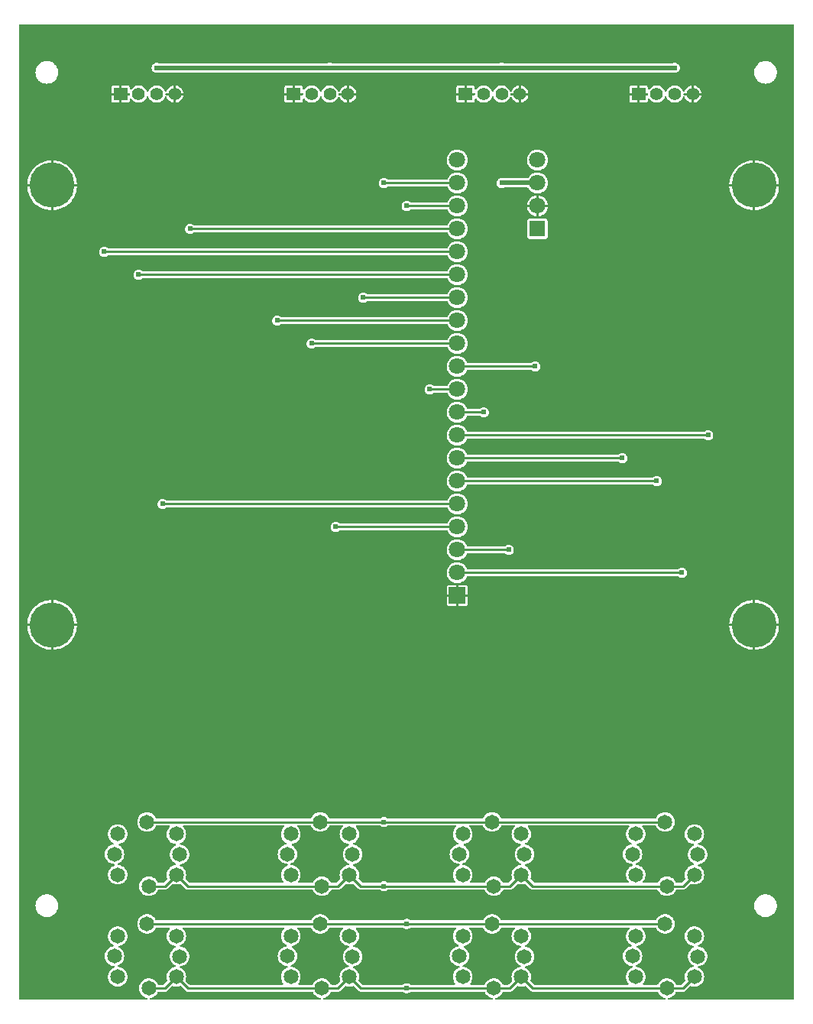
<source format=gbl>
G04 Layer: BottomLayer*
G04 EasyEDA v6.5.29, 2023-07-18 10:40:53*
G04 4c059b13f8394eaabd7c1ccd551ef848,5a6b42c53f6a479593ecc07194224c93,10*
G04 Gerber Generator version 0.2*
G04 Scale: 100 percent, Rotated: No, Reflected: No *
G04 Dimensions in millimeters *
G04 leading zeros omitted , absolute positions ,4 integer and 5 decimal *
%FSLAX45Y45*%
%MOMM*%

%AMMACRO1*21,1,$1,$2,0,0,$3*%
%ADD10C,0.2540*%
%ADD11C,0.5000*%
%ADD12C,1.8000*%
%ADD13R,1.7000X1.8000*%
%ADD14MACRO1,1.8X1.8X90.0000*%
%ADD15C,1.6500*%
%ADD16C,1.4000*%
%ADD17R,1.5240X1.4000*%
%ADD18C,5.0000*%
%ADD19C,0.6096*%
%ADD20C,0.0186*%

%LPD*%
G36*
X5989218Y1016508D02*
G01*
X5985306Y1017269D01*
X5982004Y1019505D01*
X5945581Y1055928D01*
X5943447Y1059027D01*
X5942584Y1062685D01*
X5943142Y1066393D01*
X5946698Y1076858D01*
X5949442Y1090777D01*
X5950407Y1104900D01*
X5949442Y1119022D01*
X5946698Y1132941D01*
X5942126Y1146352D01*
X5935878Y1159103D01*
X5928004Y1170889D01*
X5918657Y1181557D01*
X5907989Y1190904D01*
X5896203Y1198778D01*
X5887161Y1203198D01*
X5883706Y1205992D01*
X5881776Y1209903D01*
X5881674Y1214323D01*
X5883452Y1218336D01*
X5886754Y1221232D01*
X5891174Y1222502D01*
X5905093Y1225245D01*
X5918504Y1229817D01*
X5931255Y1236065D01*
X5943041Y1243939D01*
X5953709Y1253286D01*
X5963056Y1263954D01*
X5970930Y1275740D01*
X5977178Y1288491D01*
X5981750Y1301902D01*
X5984494Y1315821D01*
X5985459Y1329944D01*
X5984494Y1344066D01*
X5981750Y1357985D01*
X5977178Y1371396D01*
X5970930Y1384147D01*
X5963056Y1395933D01*
X5953709Y1406601D01*
X5943041Y1415948D01*
X5931255Y1423822D01*
X5918504Y1430070D01*
X5905093Y1434642D01*
X5890971Y1437436D01*
X5886754Y1438656D01*
X5883452Y1441551D01*
X5881674Y1445564D01*
X5881776Y1449984D01*
X5883706Y1453896D01*
X5887161Y1456690D01*
X5896203Y1461109D01*
X5907989Y1468983D01*
X5918657Y1478330D01*
X5928004Y1488998D01*
X5935878Y1500784D01*
X5942126Y1513535D01*
X5946698Y1526946D01*
X5949442Y1540865D01*
X5950407Y1554988D01*
X5949442Y1569110D01*
X5946698Y1583029D01*
X5942126Y1596440D01*
X5935878Y1609191D01*
X5928004Y1620977D01*
X5918657Y1631645D01*
X5916523Y1633474D01*
X5914085Y1636725D01*
X5913069Y1640687D01*
X5913729Y1644700D01*
X5915863Y1648155D01*
X5919216Y1650441D01*
X5923229Y1651254D01*
X7028484Y1651254D01*
X7032498Y1650441D01*
X7035850Y1648155D01*
X7037984Y1644700D01*
X7038644Y1640687D01*
X7037628Y1636725D01*
X7035190Y1633474D01*
X7033056Y1631645D01*
X7023709Y1620977D01*
X7015835Y1609191D01*
X7009587Y1596440D01*
X7005015Y1583029D01*
X7002272Y1569110D01*
X7001306Y1554988D01*
X7002272Y1540865D01*
X7005015Y1526946D01*
X7009587Y1513535D01*
X7015835Y1500784D01*
X7023709Y1488998D01*
X7033056Y1478330D01*
X7043724Y1468983D01*
X7055510Y1461109D01*
X7059015Y1459382D01*
X7062317Y1456791D01*
X7064298Y1453134D01*
X7064603Y1448968D01*
X7063231Y1445006D01*
X7060387Y1441958D01*
X7056526Y1440332D01*
X7045858Y1438198D01*
X7032447Y1433626D01*
X7019696Y1427378D01*
X7007910Y1419504D01*
X6997242Y1410157D01*
X6987895Y1399489D01*
X6980021Y1387703D01*
X6973773Y1374952D01*
X6969201Y1361541D01*
X6966458Y1347622D01*
X6965492Y1333500D01*
X6966458Y1319377D01*
X6969201Y1305458D01*
X6973773Y1292047D01*
X6980021Y1279296D01*
X6987895Y1267510D01*
X6997242Y1256842D01*
X7007910Y1247495D01*
X7019696Y1239621D01*
X7032447Y1233373D01*
X7045858Y1228801D01*
X7059777Y1226058D01*
X7067753Y1225499D01*
X7071614Y1224483D01*
X7074763Y1222095D01*
X7076744Y1218641D01*
X7077252Y1214729D01*
X7076236Y1210868D01*
X7073798Y1207719D01*
X7070344Y1205738D01*
X7068261Y1205026D01*
X7055510Y1198778D01*
X7043724Y1190904D01*
X7033056Y1181557D01*
X7023709Y1170889D01*
X7015835Y1159103D01*
X7009587Y1146352D01*
X7005015Y1132941D01*
X7002272Y1119022D01*
X7001306Y1104900D01*
X7002272Y1090777D01*
X7005015Y1076858D01*
X7009587Y1063447D01*
X7015835Y1050696D01*
X7023709Y1038910D01*
X7028586Y1033373D01*
X7030516Y1030020D01*
X7031126Y1026210D01*
X7030212Y1022451D01*
X7027976Y1019352D01*
X7024725Y1017219D01*
X7020966Y1016508D01*
G37*

%LPD*%
G36*
X2166518Y1016508D02*
G01*
X2162606Y1017269D01*
X2159304Y1019505D01*
X2122881Y1055928D01*
X2120747Y1059027D01*
X2119884Y1062685D01*
X2120442Y1066393D01*
X2123998Y1076858D01*
X2126742Y1090777D01*
X2127707Y1104900D01*
X2126742Y1119022D01*
X2123998Y1132941D01*
X2119426Y1146352D01*
X2113178Y1159103D01*
X2105304Y1170889D01*
X2095957Y1181557D01*
X2085289Y1190904D01*
X2073503Y1198778D01*
X2064461Y1203198D01*
X2061006Y1205992D01*
X2059076Y1209903D01*
X2058974Y1214323D01*
X2060752Y1218336D01*
X2064054Y1221232D01*
X2068474Y1222502D01*
X2082393Y1225245D01*
X2095804Y1229817D01*
X2108555Y1236065D01*
X2120341Y1243939D01*
X2131009Y1253286D01*
X2140356Y1263954D01*
X2148230Y1275740D01*
X2154478Y1288491D01*
X2159050Y1301902D01*
X2161794Y1315821D01*
X2162759Y1329944D01*
X2161794Y1344066D01*
X2159050Y1357985D01*
X2154478Y1371396D01*
X2148230Y1384147D01*
X2140356Y1395933D01*
X2131009Y1406601D01*
X2120341Y1415948D01*
X2108555Y1423822D01*
X2095804Y1430070D01*
X2082393Y1434642D01*
X2068271Y1437436D01*
X2064054Y1438656D01*
X2060752Y1441551D01*
X2058974Y1445564D01*
X2059076Y1449984D01*
X2061006Y1453896D01*
X2064461Y1456690D01*
X2073503Y1461109D01*
X2085289Y1468983D01*
X2095957Y1478330D01*
X2105304Y1488998D01*
X2113178Y1500784D01*
X2119426Y1513535D01*
X2123998Y1526946D01*
X2126742Y1540865D01*
X2127707Y1554988D01*
X2126742Y1569110D01*
X2123998Y1583029D01*
X2119426Y1596440D01*
X2113178Y1609191D01*
X2105304Y1620977D01*
X2095957Y1631645D01*
X2093823Y1633474D01*
X2091385Y1636725D01*
X2090369Y1640687D01*
X2091029Y1644700D01*
X2093163Y1648155D01*
X2096516Y1650441D01*
X2100529Y1651254D01*
X3205784Y1651254D01*
X3209798Y1650441D01*
X3213150Y1648155D01*
X3215284Y1644700D01*
X3215944Y1640687D01*
X3214928Y1636725D01*
X3212490Y1633474D01*
X3210356Y1631645D01*
X3201009Y1620977D01*
X3193135Y1609191D01*
X3186887Y1596440D01*
X3182315Y1583029D01*
X3179572Y1569110D01*
X3178606Y1554988D01*
X3179572Y1540865D01*
X3182315Y1526946D01*
X3186887Y1513535D01*
X3193135Y1500784D01*
X3201009Y1488998D01*
X3210356Y1478330D01*
X3221024Y1468983D01*
X3232810Y1461109D01*
X3236315Y1459382D01*
X3239617Y1456791D01*
X3241598Y1453134D01*
X3241903Y1448968D01*
X3240532Y1445006D01*
X3237687Y1441958D01*
X3233826Y1440332D01*
X3223158Y1438198D01*
X3209747Y1433626D01*
X3196996Y1427378D01*
X3185210Y1419504D01*
X3174542Y1410157D01*
X3165195Y1399489D01*
X3157321Y1387703D01*
X3151073Y1374952D01*
X3146501Y1361541D01*
X3143758Y1347622D01*
X3142792Y1333500D01*
X3143758Y1319377D01*
X3146501Y1305458D01*
X3151073Y1292047D01*
X3157321Y1279296D01*
X3165195Y1267510D01*
X3174542Y1256842D01*
X3185210Y1247495D01*
X3196996Y1239621D01*
X3209747Y1233373D01*
X3223158Y1228801D01*
X3237077Y1226058D01*
X3245053Y1225499D01*
X3248914Y1224483D01*
X3252063Y1222095D01*
X3254044Y1218641D01*
X3254552Y1214729D01*
X3253536Y1210868D01*
X3251098Y1207719D01*
X3247644Y1205738D01*
X3245561Y1205026D01*
X3232810Y1198778D01*
X3221024Y1190904D01*
X3210356Y1181557D01*
X3201009Y1170889D01*
X3193135Y1159103D01*
X3186887Y1146352D01*
X3182315Y1132941D01*
X3179572Y1119022D01*
X3178606Y1104900D01*
X3179572Y1090777D01*
X3182315Y1076858D01*
X3186887Y1063447D01*
X3193135Y1050696D01*
X3201009Y1038910D01*
X3205886Y1033373D01*
X3207816Y1030020D01*
X3208426Y1026210D01*
X3207512Y1022451D01*
X3205276Y1019352D01*
X3202025Y1017219D01*
X3198266Y1016508D01*
G37*

%LPD*%
G36*
X4084218Y1016508D02*
G01*
X4080306Y1017269D01*
X4077004Y1019505D01*
X4040581Y1055928D01*
X4038447Y1059027D01*
X4037584Y1062685D01*
X4038142Y1066393D01*
X4041698Y1076858D01*
X4044442Y1090777D01*
X4045407Y1104900D01*
X4044442Y1119022D01*
X4041698Y1132941D01*
X4037126Y1146352D01*
X4030878Y1159103D01*
X4023004Y1170889D01*
X4013657Y1181557D01*
X4002989Y1190904D01*
X3991203Y1198778D01*
X3982161Y1203198D01*
X3978706Y1205992D01*
X3976776Y1209903D01*
X3976674Y1214323D01*
X3978452Y1218336D01*
X3981754Y1221232D01*
X3986174Y1222502D01*
X4000093Y1225245D01*
X4013504Y1229817D01*
X4026255Y1236065D01*
X4038041Y1243939D01*
X4048709Y1253286D01*
X4058056Y1263954D01*
X4065930Y1275740D01*
X4072178Y1288491D01*
X4076750Y1301902D01*
X4079494Y1315821D01*
X4080459Y1329944D01*
X4079494Y1344066D01*
X4076750Y1357985D01*
X4072178Y1371396D01*
X4065930Y1384147D01*
X4058056Y1395933D01*
X4048709Y1406601D01*
X4038041Y1415948D01*
X4026255Y1423822D01*
X4013504Y1430070D01*
X4000093Y1434642D01*
X3985971Y1437436D01*
X3981754Y1438656D01*
X3978452Y1441551D01*
X3976674Y1445564D01*
X3976776Y1449984D01*
X3978706Y1453896D01*
X3982161Y1456690D01*
X3991203Y1461109D01*
X4002989Y1468983D01*
X4013657Y1478330D01*
X4023004Y1488998D01*
X4030878Y1500784D01*
X4037126Y1513535D01*
X4041698Y1526946D01*
X4044442Y1540865D01*
X4045407Y1554988D01*
X4044442Y1569110D01*
X4041698Y1583029D01*
X4037126Y1596440D01*
X4030878Y1609191D01*
X4023004Y1620977D01*
X4013657Y1631645D01*
X4011523Y1633474D01*
X4009085Y1636725D01*
X4008069Y1640687D01*
X4008729Y1644700D01*
X4010863Y1648155D01*
X4014215Y1650441D01*
X4018229Y1651254D01*
X4526686Y1651254D01*
X4530547Y1650492D01*
X4533849Y1648307D01*
X4535424Y1646732D01*
X4543501Y1641093D01*
X4552391Y1636928D01*
X4561890Y1634388D01*
X4571695Y1633524D01*
X4581448Y1634388D01*
X4590948Y1636928D01*
X4599838Y1641093D01*
X4607915Y1646732D01*
X4609490Y1648307D01*
X4612792Y1650492D01*
X4616653Y1651254D01*
X5110784Y1651254D01*
X5114798Y1650441D01*
X5118150Y1648155D01*
X5120284Y1644700D01*
X5120944Y1640687D01*
X5119928Y1636725D01*
X5117490Y1633474D01*
X5115356Y1631645D01*
X5106009Y1620977D01*
X5098135Y1609191D01*
X5091887Y1596440D01*
X5087315Y1583029D01*
X5084572Y1569110D01*
X5083606Y1554988D01*
X5084572Y1540865D01*
X5087315Y1526946D01*
X5091887Y1513535D01*
X5098135Y1500784D01*
X5106009Y1488998D01*
X5115356Y1478330D01*
X5126024Y1468983D01*
X5137810Y1461109D01*
X5141315Y1459382D01*
X5144617Y1456791D01*
X5146598Y1453134D01*
X5146903Y1448968D01*
X5145532Y1445006D01*
X5142687Y1441958D01*
X5138826Y1440332D01*
X5128158Y1438198D01*
X5114747Y1433626D01*
X5101996Y1427378D01*
X5090210Y1419504D01*
X5079542Y1410157D01*
X5070195Y1399489D01*
X5062321Y1387703D01*
X5056073Y1374952D01*
X5051501Y1361541D01*
X5048758Y1347622D01*
X5047792Y1333500D01*
X5048758Y1319377D01*
X5051501Y1305458D01*
X5056073Y1292047D01*
X5062321Y1279296D01*
X5070195Y1267510D01*
X5079542Y1256842D01*
X5090210Y1247495D01*
X5101996Y1239621D01*
X5114747Y1233373D01*
X5128158Y1228801D01*
X5142077Y1226058D01*
X5150053Y1225499D01*
X5153914Y1224483D01*
X5157063Y1222095D01*
X5159044Y1218641D01*
X5159552Y1214729D01*
X5158536Y1210868D01*
X5156098Y1207719D01*
X5152644Y1205738D01*
X5150561Y1205026D01*
X5137810Y1198778D01*
X5126024Y1190904D01*
X5115356Y1181557D01*
X5106009Y1170889D01*
X5098135Y1159103D01*
X5091887Y1146352D01*
X5087315Y1132941D01*
X5084572Y1119022D01*
X5083606Y1104900D01*
X5084572Y1090777D01*
X5087315Y1076858D01*
X5091887Y1063447D01*
X5098135Y1050696D01*
X5106009Y1038910D01*
X5110886Y1033373D01*
X5112816Y1030020D01*
X5113426Y1026210D01*
X5112512Y1022451D01*
X5110276Y1019352D01*
X5107025Y1017219D01*
X5103266Y1016508D01*
X4616653Y1016508D01*
X4612792Y1017269D01*
X4609490Y1019505D01*
X4607915Y1021080D01*
X4599838Y1026718D01*
X4590948Y1030833D01*
X4581448Y1033373D01*
X4571695Y1034237D01*
X4561890Y1033373D01*
X4552391Y1030833D01*
X4543501Y1026718D01*
X4535424Y1021080D01*
X4533849Y1019505D01*
X4530547Y1017269D01*
X4526686Y1016508D01*
G37*

%LPD*%
G36*
X3375761Y1016508D02*
G01*
X3372002Y1017219D01*
X3368751Y1019352D01*
X3366515Y1022451D01*
X3365601Y1026210D01*
X3366211Y1030020D01*
X3368141Y1033373D01*
X3373018Y1038910D01*
X3380892Y1050696D01*
X3387140Y1063447D01*
X3391712Y1076858D01*
X3394456Y1090777D01*
X3395421Y1104900D01*
X3394456Y1119022D01*
X3391712Y1132941D01*
X3387140Y1146352D01*
X3380892Y1159103D01*
X3373018Y1170889D01*
X3363671Y1181557D01*
X3353003Y1190904D01*
X3341217Y1198778D01*
X3328466Y1205026D01*
X3315055Y1209598D01*
X3301136Y1212342D01*
X3293160Y1212900D01*
X3289300Y1213916D01*
X3286150Y1216304D01*
X3284169Y1219758D01*
X3283661Y1223670D01*
X3284677Y1227531D01*
X3287115Y1230680D01*
X3290570Y1232662D01*
X3292652Y1233373D01*
X3305403Y1239621D01*
X3317189Y1247495D01*
X3327857Y1256842D01*
X3337204Y1267510D01*
X3345078Y1279296D01*
X3351326Y1292047D01*
X3355898Y1305458D01*
X3358642Y1319377D01*
X3359607Y1333500D01*
X3358642Y1347622D01*
X3355898Y1361541D01*
X3351326Y1374952D01*
X3345078Y1387703D01*
X3337204Y1399489D01*
X3327857Y1410157D01*
X3317189Y1419504D01*
X3305403Y1427378D01*
X3301898Y1429105D01*
X3298596Y1431696D01*
X3296615Y1435354D01*
X3296310Y1439519D01*
X3297682Y1443482D01*
X3300526Y1446530D01*
X3304387Y1448155D01*
X3315055Y1450289D01*
X3328466Y1454861D01*
X3341217Y1461109D01*
X3353003Y1468983D01*
X3363671Y1478330D01*
X3373018Y1488998D01*
X3380892Y1500784D01*
X3387140Y1513535D01*
X3391712Y1526946D01*
X3394456Y1540865D01*
X3395421Y1554988D01*
X3394456Y1569110D01*
X3391712Y1583029D01*
X3387140Y1596440D01*
X3380892Y1609191D01*
X3373018Y1620977D01*
X3363671Y1631645D01*
X3361537Y1633474D01*
X3359099Y1636725D01*
X3358083Y1640687D01*
X3358743Y1644700D01*
X3360877Y1648155D01*
X3364229Y1650441D01*
X3368243Y1651254D01*
X3504133Y1651254D01*
X3507790Y1650593D01*
X3510991Y1648612D01*
X3513226Y1645615D01*
X3518154Y1635658D01*
X3526028Y1623872D01*
X3535375Y1613204D01*
X3546043Y1603857D01*
X3557828Y1595983D01*
X3570528Y1589735D01*
X3583940Y1585163D01*
X3597859Y1582420D01*
X3612032Y1581454D01*
X3626154Y1582420D01*
X3640074Y1585163D01*
X3653485Y1589735D01*
X3666185Y1595983D01*
X3677970Y1603857D01*
X3688638Y1613204D01*
X3697986Y1623872D01*
X3705860Y1635658D01*
X3710787Y1645615D01*
X3713022Y1648612D01*
X3716223Y1650593D01*
X3719880Y1651254D01*
X3855770Y1651254D01*
X3859784Y1650441D01*
X3863136Y1648155D01*
X3865270Y1644700D01*
X3865930Y1640687D01*
X3864914Y1636725D01*
X3862476Y1633474D01*
X3860342Y1631645D01*
X3850995Y1620977D01*
X3843121Y1609191D01*
X3836873Y1596440D01*
X3832301Y1583029D01*
X3829558Y1569110D01*
X3828592Y1554988D01*
X3829558Y1540865D01*
X3832301Y1526946D01*
X3836873Y1513535D01*
X3843121Y1500784D01*
X3850995Y1488998D01*
X3860342Y1478330D01*
X3871010Y1468983D01*
X3882796Y1461109D01*
X3895547Y1454861D01*
X3908958Y1450289D01*
X3923080Y1447495D01*
X3927297Y1446276D01*
X3930599Y1443380D01*
X3932377Y1439367D01*
X3932275Y1434947D01*
X3930345Y1431036D01*
X3926890Y1428242D01*
X3917848Y1423822D01*
X3906062Y1415948D01*
X3895394Y1406601D01*
X3886047Y1395933D01*
X3878173Y1384147D01*
X3871925Y1371396D01*
X3867353Y1357985D01*
X3864610Y1344066D01*
X3863644Y1329944D01*
X3864610Y1315821D01*
X3867353Y1301902D01*
X3871925Y1288491D01*
X3878173Y1275740D01*
X3886047Y1263954D01*
X3895394Y1253286D01*
X3906062Y1243939D01*
X3917848Y1236065D01*
X3926890Y1231646D01*
X3930345Y1228852D01*
X3932275Y1224940D01*
X3932377Y1220520D01*
X3930599Y1216507D01*
X3927297Y1213612D01*
X3922877Y1212342D01*
X3908958Y1209598D01*
X3895547Y1205026D01*
X3882796Y1198778D01*
X3871010Y1190904D01*
X3860342Y1181557D01*
X3850995Y1170889D01*
X3843121Y1159103D01*
X3836873Y1146352D01*
X3832301Y1132941D01*
X3829558Y1119022D01*
X3828592Y1104900D01*
X3829558Y1090777D01*
X3832301Y1076858D01*
X3835857Y1066393D01*
X3836415Y1062685D01*
X3835552Y1059027D01*
X3833418Y1055928D01*
X3796995Y1019505D01*
X3793693Y1017269D01*
X3789781Y1016508D01*
X3740048Y1016508D01*
X3736390Y1017219D01*
X3733190Y1019200D01*
X3730955Y1022197D01*
X3726078Y1032103D01*
X3718204Y1043889D01*
X3708857Y1054557D01*
X3698189Y1063904D01*
X3686403Y1071778D01*
X3673652Y1078026D01*
X3660241Y1082598D01*
X3646322Y1085342D01*
X3632200Y1086307D01*
X3618077Y1085342D01*
X3604158Y1082598D01*
X3590747Y1078026D01*
X3577996Y1071778D01*
X3566210Y1063904D01*
X3555542Y1054557D01*
X3546195Y1043889D01*
X3538321Y1032103D01*
X3533444Y1022197D01*
X3531209Y1019200D01*
X3528009Y1017219D01*
X3524351Y1016508D01*
G37*

%LPD*%
G36*
X5280761Y1016508D02*
G01*
X5277002Y1017219D01*
X5273751Y1019352D01*
X5271516Y1022451D01*
X5270601Y1026210D01*
X5271211Y1030020D01*
X5273141Y1033373D01*
X5278018Y1038910D01*
X5285892Y1050696D01*
X5292140Y1063447D01*
X5296712Y1076858D01*
X5299456Y1090777D01*
X5300421Y1104900D01*
X5299456Y1119022D01*
X5296712Y1132941D01*
X5292140Y1146352D01*
X5285892Y1159103D01*
X5278018Y1170889D01*
X5268671Y1181557D01*
X5258003Y1190904D01*
X5246217Y1198778D01*
X5233466Y1205026D01*
X5220055Y1209598D01*
X5206136Y1212342D01*
X5198160Y1212900D01*
X5194300Y1213916D01*
X5191150Y1216304D01*
X5189169Y1219758D01*
X5188661Y1223670D01*
X5189677Y1227531D01*
X5192115Y1230680D01*
X5195570Y1232662D01*
X5197652Y1233373D01*
X5210403Y1239621D01*
X5222189Y1247495D01*
X5232857Y1256842D01*
X5242204Y1267510D01*
X5250078Y1279296D01*
X5256326Y1292047D01*
X5260898Y1305458D01*
X5263642Y1319377D01*
X5264607Y1333500D01*
X5263642Y1347622D01*
X5260898Y1361541D01*
X5256326Y1374952D01*
X5250078Y1387703D01*
X5242204Y1399489D01*
X5232857Y1410157D01*
X5222189Y1419504D01*
X5210403Y1427378D01*
X5206898Y1429105D01*
X5203596Y1431696D01*
X5201615Y1435354D01*
X5201310Y1439519D01*
X5202682Y1443482D01*
X5205526Y1446530D01*
X5209387Y1448155D01*
X5220055Y1450289D01*
X5233466Y1454861D01*
X5246217Y1461109D01*
X5258003Y1468983D01*
X5268671Y1478330D01*
X5278018Y1488998D01*
X5285892Y1500784D01*
X5292140Y1513535D01*
X5296712Y1526946D01*
X5299456Y1540865D01*
X5300421Y1554988D01*
X5299456Y1569110D01*
X5296712Y1583029D01*
X5292140Y1596440D01*
X5285892Y1609191D01*
X5278018Y1620977D01*
X5268671Y1631645D01*
X5266537Y1633474D01*
X5264099Y1636725D01*
X5263083Y1640687D01*
X5263743Y1644700D01*
X5265877Y1648155D01*
X5269230Y1650441D01*
X5273243Y1651254D01*
X5409133Y1651254D01*
X5412790Y1650593D01*
X5415991Y1648612D01*
X5418226Y1645615D01*
X5423154Y1635658D01*
X5431028Y1623872D01*
X5440375Y1613204D01*
X5451043Y1603857D01*
X5462828Y1595983D01*
X5475528Y1589735D01*
X5488940Y1585163D01*
X5502859Y1582420D01*
X5517032Y1581454D01*
X5531154Y1582420D01*
X5545074Y1585163D01*
X5558485Y1589735D01*
X5571185Y1595983D01*
X5582970Y1603857D01*
X5593638Y1613204D01*
X5602986Y1623872D01*
X5610860Y1635658D01*
X5615787Y1645615D01*
X5618022Y1648612D01*
X5621223Y1650593D01*
X5624880Y1651254D01*
X5760770Y1651254D01*
X5764784Y1650441D01*
X5768136Y1648155D01*
X5770270Y1644700D01*
X5770930Y1640687D01*
X5769914Y1636725D01*
X5767476Y1633474D01*
X5765342Y1631645D01*
X5755995Y1620977D01*
X5748121Y1609191D01*
X5741873Y1596440D01*
X5737301Y1583029D01*
X5734558Y1569110D01*
X5733592Y1554988D01*
X5734558Y1540865D01*
X5737301Y1526946D01*
X5741873Y1513535D01*
X5748121Y1500784D01*
X5755995Y1488998D01*
X5765342Y1478330D01*
X5776010Y1468983D01*
X5787796Y1461109D01*
X5800547Y1454861D01*
X5813958Y1450289D01*
X5828080Y1447495D01*
X5832297Y1446276D01*
X5835599Y1443380D01*
X5837377Y1439367D01*
X5837275Y1434947D01*
X5835345Y1431036D01*
X5831890Y1428242D01*
X5822848Y1423822D01*
X5811062Y1415948D01*
X5800394Y1406601D01*
X5791047Y1395933D01*
X5783173Y1384147D01*
X5776925Y1371396D01*
X5772353Y1357985D01*
X5769610Y1344066D01*
X5768644Y1329944D01*
X5769610Y1315821D01*
X5772353Y1301902D01*
X5776925Y1288491D01*
X5783173Y1275740D01*
X5791047Y1263954D01*
X5800394Y1253286D01*
X5811062Y1243939D01*
X5822848Y1236065D01*
X5831890Y1231646D01*
X5835345Y1228852D01*
X5837275Y1224940D01*
X5837377Y1220520D01*
X5835599Y1216507D01*
X5832297Y1213612D01*
X5827877Y1212342D01*
X5813958Y1209598D01*
X5800547Y1205026D01*
X5787796Y1198778D01*
X5776010Y1190904D01*
X5765342Y1181557D01*
X5755995Y1170889D01*
X5748121Y1159103D01*
X5741873Y1146352D01*
X5737301Y1132941D01*
X5734558Y1119022D01*
X5733592Y1104900D01*
X5734558Y1090777D01*
X5737301Y1076858D01*
X5740857Y1066393D01*
X5741416Y1062685D01*
X5740552Y1059027D01*
X5738418Y1055928D01*
X5701995Y1019505D01*
X5698693Y1017269D01*
X5694781Y1016508D01*
X5645048Y1016508D01*
X5641390Y1017219D01*
X5638190Y1019200D01*
X5635955Y1022197D01*
X5631078Y1032103D01*
X5623204Y1043889D01*
X5613857Y1054557D01*
X5603189Y1063904D01*
X5591403Y1071778D01*
X5578652Y1078026D01*
X5565241Y1082598D01*
X5551322Y1085342D01*
X5537200Y1086307D01*
X5523077Y1085342D01*
X5509158Y1082598D01*
X5495747Y1078026D01*
X5482996Y1071778D01*
X5471210Y1063904D01*
X5460542Y1054557D01*
X5451195Y1043889D01*
X5443321Y1032103D01*
X5438444Y1022197D01*
X5436209Y1019200D01*
X5433009Y1017219D01*
X5429351Y1016508D01*
G37*

%LPD*%
G36*
X1736089Y851408D02*
G01*
X1731975Y852271D01*
X1728520Y854811D01*
X1726438Y858469D01*
X1726031Y862685D01*
X1727352Y866749D01*
X1730248Y869848D01*
X1734108Y871524D01*
X1742541Y873201D01*
X1755952Y877773D01*
X1768703Y884021D01*
X1780489Y891895D01*
X1791157Y901242D01*
X1800504Y911910D01*
X1808378Y923696D01*
X1813255Y933602D01*
X1815490Y936599D01*
X1818690Y938580D01*
X1822348Y939292D01*
X1891792Y939292D01*
X1899818Y940104D01*
X1907032Y942289D01*
X1913737Y945845D01*
X1919935Y950976D01*
X1970328Y1001318D01*
X1973427Y1003452D01*
X1977085Y1004316D01*
X1980793Y1003757D01*
X1991258Y1000201D01*
X2005177Y997458D01*
X2019300Y996492D01*
X2033422Y997458D01*
X2047341Y1000201D01*
X2057806Y1003757D01*
X2061514Y1004316D01*
X2065172Y1003452D01*
X2068271Y1001318D01*
X2118664Y950976D01*
X2124862Y945845D01*
X2131568Y942289D01*
X2138781Y940104D01*
X2146808Y939292D01*
X3524351Y939292D01*
X3528009Y938580D01*
X3531209Y936599D01*
X3533444Y933602D01*
X3538321Y923696D01*
X3546195Y911910D01*
X3555542Y901242D01*
X3566210Y891895D01*
X3577996Y884021D01*
X3590747Y877773D01*
X3604158Y873201D01*
X3612591Y871524D01*
X3616451Y869848D01*
X3619347Y866749D01*
X3620668Y862685D01*
X3620262Y858469D01*
X3618179Y854811D01*
X3614724Y852271D01*
X3610610Y851408D01*
G37*

%LPD*%
G36*
X3653790Y851408D02*
G01*
X3649675Y852271D01*
X3646220Y854811D01*
X3644137Y858469D01*
X3643731Y862685D01*
X3645052Y866749D01*
X3647948Y869848D01*
X3651808Y871524D01*
X3660241Y873201D01*
X3673652Y877773D01*
X3686403Y884021D01*
X3698189Y891895D01*
X3708857Y901242D01*
X3718204Y911910D01*
X3726078Y923696D01*
X3730955Y933602D01*
X3733190Y936599D01*
X3736390Y938580D01*
X3740048Y939292D01*
X3809492Y939292D01*
X3817518Y940104D01*
X3824732Y942289D01*
X3831437Y945845D01*
X3837635Y950976D01*
X3888028Y1001318D01*
X3891127Y1003452D01*
X3894785Y1004316D01*
X3898493Y1003757D01*
X3908958Y1000201D01*
X3922877Y997458D01*
X3937000Y996492D01*
X3951122Y997458D01*
X3965041Y1000201D01*
X3975506Y1003757D01*
X3979214Y1004316D01*
X3982872Y1003452D01*
X3985971Y1001318D01*
X4036364Y950976D01*
X4042562Y945845D01*
X4049268Y942289D01*
X4056481Y940104D01*
X4064508Y939292D01*
X4526686Y939292D01*
X4530547Y938530D01*
X4533849Y936294D01*
X4535424Y934719D01*
X4543501Y929081D01*
X4552391Y924966D01*
X4561890Y922426D01*
X4571695Y921562D01*
X4581448Y922426D01*
X4590948Y924966D01*
X4599838Y929081D01*
X4607915Y934719D01*
X4609490Y936294D01*
X4612792Y938530D01*
X4616653Y939292D01*
X5429351Y939292D01*
X5433009Y938580D01*
X5436209Y936599D01*
X5438444Y933602D01*
X5443321Y923696D01*
X5451195Y911910D01*
X5460542Y901242D01*
X5471210Y891895D01*
X5482996Y884021D01*
X5495747Y877773D01*
X5509158Y873201D01*
X5517591Y871524D01*
X5521452Y869848D01*
X5524347Y866749D01*
X5525668Y862685D01*
X5525262Y858469D01*
X5523179Y854811D01*
X5519724Y852271D01*
X5515610Y851408D01*
G37*

%LPD*%
G36*
X290068Y851408D02*
G01*
X286156Y852169D01*
X282905Y854405D01*
X280670Y857656D01*
X279908Y861568D01*
X279908Y11647932D01*
X280670Y11651843D01*
X282905Y11655094D01*
X286156Y11657330D01*
X290068Y11658092D01*
X8853932Y11658092D01*
X8857843Y11657330D01*
X8861094Y11655094D01*
X8863330Y11651843D01*
X8864092Y11647932D01*
X8864092Y861568D01*
X8863330Y857656D01*
X8861094Y854405D01*
X8857843Y852169D01*
X8853932Y851408D01*
X7476490Y851408D01*
X7472375Y852271D01*
X7468920Y854811D01*
X7466838Y858469D01*
X7466431Y862685D01*
X7467752Y866749D01*
X7470648Y869848D01*
X7474508Y871524D01*
X7482941Y873201D01*
X7496352Y877773D01*
X7509103Y884021D01*
X7520889Y891895D01*
X7531557Y901242D01*
X7540904Y911910D01*
X7548778Y923696D01*
X7553655Y933602D01*
X7555890Y936599D01*
X7559090Y938580D01*
X7562748Y939292D01*
X7632192Y939292D01*
X7640218Y940104D01*
X7647431Y942289D01*
X7654137Y945845D01*
X7660335Y950976D01*
X7710728Y1001318D01*
X7713827Y1003452D01*
X7717485Y1004316D01*
X7721193Y1003757D01*
X7731658Y1000201D01*
X7745577Y997458D01*
X7759700Y996492D01*
X7773822Y997458D01*
X7787741Y1000201D01*
X7801152Y1004773D01*
X7813903Y1011021D01*
X7825689Y1018895D01*
X7836357Y1028242D01*
X7845704Y1038910D01*
X7853578Y1050696D01*
X7859826Y1063447D01*
X7864398Y1076858D01*
X7867142Y1090777D01*
X7868107Y1104900D01*
X7867142Y1119022D01*
X7864398Y1132941D01*
X7859826Y1146352D01*
X7853578Y1159103D01*
X7845704Y1170889D01*
X7836357Y1181557D01*
X7825689Y1190904D01*
X7813903Y1198778D01*
X7804861Y1203198D01*
X7801406Y1205992D01*
X7799476Y1209903D01*
X7799374Y1214323D01*
X7801152Y1218336D01*
X7804454Y1221232D01*
X7808874Y1222502D01*
X7822793Y1225245D01*
X7836204Y1229817D01*
X7848955Y1236065D01*
X7860741Y1243939D01*
X7871409Y1253286D01*
X7880756Y1263954D01*
X7888630Y1275740D01*
X7894878Y1288491D01*
X7899450Y1301902D01*
X7902194Y1315821D01*
X7903159Y1329944D01*
X7902194Y1344066D01*
X7899450Y1357985D01*
X7894878Y1371396D01*
X7888630Y1384147D01*
X7880756Y1395933D01*
X7871409Y1406601D01*
X7860741Y1415948D01*
X7848955Y1423822D01*
X7836204Y1430070D01*
X7822793Y1434642D01*
X7808671Y1437436D01*
X7804454Y1438656D01*
X7801152Y1441551D01*
X7799374Y1445564D01*
X7799476Y1449984D01*
X7801406Y1453896D01*
X7804861Y1456690D01*
X7813903Y1461109D01*
X7825689Y1468983D01*
X7836357Y1478330D01*
X7845704Y1488998D01*
X7853578Y1500784D01*
X7859826Y1513535D01*
X7864398Y1526946D01*
X7867142Y1540865D01*
X7868107Y1554988D01*
X7867142Y1569110D01*
X7864398Y1583029D01*
X7859826Y1596440D01*
X7853578Y1609191D01*
X7845704Y1620977D01*
X7836357Y1631645D01*
X7825689Y1640992D01*
X7813903Y1648866D01*
X7801152Y1655114D01*
X7787741Y1659686D01*
X7773822Y1662430D01*
X7759700Y1663395D01*
X7745577Y1662430D01*
X7731658Y1659686D01*
X7718247Y1655114D01*
X7705496Y1648866D01*
X7693710Y1640992D01*
X7683042Y1631645D01*
X7673695Y1620977D01*
X7665821Y1609191D01*
X7659573Y1596440D01*
X7655001Y1583029D01*
X7652258Y1569110D01*
X7651292Y1554988D01*
X7652258Y1540865D01*
X7655001Y1526946D01*
X7659573Y1513535D01*
X7665821Y1500784D01*
X7673695Y1488998D01*
X7683042Y1478330D01*
X7693710Y1468983D01*
X7705496Y1461109D01*
X7718247Y1454861D01*
X7731658Y1450289D01*
X7745780Y1447495D01*
X7749997Y1446276D01*
X7753299Y1443380D01*
X7755077Y1439367D01*
X7754975Y1434947D01*
X7753045Y1431036D01*
X7749590Y1428242D01*
X7740548Y1423822D01*
X7728762Y1415948D01*
X7718094Y1406601D01*
X7708747Y1395933D01*
X7700873Y1384147D01*
X7694625Y1371396D01*
X7690053Y1357985D01*
X7687309Y1344066D01*
X7686344Y1329944D01*
X7687309Y1315821D01*
X7690053Y1301902D01*
X7694625Y1288491D01*
X7700873Y1275740D01*
X7708747Y1263954D01*
X7718094Y1253286D01*
X7728762Y1243939D01*
X7740548Y1236065D01*
X7749590Y1231646D01*
X7753045Y1228852D01*
X7754975Y1224940D01*
X7755077Y1220520D01*
X7753299Y1216507D01*
X7749997Y1213612D01*
X7745577Y1212342D01*
X7731658Y1209598D01*
X7718247Y1205026D01*
X7705496Y1198778D01*
X7693710Y1190904D01*
X7683042Y1181557D01*
X7673695Y1170889D01*
X7665821Y1159103D01*
X7659573Y1146352D01*
X7655001Y1132941D01*
X7652258Y1119022D01*
X7651292Y1104900D01*
X7652258Y1090777D01*
X7655001Y1076858D01*
X7658557Y1066393D01*
X7659116Y1062685D01*
X7658252Y1059027D01*
X7656118Y1055928D01*
X7619695Y1019505D01*
X7616393Y1017269D01*
X7612481Y1016508D01*
X7562748Y1016508D01*
X7559090Y1017219D01*
X7555890Y1019200D01*
X7553655Y1022197D01*
X7548778Y1032103D01*
X7540904Y1043889D01*
X7531557Y1054557D01*
X7520889Y1063904D01*
X7509103Y1071778D01*
X7496352Y1078026D01*
X7482941Y1082598D01*
X7469022Y1085342D01*
X7454900Y1086307D01*
X7440777Y1085342D01*
X7426858Y1082598D01*
X7413447Y1078026D01*
X7400696Y1071778D01*
X7388910Y1063904D01*
X7378242Y1054557D01*
X7368895Y1043889D01*
X7361021Y1032103D01*
X7356144Y1022197D01*
X7353909Y1019200D01*
X7350709Y1017219D01*
X7347051Y1016508D01*
X7198461Y1016508D01*
X7194702Y1017219D01*
X7191451Y1019352D01*
X7189216Y1022451D01*
X7188301Y1026210D01*
X7188911Y1030020D01*
X7190841Y1033373D01*
X7195718Y1038910D01*
X7203592Y1050696D01*
X7209840Y1063447D01*
X7214412Y1076858D01*
X7217156Y1090777D01*
X7218121Y1104900D01*
X7217156Y1119022D01*
X7214412Y1132941D01*
X7209840Y1146352D01*
X7203592Y1159103D01*
X7195718Y1170889D01*
X7186371Y1181557D01*
X7175703Y1190904D01*
X7163917Y1198778D01*
X7151166Y1205026D01*
X7137755Y1209598D01*
X7123836Y1212342D01*
X7115860Y1212900D01*
X7112000Y1213916D01*
X7108850Y1216304D01*
X7106869Y1219758D01*
X7106361Y1223670D01*
X7107377Y1227531D01*
X7109815Y1230680D01*
X7113270Y1232662D01*
X7115352Y1233373D01*
X7128103Y1239621D01*
X7139889Y1247495D01*
X7150557Y1256842D01*
X7159904Y1267510D01*
X7167778Y1279296D01*
X7174026Y1292047D01*
X7178598Y1305458D01*
X7181342Y1319377D01*
X7182307Y1333500D01*
X7181342Y1347622D01*
X7178598Y1361541D01*
X7174026Y1374952D01*
X7167778Y1387703D01*
X7159904Y1399489D01*
X7150557Y1410157D01*
X7139889Y1419504D01*
X7128103Y1427378D01*
X7124598Y1429105D01*
X7121296Y1431696D01*
X7119315Y1435354D01*
X7119010Y1439519D01*
X7120381Y1443482D01*
X7123226Y1446530D01*
X7127087Y1448155D01*
X7137755Y1450289D01*
X7151166Y1454861D01*
X7163917Y1461109D01*
X7175703Y1468983D01*
X7186371Y1478330D01*
X7195718Y1488998D01*
X7203592Y1500784D01*
X7209840Y1513535D01*
X7214412Y1526946D01*
X7217156Y1540865D01*
X7218121Y1554988D01*
X7217156Y1569110D01*
X7214412Y1583029D01*
X7209840Y1596440D01*
X7203592Y1609191D01*
X7195718Y1620977D01*
X7186371Y1631645D01*
X7184237Y1633474D01*
X7181799Y1636725D01*
X7180783Y1640687D01*
X7181443Y1644700D01*
X7183577Y1648155D01*
X7186930Y1650441D01*
X7190943Y1651254D01*
X7326833Y1651254D01*
X7330490Y1650593D01*
X7333691Y1648612D01*
X7335926Y1645615D01*
X7340853Y1635658D01*
X7348728Y1623872D01*
X7358075Y1613204D01*
X7368743Y1603857D01*
X7380528Y1595983D01*
X7393228Y1589735D01*
X7406640Y1585163D01*
X7420559Y1582420D01*
X7434732Y1581454D01*
X7448854Y1582420D01*
X7462774Y1585163D01*
X7476185Y1589735D01*
X7488885Y1595983D01*
X7500670Y1603857D01*
X7511338Y1613204D01*
X7520686Y1623872D01*
X7528559Y1635658D01*
X7534859Y1648409D01*
X7539380Y1661820D01*
X7542174Y1675739D01*
X7543088Y1689862D01*
X7542174Y1703984D01*
X7539380Y1717903D01*
X7534859Y1731314D01*
X7528559Y1744065D01*
X7520686Y1755851D01*
X7511338Y1766519D01*
X7500670Y1775866D01*
X7488885Y1783740D01*
X7476185Y1789988D01*
X7462774Y1794560D01*
X7448854Y1797304D01*
X7434732Y1798269D01*
X7420559Y1797304D01*
X7406640Y1794560D01*
X7393228Y1789988D01*
X7380528Y1783740D01*
X7368743Y1775866D01*
X7358075Y1766519D01*
X7348728Y1755851D01*
X7340853Y1744065D01*
X7335977Y1734159D01*
X7333691Y1731162D01*
X7330541Y1729181D01*
X7326833Y1728470D01*
X5624880Y1728470D01*
X5621172Y1729181D01*
X5618022Y1731162D01*
X5615736Y1734159D01*
X5610860Y1744065D01*
X5602986Y1755851D01*
X5593638Y1766519D01*
X5582970Y1775866D01*
X5571185Y1783740D01*
X5558485Y1789988D01*
X5545074Y1794560D01*
X5531154Y1797304D01*
X5517032Y1798269D01*
X5502859Y1797304D01*
X5488940Y1794560D01*
X5475528Y1789988D01*
X5462828Y1783740D01*
X5451043Y1775866D01*
X5440375Y1766519D01*
X5431028Y1755851D01*
X5423154Y1744065D01*
X5418277Y1734159D01*
X5415991Y1731162D01*
X5412841Y1729181D01*
X5409133Y1728470D01*
X4616653Y1728470D01*
X4612792Y1729282D01*
X4609490Y1731467D01*
X4607915Y1733042D01*
X4599838Y1738680D01*
X4590948Y1742846D01*
X4581448Y1745386D01*
X4571695Y1746250D01*
X4561890Y1745386D01*
X4552391Y1742846D01*
X4543501Y1738680D01*
X4535424Y1733042D01*
X4533849Y1731467D01*
X4530547Y1729282D01*
X4526686Y1728470D01*
X3719880Y1728470D01*
X3716172Y1729181D01*
X3713022Y1731162D01*
X3710736Y1734159D01*
X3705860Y1744065D01*
X3697986Y1755851D01*
X3688638Y1766519D01*
X3677970Y1775866D01*
X3666185Y1783740D01*
X3653485Y1789988D01*
X3640074Y1794560D01*
X3626154Y1797304D01*
X3612032Y1798269D01*
X3597859Y1797304D01*
X3583940Y1794560D01*
X3570528Y1789988D01*
X3557828Y1783740D01*
X3546043Y1775866D01*
X3535375Y1766519D01*
X3526028Y1755851D01*
X3518154Y1744065D01*
X3513277Y1734159D01*
X3510991Y1731162D01*
X3507841Y1729181D01*
X3504133Y1728470D01*
X1802180Y1728470D01*
X1798472Y1729181D01*
X1795322Y1731162D01*
X1793036Y1734159D01*
X1788160Y1744065D01*
X1780286Y1755851D01*
X1770938Y1766519D01*
X1760270Y1775866D01*
X1748485Y1783740D01*
X1735785Y1789988D01*
X1722374Y1794560D01*
X1708454Y1797304D01*
X1694332Y1798269D01*
X1680159Y1797304D01*
X1666239Y1794560D01*
X1652828Y1789988D01*
X1640128Y1783740D01*
X1628343Y1775866D01*
X1617675Y1766519D01*
X1608328Y1755851D01*
X1600454Y1744065D01*
X1594154Y1731314D01*
X1589633Y1717903D01*
X1586839Y1703984D01*
X1585925Y1689862D01*
X1586839Y1675739D01*
X1589633Y1661820D01*
X1594154Y1648409D01*
X1600454Y1635658D01*
X1608328Y1623872D01*
X1617675Y1613204D01*
X1628343Y1603857D01*
X1640128Y1595983D01*
X1652828Y1589735D01*
X1666239Y1585163D01*
X1680159Y1582420D01*
X1694332Y1581454D01*
X1708454Y1582420D01*
X1722374Y1585163D01*
X1735785Y1589735D01*
X1748485Y1595983D01*
X1760270Y1603857D01*
X1770938Y1613204D01*
X1780286Y1623872D01*
X1788160Y1635658D01*
X1793087Y1645615D01*
X1795322Y1648612D01*
X1798523Y1650593D01*
X1802180Y1651254D01*
X1938070Y1651254D01*
X1942084Y1650441D01*
X1945436Y1648155D01*
X1947570Y1644700D01*
X1948230Y1640687D01*
X1947214Y1636725D01*
X1944776Y1633474D01*
X1942642Y1631645D01*
X1933295Y1620977D01*
X1925421Y1609191D01*
X1919173Y1596440D01*
X1914601Y1583029D01*
X1911857Y1569110D01*
X1910892Y1554988D01*
X1911857Y1540865D01*
X1914601Y1526946D01*
X1919173Y1513535D01*
X1925421Y1500784D01*
X1933295Y1488998D01*
X1942642Y1478330D01*
X1953310Y1468983D01*
X1965096Y1461109D01*
X1977847Y1454861D01*
X1991258Y1450289D01*
X2005380Y1447495D01*
X2009597Y1446276D01*
X2012899Y1443380D01*
X2014677Y1439367D01*
X2014575Y1434947D01*
X2012645Y1431036D01*
X2009190Y1428242D01*
X2000148Y1423822D01*
X1988362Y1415948D01*
X1977694Y1406601D01*
X1968347Y1395933D01*
X1960473Y1384147D01*
X1954225Y1371396D01*
X1949653Y1357985D01*
X1946910Y1344066D01*
X1945944Y1329944D01*
X1946910Y1315821D01*
X1949653Y1301902D01*
X1954225Y1288491D01*
X1960473Y1275740D01*
X1968347Y1263954D01*
X1977694Y1253286D01*
X1988362Y1243939D01*
X2000148Y1236065D01*
X2009190Y1231646D01*
X2012645Y1228852D01*
X2014575Y1224940D01*
X2014677Y1220520D01*
X2012899Y1216507D01*
X2009597Y1213612D01*
X2005177Y1212342D01*
X1991258Y1209598D01*
X1977847Y1205026D01*
X1965096Y1198778D01*
X1953310Y1190904D01*
X1942642Y1181557D01*
X1933295Y1170889D01*
X1925421Y1159103D01*
X1919173Y1146352D01*
X1914601Y1132941D01*
X1911857Y1119022D01*
X1910892Y1104900D01*
X1911857Y1090777D01*
X1914601Y1076858D01*
X1918157Y1066393D01*
X1918716Y1062685D01*
X1917852Y1059027D01*
X1915718Y1055928D01*
X1879295Y1019505D01*
X1875993Y1017269D01*
X1872081Y1016508D01*
X1822348Y1016508D01*
X1818690Y1017219D01*
X1815490Y1019200D01*
X1813255Y1022197D01*
X1808378Y1032103D01*
X1800504Y1043889D01*
X1791157Y1054557D01*
X1780489Y1063904D01*
X1768703Y1071778D01*
X1755952Y1078026D01*
X1742541Y1082598D01*
X1728622Y1085342D01*
X1714500Y1086307D01*
X1700377Y1085342D01*
X1686458Y1082598D01*
X1673047Y1078026D01*
X1660296Y1071778D01*
X1648510Y1063904D01*
X1637842Y1054557D01*
X1628495Y1043889D01*
X1620621Y1032103D01*
X1614373Y1019352D01*
X1609801Y1005941D01*
X1607058Y992022D01*
X1606092Y977900D01*
X1607058Y963777D01*
X1609801Y949858D01*
X1614373Y936447D01*
X1620621Y923696D01*
X1628495Y911910D01*
X1637842Y901242D01*
X1648510Y891895D01*
X1660296Y884021D01*
X1673047Y877773D01*
X1686458Y873201D01*
X1694891Y871524D01*
X1698752Y869848D01*
X1701647Y866749D01*
X1702968Y862685D01*
X1702562Y858469D01*
X1700479Y854811D01*
X1697024Y852271D01*
X1692910Y851408D01*
G37*

%LPC*%
G36*
X584200Y10999317D02*
G01*
X599389Y11000232D01*
X614324Y11002975D01*
X628853Y11007496D01*
X642721Y11013744D01*
X655726Y11021618D01*
X667664Y11030966D01*
X678434Y11041735D01*
X687781Y11053673D01*
X695655Y11066678D01*
X701903Y11080546D01*
X706424Y11095075D01*
X709168Y11110010D01*
X710082Y11125200D01*
X709168Y11140389D01*
X706424Y11155324D01*
X701903Y11169853D01*
X695655Y11183721D01*
X687781Y11196726D01*
X678434Y11208664D01*
X667664Y11219434D01*
X655726Y11228781D01*
X642721Y11236655D01*
X628853Y11242903D01*
X614324Y11247424D01*
X599389Y11250168D01*
X584200Y11251082D01*
X569010Y11250168D01*
X554075Y11247424D01*
X539546Y11242903D01*
X525678Y11236655D01*
X512673Y11228781D01*
X500735Y11219434D01*
X489966Y11208664D01*
X480618Y11196726D01*
X472744Y11183721D01*
X466496Y11169853D01*
X461975Y11155324D01*
X459232Y11140389D01*
X458317Y11125200D01*
X459232Y11110010D01*
X461975Y11095075D01*
X466496Y11080546D01*
X472744Y11066678D01*
X480618Y11053673D01*
X489966Y11041735D01*
X500735Y11030966D01*
X512673Y11021618D01*
X525678Y11013744D01*
X539546Y11007496D01*
X554075Y11002975D01*
X569010Y11000232D01*
G37*
G36*
X1369314Y996492D02*
G01*
X1383436Y997458D01*
X1397355Y1000201D01*
X1410766Y1004773D01*
X1423517Y1011021D01*
X1435303Y1018895D01*
X1445971Y1028242D01*
X1455318Y1038910D01*
X1463192Y1050696D01*
X1469440Y1063447D01*
X1474012Y1076858D01*
X1476756Y1090777D01*
X1477721Y1104900D01*
X1476756Y1119022D01*
X1474012Y1132941D01*
X1469440Y1146352D01*
X1463192Y1159103D01*
X1455318Y1170889D01*
X1445971Y1181557D01*
X1435303Y1190904D01*
X1423517Y1198778D01*
X1410766Y1205026D01*
X1397355Y1209598D01*
X1383436Y1212342D01*
X1375460Y1212900D01*
X1371600Y1213916D01*
X1368450Y1216304D01*
X1366469Y1219758D01*
X1365961Y1223670D01*
X1366977Y1227531D01*
X1369415Y1230680D01*
X1372870Y1232662D01*
X1374952Y1233373D01*
X1387703Y1239621D01*
X1399489Y1247495D01*
X1410157Y1256842D01*
X1419504Y1267510D01*
X1427378Y1279296D01*
X1433626Y1292047D01*
X1438198Y1305458D01*
X1440942Y1319377D01*
X1441907Y1333500D01*
X1440942Y1347622D01*
X1438198Y1361541D01*
X1433626Y1374952D01*
X1427378Y1387703D01*
X1419504Y1399489D01*
X1410157Y1410157D01*
X1399489Y1419504D01*
X1387703Y1427378D01*
X1384198Y1429105D01*
X1380896Y1431696D01*
X1378915Y1435354D01*
X1378610Y1439519D01*
X1379982Y1443482D01*
X1382826Y1446530D01*
X1386687Y1448155D01*
X1397355Y1450289D01*
X1410766Y1454861D01*
X1423517Y1461109D01*
X1435303Y1468983D01*
X1445971Y1478330D01*
X1455318Y1488998D01*
X1463192Y1500784D01*
X1469440Y1513535D01*
X1474012Y1526946D01*
X1476756Y1540865D01*
X1477721Y1554988D01*
X1476756Y1569110D01*
X1474012Y1583029D01*
X1469440Y1596440D01*
X1463192Y1609191D01*
X1455318Y1620977D01*
X1445971Y1631645D01*
X1435303Y1640992D01*
X1423517Y1648866D01*
X1410766Y1655114D01*
X1397355Y1659686D01*
X1383436Y1662430D01*
X1369314Y1663395D01*
X1355191Y1662430D01*
X1341272Y1659686D01*
X1327861Y1655114D01*
X1315110Y1648866D01*
X1303324Y1640992D01*
X1292656Y1631645D01*
X1283309Y1620977D01*
X1275435Y1609191D01*
X1269187Y1596440D01*
X1264615Y1583029D01*
X1261872Y1569110D01*
X1260906Y1554988D01*
X1261872Y1540865D01*
X1264615Y1526946D01*
X1269187Y1513535D01*
X1275435Y1500784D01*
X1283309Y1488998D01*
X1292656Y1478330D01*
X1303324Y1468983D01*
X1315110Y1461109D01*
X1318615Y1459382D01*
X1321917Y1456791D01*
X1323898Y1453134D01*
X1324203Y1448968D01*
X1322832Y1445006D01*
X1319987Y1441958D01*
X1316126Y1440332D01*
X1305458Y1438198D01*
X1292047Y1433626D01*
X1279296Y1427378D01*
X1267510Y1419504D01*
X1256842Y1410157D01*
X1247495Y1399489D01*
X1239621Y1387703D01*
X1233373Y1374952D01*
X1228801Y1361541D01*
X1226058Y1347622D01*
X1225092Y1333500D01*
X1226058Y1319377D01*
X1228801Y1305458D01*
X1233373Y1292047D01*
X1239621Y1279296D01*
X1247495Y1267510D01*
X1256842Y1256842D01*
X1267510Y1247495D01*
X1279296Y1239621D01*
X1292047Y1233373D01*
X1305458Y1228801D01*
X1319377Y1226058D01*
X1327353Y1225499D01*
X1331214Y1224483D01*
X1334363Y1222095D01*
X1336344Y1218641D01*
X1336852Y1214729D01*
X1335836Y1210868D01*
X1333398Y1207719D01*
X1329944Y1205738D01*
X1327861Y1205026D01*
X1315110Y1198778D01*
X1303324Y1190904D01*
X1292656Y1181557D01*
X1283309Y1170889D01*
X1275435Y1159103D01*
X1269187Y1146352D01*
X1264615Y1132941D01*
X1261872Y1119022D01*
X1260906Y1104900D01*
X1261872Y1090777D01*
X1264615Y1076858D01*
X1269187Y1063447D01*
X1275435Y1050696D01*
X1283309Y1038910D01*
X1292656Y1028242D01*
X1303324Y1018895D01*
X1315110Y1011021D01*
X1327861Y1004773D01*
X1341272Y1000201D01*
X1355191Y997458D01*
G37*
G36*
X8547100Y10999317D02*
G01*
X8562238Y11000232D01*
X8577224Y11002975D01*
X8591702Y11007496D01*
X8605570Y11013744D01*
X8618575Y11021618D01*
X8630564Y11030966D01*
X8641283Y11041735D01*
X8650681Y11053673D01*
X8658555Y11066678D01*
X8664803Y11080546D01*
X8669324Y11095075D01*
X8672068Y11110010D01*
X8672982Y11125200D01*
X8672068Y11140389D01*
X8669324Y11155324D01*
X8664803Y11169853D01*
X8658555Y11183721D01*
X8650681Y11196726D01*
X8641283Y11208664D01*
X8630564Y11219434D01*
X8618575Y11228781D01*
X8605570Y11236655D01*
X8591702Y11242903D01*
X8577224Y11247424D01*
X8562238Y11250168D01*
X8547100Y11251082D01*
X8531910Y11250168D01*
X8516924Y11247424D01*
X8502446Y11242903D01*
X8488578Y11236655D01*
X8475573Y11228781D01*
X8463584Y11219434D01*
X8452866Y11208664D01*
X8443468Y11196726D01*
X8435594Y11183721D01*
X8429345Y11169853D01*
X8424824Y11155324D01*
X8422081Y11140389D01*
X8421166Y11125200D01*
X8422081Y11110010D01*
X8424824Y11095075D01*
X8429345Y11080546D01*
X8435594Y11066678D01*
X8443468Y11053673D01*
X8452866Y11041735D01*
X8463584Y11030966D01*
X8475573Y11021618D01*
X8488578Y11013744D01*
X8502446Y11007496D01*
X8516924Y11002975D01*
X8531910Y11000232D01*
G37*
G36*
X5122418Y10896600D02*
G01*
X5211826Y10896600D01*
X5211826Y10979810D01*
X5148884Y10979810D01*
X5142534Y10979099D01*
X5137099Y10977168D01*
X5132171Y10974120D01*
X5128107Y10970006D01*
X5125008Y10965129D01*
X5123129Y10959642D01*
X5122418Y10953343D01*
G37*
G36*
X3217418Y10896600D02*
G01*
X3306826Y10896600D01*
X3306826Y10979810D01*
X3243884Y10979810D01*
X3237534Y10979099D01*
X3232099Y10977168D01*
X3227171Y10974120D01*
X3223107Y10970006D01*
X3220008Y10965129D01*
X3218129Y10959642D01*
X3217418Y10953343D01*
G37*
G36*
X7040118Y10896600D02*
G01*
X7129525Y10896600D01*
X7129525Y10979810D01*
X7066584Y10979810D01*
X7060234Y10979099D01*
X7054799Y10977168D01*
X7049871Y10974120D01*
X7045807Y10970006D01*
X7042708Y10965129D01*
X7040829Y10959642D01*
X7040118Y10953343D01*
G37*
G36*
X1299718Y10896600D02*
G01*
X1389126Y10896600D01*
X1389126Y10979810D01*
X1326184Y10979810D01*
X1319834Y10979099D01*
X1314399Y10977168D01*
X1309471Y10974120D01*
X1305407Y10970006D01*
X1302308Y10965129D01*
X1300429Y10959642D01*
X1299718Y10953343D01*
G37*
G36*
X584200Y1766417D02*
G01*
X599389Y1767332D01*
X614324Y1770075D01*
X628853Y1774596D01*
X642721Y1780844D01*
X655726Y1788718D01*
X667664Y1798066D01*
X678434Y1808835D01*
X687781Y1820773D01*
X695655Y1833778D01*
X701903Y1847646D01*
X706424Y1862175D01*
X709168Y1877110D01*
X710082Y1892300D01*
X709168Y1907489D01*
X706424Y1922424D01*
X701903Y1936953D01*
X695655Y1950821D01*
X687781Y1963826D01*
X678434Y1975764D01*
X667664Y1986534D01*
X655726Y1995881D01*
X642721Y2003755D01*
X628853Y2010003D01*
X614324Y2014524D01*
X599389Y2017268D01*
X584200Y2018182D01*
X569010Y2017268D01*
X554075Y2014524D01*
X539546Y2010003D01*
X525678Y2003755D01*
X512673Y1995881D01*
X500735Y1986534D01*
X489966Y1975764D01*
X480618Y1963826D01*
X472744Y1950821D01*
X466496Y1936953D01*
X461975Y1922424D01*
X459232Y1907489D01*
X458317Y1892300D01*
X459232Y1877110D01*
X461975Y1862175D01*
X466496Y1847646D01*
X472744Y1833778D01*
X480618Y1820773D01*
X489966Y1808835D01*
X500735Y1798066D01*
X512673Y1788718D01*
X525678Y1780844D01*
X539546Y1774596D01*
X554075Y1770075D01*
X569010Y1767332D01*
G37*
G36*
X8547100Y1766417D02*
G01*
X8562238Y1767332D01*
X8577224Y1770075D01*
X8591702Y1774596D01*
X8605570Y1780844D01*
X8618575Y1788718D01*
X8630564Y1798066D01*
X8641283Y1808835D01*
X8650681Y1820773D01*
X8658555Y1833778D01*
X8664803Y1847646D01*
X8669324Y1862175D01*
X8672068Y1877110D01*
X8672982Y1892300D01*
X8672068Y1907489D01*
X8669324Y1922424D01*
X8664803Y1936953D01*
X8658555Y1950821D01*
X8650681Y1963826D01*
X8641283Y1975764D01*
X8630564Y1986534D01*
X8618575Y1995881D01*
X8605570Y2003755D01*
X8591702Y2010003D01*
X8577224Y2014524D01*
X8562238Y2017268D01*
X8547100Y2018182D01*
X8531910Y2017268D01*
X8516924Y2014524D01*
X8502446Y2010003D01*
X8488578Y2003755D01*
X8475573Y1995881D01*
X8463584Y1986534D01*
X8452866Y1975764D01*
X8443468Y1963826D01*
X8435594Y1950821D01*
X8429345Y1936953D01*
X8424824Y1922424D01*
X8422081Y1907489D01*
X8421166Y1892300D01*
X8422081Y1877110D01*
X8424824Y1862175D01*
X8429345Y1847646D01*
X8435594Y1833778D01*
X8443468Y1820773D01*
X8452866Y1808835D01*
X8463584Y1798066D01*
X8475573Y1788718D01*
X8488578Y1780844D01*
X8502446Y1774596D01*
X8516924Y1770075D01*
X8531910Y1767332D01*
G37*
G36*
X1714500Y1999792D02*
G01*
X1728622Y2000757D01*
X1742541Y2003501D01*
X1755952Y2008073D01*
X1768703Y2014321D01*
X1780489Y2022195D01*
X1791157Y2031542D01*
X1800504Y2042210D01*
X1808378Y2053996D01*
X1813255Y2063902D01*
X1815490Y2066899D01*
X1818690Y2068880D01*
X1822348Y2069592D01*
X1891792Y2069592D01*
X1899818Y2070404D01*
X1907032Y2072589D01*
X1913737Y2076145D01*
X1919935Y2081275D01*
X1970328Y2131618D01*
X1973427Y2133752D01*
X1977085Y2134616D01*
X1980793Y2134057D01*
X1991258Y2130501D01*
X2005177Y2127758D01*
X2019300Y2126792D01*
X2033422Y2127758D01*
X2047341Y2130501D01*
X2057806Y2134057D01*
X2061514Y2134616D01*
X2065172Y2133752D01*
X2068271Y2131618D01*
X2118664Y2081275D01*
X2124862Y2076145D01*
X2131568Y2072589D01*
X2138781Y2070404D01*
X2146808Y2069592D01*
X3524351Y2069592D01*
X3528009Y2068880D01*
X3531209Y2066899D01*
X3533444Y2063902D01*
X3538321Y2053996D01*
X3546195Y2042210D01*
X3555542Y2031542D01*
X3566210Y2022195D01*
X3577996Y2014321D01*
X3590747Y2008073D01*
X3604158Y2003501D01*
X3618077Y2000757D01*
X3632200Y1999792D01*
X3646322Y2000757D01*
X3660241Y2003501D01*
X3673652Y2008073D01*
X3686403Y2014321D01*
X3698189Y2022195D01*
X3708857Y2031542D01*
X3718204Y2042210D01*
X3726078Y2053996D01*
X3730955Y2063902D01*
X3733190Y2066899D01*
X3736390Y2068880D01*
X3740048Y2069592D01*
X3809492Y2069592D01*
X3817518Y2070404D01*
X3824732Y2072589D01*
X3831437Y2076145D01*
X3837635Y2081275D01*
X3888028Y2131618D01*
X3891127Y2133752D01*
X3894785Y2134616D01*
X3898493Y2134057D01*
X3908958Y2130501D01*
X3922877Y2127758D01*
X3937000Y2126792D01*
X3951122Y2127758D01*
X3965041Y2130501D01*
X3975506Y2134057D01*
X3979214Y2134616D01*
X3982872Y2133752D01*
X3985971Y2131618D01*
X4036364Y2081275D01*
X4042562Y2076145D01*
X4049268Y2072589D01*
X4056481Y2070404D01*
X4064508Y2069592D01*
X4273702Y2069592D01*
X4277563Y2068830D01*
X4280865Y2066594D01*
X4282440Y2065020D01*
X4290517Y2059381D01*
X4299407Y2055266D01*
X4308906Y2052726D01*
X4318711Y2051862D01*
X4328464Y2052726D01*
X4337964Y2055266D01*
X4346854Y2059381D01*
X4354931Y2065020D01*
X4356506Y2066594D01*
X4359808Y2068830D01*
X4363669Y2069592D01*
X5429351Y2069592D01*
X5433009Y2068880D01*
X5436209Y2066899D01*
X5438444Y2063902D01*
X5443321Y2053996D01*
X5451195Y2042210D01*
X5460542Y2031542D01*
X5471210Y2022195D01*
X5482996Y2014321D01*
X5495747Y2008073D01*
X5509158Y2003501D01*
X5523077Y2000757D01*
X5537200Y1999792D01*
X5551322Y2000757D01*
X5565241Y2003501D01*
X5578652Y2008073D01*
X5591403Y2014321D01*
X5603189Y2022195D01*
X5613857Y2031542D01*
X5623204Y2042210D01*
X5631078Y2053996D01*
X5635955Y2063902D01*
X5638190Y2066899D01*
X5641390Y2068880D01*
X5645048Y2069592D01*
X5714492Y2069592D01*
X5722518Y2070404D01*
X5729732Y2072589D01*
X5736437Y2076145D01*
X5742635Y2081275D01*
X5793028Y2131618D01*
X5796127Y2133752D01*
X5799785Y2134616D01*
X5803493Y2134057D01*
X5813958Y2130501D01*
X5827877Y2127758D01*
X5842000Y2126792D01*
X5856122Y2127758D01*
X5870041Y2130501D01*
X5880506Y2134057D01*
X5884214Y2134616D01*
X5887872Y2133752D01*
X5890971Y2131618D01*
X5941364Y2081275D01*
X5947562Y2076145D01*
X5954268Y2072589D01*
X5961481Y2070404D01*
X5969508Y2069592D01*
X7347051Y2069592D01*
X7350709Y2068880D01*
X7353909Y2066899D01*
X7356144Y2063902D01*
X7361021Y2053996D01*
X7368895Y2042210D01*
X7378242Y2031542D01*
X7388910Y2022195D01*
X7400696Y2014321D01*
X7413447Y2008073D01*
X7426858Y2003501D01*
X7440777Y2000757D01*
X7454900Y1999792D01*
X7469022Y2000757D01*
X7482941Y2003501D01*
X7496352Y2008073D01*
X7509103Y2014321D01*
X7520889Y2022195D01*
X7531557Y2031542D01*
X7540904Y2042210D01*
X7548778Y2053996D01*
X7553655Y2063902D01*
X7555890Y2066899D01*
X7559090Y2068880D01*
X7562748Y2069592D01*
X7632192Y2069592D01*
X7640218Y2070404D01*
X7647431Y2072589D01*
X7654137Y2076145D01*
X7660335Y2081275D01*
X7710728Y2131618D01*
X7713827Y2133752D01*
X7717485Y2134616D01*
X7721193Y2134057D01*
X7731658Y2130501D01*
X7745577Y2127758D01*
X7759700Y2126792D01*
X7773822Y2127758D01*
X7787741Y2130501D01*
X7801152Y2135073D01*
X7813903Y2141321D01*
X7825689Y2149195D01*
X7836357Y2158542D01*
X7845704Y2169210D01*
X7853578Y2180996D01*
X7859826Y2193747D01*
X7864398Y2207158D01*
X7867142Y2221077D01*
X7868107Y2235200D01*
X7867142Y2249322D01*
X7864398Y2263241D01*
X7859826Y2276652D01*
X7853578Y2289403D01*
X7845704Y2301189D01*
X7836357Y2311857D01*
X7825689Y2321204D01*
X7813903Y2329078D01*
X7804861Y2333498D01*
X7801406Y2336292D01*
X7799476Y2340203D01*
X7799374Y2344623D01*
X7801152Y2348636D01*
X7804454Y2351532D01*
X7808874Y2352802D01*
X7822793Y2355545D01*
X7836204Y2360117D01*
X7848955Y2366365D01*
X7860741Y2374239D01*
X7871409Y2383586D01*
X7880756Y2394254D01*
X7888630Y2406040D01*
X7894878Y2418791D01*
X7899450Y2432202D01*
X7902194Y2446121D01*
X7903159Y2460244D01*
X7902194Y2474366D01*
X7899450Y2488285D01*
X7894878Y2501696D01*
X7888630Y2514447D01*
X7880756Y2526233D01*
X7871409Y2536901D01*
X7860741Y2546248D01*
X7848955Y2554122D01*
X7836204Y2560370D01*
X7822793Y2564942D01*
X7808671Y2567736D01*
X7804454Y2568956D01*
X7801152Y2571851D01*
X7799374Y2575864D01*
X7799476Y2580284D01*
X7801406Y2584196D01*
X7804861Y2586990D01*
X7813903Y2591409D01*
X7825689Y2599283D01*
X7836357Y2608630D01*
X7845704Y2619298D01*
X7853578Y2631084D01*
X7859826Y2643835D01*
X7864398Y2657246D01*
X7867142Y2671165D01*
X7868107Y2685288D01*
X7867142Y2699410D01*
X7864398Y2713329D01*
X7859826Y2726740D01*
X7853578Y2739491D01*
X7845704Y2751277D01*
X7836357Y2761945D01*
X7825689Y2771292D01*
X7813903Y2779166D01*
X7801152Y2785414D01*
X7787741Y2789986D01*
X7773822Y2792730D01*
X7759700Y2793695D01*
X7745577Y2792730D01*
X7731658Y2789986D01*
X7718247Y2785414D01*
X7705496Y2779166D01*
X7693710Y2771292D01*
X7683042Y2761945D01*
X7673695Y2751277D01*
X7665821Y2739491D01*
X7659573Y2726740D01*
X7655001Y2713329D01*
X7652258Y2699410D01*
X7651292Y2685288D01*
X7652258Y2671165D01*
X7655001Y2657246D01*
X7659573Y2643835D01*
X7665821Y2631084D01*
X7673695Y2619298D01*
X7683042Y2608630D01*
X7693710Y2599283D01*
X7705496Y2591409D01*
X7718247Y2585161D01*
X7731658Y2580589D01*
X7745780Y2577795D01*
X7749997Y2576576D01*
X7753299Y2573680D01*
X7755077Y2569667D01*
X7754975Y2565247D01*
X7753045Y2561336D01*
X7749590Y2558542D01*
X7740548Y2554122D01*
X7728762Y2546248D01*
X7718094Y2536901D01*
X7708747Y2526233D01*
X7700873Y2514447D01*
X7694625Y2501696D01*
X7690053Y2488285D01*
X7687309Y2474366D01*
X7686344Y2460244D01*
X7687309Y2446121D01*
X7690053Y2432202D01*
X7694625Y2418791D01*
X7700873Y2406040D01*
X7708747Y2394254D01*
X7718094Y2383586D01*
X7728762Y2374239D01*
X7740548Y2366365D01*
X7749590Y2361946D01*
X7753045Y2359152D01*
X7754975Y2355240D01*
X7755077Y2350820D01*
X7753299Y2346807D01*
X7749997Y2343912D01*
X7745577Y2342642D01*
X7731658Y2339898D01*
X7718247Y2335326D01*
X7705496Y2329078D01*
X7693710Y2321204D01*
X7683042Y2311857D01*
X7673695Y2301189D01*
X7665821Y2289403D01*
X7659573Y2276652D01*
X7655001Y2263241D01*
X7652258Y2249322D01*
X7651292Y2235200D01*
X7652258Y2221077D01*
X7655001Y2207158D01*
X7658557Y2196693D01*
X7659116Y2192985D01*
X7658252Y2189327D01*
X7656118Y2186228D01*
X7619695Y2149805D01*
X7616393Y2147570D01*
X7612481Y2146808D01*
X7562748Y2146808D01*
X7559090Y2147519D01*
X7555890Y2149500D01*
X7553655Y2152497D01*
X7548778Y2162403D01*
X7540904Y2174189D01*
X7531557Y2184857D01*
X7520889Y2194204D01*
X7509103Y2202078D01*
X7496352Y2208326D01*
X7482941Y2212898D01*
X7469022Y2215642D01*
X7454900Y2216607D01*
X7440777Y2215642D01*
X7426858Y2212898D01*
X7413447Y2208326D01*
X7400696Y2202078D01*
X7388910Y2194204D01*
X7378242Y2184857D01*
X7368895Y2174189D01*
X7361021Y2162403D01*
X7356144Y2152497D01*
X7353909Y2149500D01*
X7350709Y2147519D01*
X7347051Y2146808D01*
X7198461Y2146808D01*
X7194702Y2147519D01*
X7191451Y2149652D01*
X7189216Y2152751D01*
X7188301Y2156510D01*
X7188911Y2160320D01*
X7190841Y2163673D01*
X7195718Y2169210D01*
X7203592Y2180996D01*
X7209840Y2193747D01*
X7214412Y2207158D01*
X7217156Y2221077D01*
X7218121Y2235200D01*
X7217156Y2249322D01*
X7214412Y2263241D01*
X7209840Y2276652D01*
X7203592Y2289403D01*
X7195718Y2301189D01*
X7186371Y2311857D01*
X7175703Y2321204D01*
X7163917Y2329078D01*
X7151166Y2335326D01*
X7137755Y2339898D01*
X7123836Y2342642D01*
X7115860Y2343200D01*
X7112000Y2344216D01*
X7108850Y2346604D01*
X7106869Y2350058D01*
X7106361Y2353970D01*
X7107377Y2357831D01*
X7109815Y2360980D01*
X7113270Y2362962D01*
X7115352Y2363673D01*
X7128103Y2369921D01*
X7139889Y2377795D01*
X7150557Y2387142D01*
X7159904Y2397810D01*
X7167778Y2409596D01*
X7174026Y2422347D01*
X7178598Y2435758D01*
X7181342Y2449677D01*
X7182307Y2463800D01*
X7181342Y2477922D01*
X7178598Y2491841D01*
X7174026Y2505252D01*
X7167778Y2518003D01*
X7159904Y2529789D01*
X7150557Y2540457D01*
X7139889Y2549804D01*
X7128103Y2557678D01*
X7124598Y2559405D01*
X7121296Y2561996D01*
X7119315Y2565654D01*
X7119010Y2569819D01*
X7120381Y2573782D01*
X7123226Y2576830D01*
X7127087Y2578455D01*
X7137755Y2580589D01*
X7151166Y2585161D01*
X7163917Y2591409D01*
X7175703Y2599283D01*
X7186371Y2608630D01*
X7195718Y2619298D01*
X7203592Y2631084D01*
X7209840Y2643835D01*
X7214412Y2657246D01*
X7217156Y2671165D01*
X7218121Y2685288D01*
X7217156Y2699410D01*
X7214412Y2713329D01*
X7209840Y2726740D01*
X7203592Y2739491D01*
X7195718Y2751277D01*
X7186371Y2761945D01*
X7184237Y2763774D01*
X7181799Y2767025D01*
X7180783Y2770987D01*
X7181443Y2775000D01*
X7183577Y2778455D01*
X7186930Y2780741D01*
X7190943Y2781554D01*
X7326833Y2781554D01*
X7330490Y2780893D01*
X7333691Y2778912D01*
X7335926Y2775915D01*
X7340853Y2765958D01*
X7348728Y2754172D01*
X7358075Y2743504D01*
X7368743Y2734157D01*
X7380528Y2726283D01*
X7393228Y2720035D01*
X7406640Y2715463D01*
X7420559Y2712720D01*
X7434732Y2711754D01*
X7448854Y2712720D01*
X7462774Y2715463D01*
X7476185Y2720035D01*
X7488885Y2726283D01*
X7500670Y2734157D01*
X7511338Y2743504D01*
X7520686Y2754172D01*
X7528559Y2765958D01*
X7534859Y2778709D01*
X7539380Y2792120D01*
X7542174Y2806039D01*
X7543088Y2820162D01*
X7542174Y2834284D01*
X7539380Y2848203D01*
X7534859Y2861614D01*
X7528559Y2874365D01*
X7520686Y2886151D01*
X7511338Y2896819D01*
X7500670Y2906166D01*
X7488885Y2914040D01*
X7476185Y2920288D01*
X7462774Y2924860D01*
X7448854Y2927604D01*
X7434732Y2928569D01*
X7420559Y2927604D01*
X7406640Y2924860D01*
X7393228Y2920288D01*
X7380528Y2914040D01*
X7368743Y2906166D01*
X7358075Y2896819D01*
X7348728Y2886151D01*
X7340853Y2874365D01*
X7335977Y2864459D01*
X7333691Y2861462D01*
X7330541Y2859481D01*
X7326833Y2858770D01*
X5624880Y2858770D01*
X5621172Y2859481D01*
X5618022Y2861462D01*
X5615736Y2864459D01*
X5610860Y2874365D01*
X5602986Y2886151D01*
X5593638Y2896819D01*
X5582970Y2906166D01*
X5571185Y2914040D01*
X5558485Y2920288D01*
X5545074Y2924860D01*
X5531154Y2927604D01*
X5517032Y2928569D01*
X5502859Y2927604D01*
X5488940Y2924860D01*
X5475528Y2920288D01*
X5462828Y2914040D01*
X5451043Y2906166D01*
X5440375Y2896819D01*
X5431028Y2886151D01*
X5423154Y2874365D01*
X5418277Y2864459D01*
X5415991Y2861462D01*
X5412841Y2859481D01*
X5409133Y2858770D01*
X4362907Y2858770D01*
X4358995Y2859582D01*
X4346854Y2868218D01*
X4337964Y2872333D01*
X4328464Y2874873D01*
X4318711Y2875737D01*
X4308906Y2874873D01*
X4299407Y2872333D01*
X4290517Y2868218D01*
X4278376Y2859582D01*
X4274464Y2858770D01*
X3719880Y2858770D01*
X3716172Y2859481D01*
X3713022Y2861462D01*
X3710736Y2864459D01*
X3705860Y2874365D01*
X3697986Y2886151D01*
X3688638Y2896819D01*
X3677970Y2906166D01*
X3666185Y2914040D01*
X3653485Y2920288D01*
X3640074Y2924860D01*
X3626154Y2927604D01*
X3612032Y2928569D01*
X3597859Y2927604D01*
X3583940Y2924860D01*
X3570528Y2920288D01*
X3557828Y2914040D01*
X3546043Y2906166D01*
X3535375Y2896819D01*
X3526028Y2886151D01*
X3518154Y2874365D01*
X3513277Y2864459D01*
X3510991Y2861462D01*
X3507841Y2859481D01*
X3504133Y2858770D01*
X1802180Y2858770D01*
X1798472Y2859481D01*
X1795322Y2861462D01*
X1793036Y2864459D01*
X1788160Y2874365D01*
X1780286Y2886151D01*
X1770938Y2896819D01*
X1760270Y2906166D01*
X1748485Y2914040D01*
X1735785Y2920288D01*
X1722374Y2924860D01*
X1708454Y2927604D01*
X1694332Y2928569D01*
X1680159Y2927604D01*
X1666239Y2924860D01*
X1652828Y2920288D01*
X1640128Y2914040D01*
X1628343Y2906166D01*
X1617675Y2896819D01*
X1608328Y2886151D01*
X1600454Y2874365D01*
X1594154Y2861614D01*
X1589633Y2848203D01*
X1586839Y2834284D01*
X1585925Y2820162D01*
X1586839Y2806039D01*
X1589633Y2792120D01*
X1594154Y2778709D01*
X1600454Y2765958D01*
X1608328Y2754172D01*
X1617675Y2743504D01*
X1628343Y2734157D01*
X1640128Y2726283D01*
X1652828Y2720035D01*
X1666239Y2715463D01*
X1680159Y2712720D01*
X1694332Y2711754D01*
X1708454Y2712720D01*
X1722374Y2715463D01*
X1735785Y2720035D01*
X1748485Y2726283D01*
X1760270Y2734157D01*
X1770938Y2743504D01*
X1780286Y2754172D01*
X1788160Y2765958D01*
X1793087Y2775915D01*
X1795322Y2778912D01*
X1798523Y2780893D01*
X1802180Y2781554D01*
X1938070Y2781554D01*
X1942084Y2780741D01*
X1945436Y2778455D01*
X1947570Y2775000D01*
X1948230Y2770987D01*
X1947214Y2767025D01*
X1944776Y2763774D01*
X1942642Y2761945D01*
X1933295Y2751277D01*
X1925421Y2739491D01*
X1919173Y2726740D01*
X1914601Y2713329D01*
X1911857Y2699410D01*
X1910892Y2685288D01*
X1911857Y2671165D01*
X1914601Y2657246D01*
X1919173Y2643835D01*
X1925421Y2631084D01*
X1933295Y2619298D01*
X1942642Y2608630D01*
X1953310Y2599283D01*
X1965096Y2591409D01*
X1977847Y2585161D01*
X1991258Y2580589D01*
X2005380Y2577795D01*
X2009597Y2576576D01*
X2012899Y2573680D01*
X2014677Y2569667D01*
X2014575Y2565247D01*
X2012645Y2561336D01*
X2009190Y2558542D01*
X2000148Y2554122D01*
X1988362Y2546248D01*
X1977694Y2536901D01*
X1968347Y2526233D01*
X1960473Y2514447D01*
X1954225Y2501696D01*
X1949653Y2488285D01*
X1946910Y2474366D01*
X1945944Y2460244D01*
X1946910Y2446121D01*
X1949653Y2432202D01*
X1954225Y2418791D01*
X1960473Y2406040D01*
X1968347Y2394254D01*
X1977694Y2383586D01*
X1988362Y2374239D01*
X2000148Y2366365D01*
X2009190Y2361946D01*
X2012645Y2359152D01*
X2014575Y2355240D01*
X2014677Y2350820D01*
X2012899Y2346807D01*
X2009597Y2343912D01*
X2005177Y2342642D01*
X1991258Y2339898D01*
X1977847Y2335326D01*
X1965096Y2329078D01*
X1953310Y2321204D01*
X1942642Y2311857D01*
X1933295Y2301189D01*
X1925421Y2289403D01*
X1919173Y2276652D01*
X1914601Y2263241D01*
X1911857Y2249322D01*
X1910892Y2235200D01*
X1911857Y2221077D01*
X1914601Y2207158D01*
X1918157Y2196693D01*
X1918716Y2192985D01*
X1917852Y2189327D01*
X1915718Y2186228D01*
X1879295Y2149805D01*
X1875993Y2147570D01*
X1872081Y2146808D01*
X1822348Y2146808D01*
X1818690Y2147519D01*
X1815490Y2149500D01*
X1813255Y2152497D01*
X1808378Y2162403D01*
X1800504Y2174189D01*
X1791157Y2184857D01*
X1780489Y2194204D01*
X1768703Y2202078D01*
X1755952Y2208326D01*
X1742541Y2212898D01*
X1728622Y2215642D01*
X1714500Y2216607D01*
X1700377Y2215642D01*
X1686458Y2212898D01*
X1673047Y2208326D01*
X1660296Y2202078D01*
X1648510Y2194204D01*
X1637842Y2184857D01*
X1628495Y2174189D01*
X1620621Y2162403D01*
X1614373Y2149652D01*
X1609801Y2136241D01*
X1607058Y2122322D01*
X1606092Y2108200D01*
X1607058Y2094077D01*
X1609801Y2080158D01*
X1614373Y2066747D01*
X1620621Y2053996D01*
X1628495Y2042210D01*
X1637842Y2031542D01*
X1648510Y2022195D01*
X1660296Y2014321D01*
X1673047Y2008073D01*
X1686458Y2003501D01*
X1700377Y2000757D01*
G37*
G36*
X1369314Y2126792D02*
G01*
X1383436Y2127758D01*
X1397355Y2130501D01*
X1410766Y2135073D01*
X1423517Y2141321D01*
X1435303Y2149195D01*
X1445971Y2158542D01*
X1455318Y2169210D01*
X1463192Y2180996D01*
X1469440Y2193747D01*
X1474012Y2207158D01*
X1476756Y2221077D01*
X1477721Y2235200D01*
X1476756Y2249322D01*
X1474012Y2263241D01*
X1469440Y2276652D01*
X1463192Y2289403D01*
X1455318Y2301189D01*
X1445971Y2311857D01*
X1435303Y2321204D01*
X1423517Y2329078D01*
X1410766Y2335326D01*
X1397355Y2339898D01*
X1383436Y2342642D01*
X1375460Y2343200D01*
X1371600Y2344216D01*
X1368450Y2346604D01*
X1366469Y2350058D01*
X1365961Y2353970D01*
X1366977Y2357831D01*
X1369415Y2360980D01*
X1372870Y2362962D01*
X1374952Y2363673D01*
X1387703Y2369921D01*
X1399489Y2377795D01*
X1410157Y2387142D01*
X1419504Y2397810D01*
X1427378Y2409596D01*
X1433626Y2422347D01*
X1438198Y2435758D01*
X1440942Y2449677D01*
X1441907Y2463800D01*
X1440942Y2477922D01*
X1438198Y2491841D01*
X1433626Y2505252D01*
X1427378Y2518003D01*
X1419504Y2529789D01*
X1410157Y2540457D01*
X1399489Y2549804D01*
X1387703Y2557678D01*
X1384198Y2559405D01*
X1380896Y2561996D01*
X1378915Y2565654D01*
X1378610Y2569819D01*
X1379982Y2573782D01*
X1382826Y2576830D01*
X1386687Y2578455D01*
X1397355Y2580589D01*
X1410766Y2585161D01*
X1423517Y2591409D01*
X1435303Y2599283D01*
X1445971Y2608630D01*
X1455318Y2619298D01*
X1463192Y2631084D01*
X1469440Y2643835D01*
X1474012Y2657246D01*
X1476756Y2671165D01*
X1477721Y2685288D01*
X1476756Y2699410D01*
X1474012Y2713329D01*
X1469440Y2726740D01*
X1463192Y2739491D01*
X1455318Y2751277D01*
X1445971Y2761945D01*
X1435303Y2771292D01*
X1423517Y2779166D01*
X1410766Y2785414D01*
X1397355Y2789986D01*
X1383436Y2792730D01*
X1369314Y2793695D01*
X1355191Y2792730D01*
X1341272Y2789986D01*
X1327861Y2785414D01*
X1315110Y2779166D01*
X1303324Y2771292D01*
X1292656Y2761945D01*
X1283309Y2751277D01*
X1275435Y2739491D01*
X1269187Y2726740D01*
X1264615Y2713329D01*
X1261872Y2699410D01*
X1260906Y2685288D01*
X1261872Y2671165D01*
X1264615Y2657246D01*
X1269187Y2643835D01*
X1275435Y2631084D01*
X1283309Y2619298D01*
X1292656Y2608630D01*
X1303324Y2599283D01*
X1315110Y2591409D01*
X1318615Y2589682D01*
X1321917Y2587091D01*
X1323898Y2583434D01*
X1324203Y2579268D01*
X1322832Y2575306D01*
X1319987Y2572258D01*
X1316126Y2570632D01*
X1305458Y2568498D01*
X1292047Y2563926D01*
X1279296Y2557678D01*
X1267510Y2549804D01*
X1256842Y2540457D01*
X1247495Y2529789D01*
X1239621Y2518003D01*
X1233373Y2505252D01*
X1228801Y2491841D01*
X1226058Y2477922D01*
X1225092Y2463800D01*
X1226058Y2449677D01*
X1228801Y2435758D01*
X1233373Y2422347D01*
X1239621Y2409596D01*
X1247495Y2397810D01*
X1256842Y2387142D01*
X1267510Y2377795D01*
X1279296Y2369921D01*
X1292047Y2363673D01*
X1305458Y2359101D01*
X1319377Y2356358D01*
X1327353Y2355799D01*
X1331214Y2354783D01*
X1334363Y2352395D01*
X1336344Y2348941D01*
X1336852Y2345029D01*
X1335836Y2341168D01*
X1333398Y2338019D01*
X1329944Y2336038D01*
X1327861Y2335326D01*
X1315110Y2329078D01*
X1303324Y2321204D01*
X1292656Y2311857D01*
X1283309Y2301189D01*
X1275435Y2289403D01*
X1269187Y2276652D01*
X1264615Y2263241D01*
X1261872Y2249322D01*
X1260906Y2235200D01*
X1261872Y2221077D01*
X1264615Y2207158D01*
X1269187Y2193747D01*
X1275435Y2180996D01*
X1283309Y2169210D01*
X1292656Y2158542D01*
X1303324Y2149195D01*
X1315110Y2141321D01*
X1327861Y2135073D01*
X1341272Y2130501D01*
X1355191Y2127758D01*
G37*
G36*
X2014474Y10896600D02*
G01*
X2096820Y10896600D01*
X2094128Y10909757D01*
X2089759Y10922101D01*
X2083714Y10933734D01*
X2076196Y10944402D01*
X2067255Y10953953D01*
X2057095Y10962233D01*
X2045919Y10969040D01*
X2033930Y10974222D01*
X2021332Y10977778D01*
X2014474Y10978692D01*
G37*
G36*
X7754924Y10896600D02*
G01*
X7837220Y10896600D01*
X7834528Y10909757D01*
X7830159Y10922101D01*
X7824114Y10933734D01*
X7816596Y10944402D01*
X7807655Y10953953D01*
X7797495Y10962233D01*
X7786319Y10969040D01*
X7774330Y10974222D01*
X7761731Y10977778D01*
X7754924Y10978692D01*
G37*
G36*
X3932174Y10896600D02*
G01*
X4014520Y10896600D01*
X4011828Y10909757D01*
X4007459Y10922101D01*
X4001414Y10933734D01*
X3993896Y10944402D01*
X3984955Y10953953D01*
X3974795Y10962233D01*
X3963619Y10969040D01*
X3951630Y10974222D01*
X3939032Y10977778D01*
X3932174Y10978692D01*
G37*
G36*
X5837224Y10896600D02*
G01*
X5919520Y10896600D01*
X5916828Y10909757D01*
X5912459Y10922101D01*
X5906414Y10933734D01*
X5898896Y10944402D01*
X5889955Y10953953D01*
X5879795Y10962233D01*
X5868619Y10969040D01*
X5856630Y10974222D01*
X5844032Y10977778D01*
X5837224Y10978692D01*
G37*
G36*
X2014474Y10789107D02*
G01*
X2021332Y10790021D01*
X2033930Y10793526D01*
X2045919Y10798759D01*
X2057095Y10805566D01*
X2067255Y10813846D01*
X2076196Y10823397D01*
X2083714Y10834065D01*
X2089759Y10845698D01*
X2094128Y10858042D01*
X2096820Y10871200D01*
X2014474Y10871200D01*
G37*
G36*
X8434120Y4728311D02*
G01*
X8438743Y4728413D01*
X8461705Y4730851D01*
X8484412Y4735169D01*
X8506663Y4741367D01*
X8528304Y4749444D01*
X8549233Y4759299D01*
X8569248Y4770831D01*
X8588197Y4784039D01*
X8606028Y4798771D01*
X8622538Y4814925D01*
X8637625Y4832400D01*
X8651189Y4851095D01*
X8663178Y4870856D01*
X8673439Y4891582D01*
X8681923Y4913071D01*
X8688628Y4935169D01*
X8693454Y4957775D01*
X8696350Y4980686D01*
X8696756Y4991100D01*
X8434120Y4991100D01*
G37*
G36*
X654100Y4728311D02*
G01*
X658723Y4728413D01*
X681685Y4730851D01*
X704392Y4735169D01*
X726643Y4741367D01*
X748334Y4749444D01*
X769213Y4759299D01*
X789228Y4770831D01*
X808228Y4784039D01*
X826008Y4798771D01*
X842518Y4814925D01*
X857605Y4832400D01*
X871219Y4851095D01*
X883158Y4870856D01*
X893419Y4891582D01*
X901953Y4913071D01*
X908608Y4935169D01*
X913434Y4957775D01*
X916330Y4980686D01*
X916736Y4991100D01*
X654100Y4991100D01*
G37*
G36*
X8408720Y4728362D02*
G01*
X8408720Y4991100D01*
X8145830Y4991100D01*
X8147659Y4969205D01*
X8151520Y4946396D01*
X8157260Y4924044D01*
X8164880Y4902200D01*
X8174278Y4881118D01*
X8185403Y4860848D01*
X8198205Y4841595D01*
X8212531Y4823510D01*
X8228380Y4806645D01*
X8245551Y4791202D01*
X8263940Y4777232D01*
X8283448Y4764836D01*
X8303920Y4754118D01*
X8325205Y4745177D01*
X8347202Y4738065D01*
X8369706Y4732782D01*
X8392566Y4729378D01*
G37*
G36*
X628700Y4728362D02*
G01*
X628700Y4991100D01*
X365810Y4991100D01*
X367690Y4969205D01*
X371551Y4946396D01*
X377291Y4924044D01*
X384860Y4902200D01*
X394258Y4881118D01*
X405384Y4860848D01*
X418185Y4841595D01*
X432562Y4823510D01*
X448360Y4806645D01*
X465531Y4791202D01*
X483920Y4777232D01*
X503428Y4764836D01*
X523900Y4754118D01*
X545236Y4745177D01*
X567182Y4738065D01*
X589686Y4732782D01*
X612546Y4729378D01*
G37*
G36*
X8434120Y5016500D02*
G01*
X8696756Y5016500D01*
X8696350Y5026863D01*
X8693454Y5049774D01*
X8688628Y5072380D01*
X8681923Y5094528D01*
X8673439Y5116017D01*
X8663178Y5136692D01*
X8651189Y5156454D01*
X8637625Y5175148D01*
X8622538Y5192623D01*
X8606028Y5208828D01*
X8588197Y5223560D01*
X8569248Y5236718D01*
X8549233Y5248300D01*
X8528304Y5258104D01*
X8506663Y5266182D01*
X8484412Y5272379D01*
X8461705Y5276697D01*
X8438743Y5279136D01*
X8434120Y5279237D01*
G37*
G36*
X654100Y5016500D02*
G01*
X916736Y5016500D01*
X916330Y5026863D01*
X913434Y5049774D01*
X908608Y5072380D01*
X901953Y5094528D01*
X893419Y5116017D01*
X883158Y5136692D01*
X871219Y5156454D01*
X857605Y5175148D01*
X842518Y5192623D01*
X826008Y5208828D01*
X808228Y5223560D01*
X789228Y5236718D01*
X769213Y5248300D01*
X748334Y5258104D01*
X726643Y5266182D01*
X704392Y5272379D01*
X681685Y5276697D01*
X658723Y5279136D01*
X654100Y5279237D01*
G37*
G36*
X8145830Y5016500D02*
G01*
X8408720Y5016500D01*
X8408720Y5279186D01*
X8392566Y5278170D01*
X8369706Y5274818D01*
X8347202Y5269534D01*
X8325205Y5262372D01*
X8303920Y5253431D01*
X8283448Y5242712D01*
X8263940Y5230317D01*
X8245551Y5216347D01*
X8228380Y5200904D01*
X8212531Y5184038D01*
X8198205Y5165953D01*
X8185403Y5146700D01*
X8174278Y5126431D01*
X8164880Y5105349D01*
X8157260Y5083505D01*
X8151520Y5061153D01*
X8147659Y5038344D01*
G37*
G36*
X365810Y5016500D02*
G01*
X628700Y5016500D01*
X628700Y5279186D01*
X612546Y5278170D01*
X589686Y5274818D01*
X567182Y5269534D01*
X545236Y5262372D01*
X523900Y5253431D01*
X503428Y5242712D01*
X483920Y5230317D01*
X465531Y5216347D01*
X448360Y5200904D01*
X432562Y5184038D01*
X418185Y5165953D01*
X405384Y5146700D01*
X394258Y5126431D01*
X384860Y5105349D01*
X377291Y5083505D01*
X371551Y5061153D01*
X367690Y5038344D01*
G37*
G36*
X5144820Y5211267D02*
G01*
X5221528Y5211267D01*
X5227828Y5211978D01*
X5233314Y5213908D01*
X5238191Y5217007D01*
X5242306Y5221071D01*
X5245404Y5225999D01*
X5247284Y5231434D01*
X5247995Y5237784D01*
X5247995Y5314492D01*
X5144820Y5314492D01*
G37*
G36*
X5042662Y5211267D02*
G01*
X5119420Y5211267D01*
X5119420Y5314492D01*
X5016195Y5314492D01*
X5016195Y5237784D01*
X5016906Y5231434D01*
X5018786Y5225999D01*
X5021884Y5221071D01*
X5025999Y5217007D01*
X5030876Y5213908D01*
X5036362Y5211978D01*
G37*
G36*
X5016195Y5339892D02*
G01*
X5119420Y5339892D01*
X5119420Y5443118D01*
X5042662Y5443118D01*
X5036362Y5442407D01*
X5030876Y5440476D01*
X5025999Y5437378D01*
X5021884Y5433314D01*
X5018786Y5428386D01*
X5016906Y5422950D01*
X5016195Y5416600D01*
G37*
G36*
X5144820Y5339892D02*
G01*
X5247995Y5339892D01*
X5247995Y5416600D01*
X5247284Y5422950D01*
X5245404Y5428386D01*
X5242306Y5433314D01*
X5238191Y5437378D01*
X5233314Y5440476D01*
X5227828Y5442407D01*
X5221528Y5443118D01*
X5144820Y5443118D01*
G37*
G36*
X5132120Y5465318D02*
G01*
X5146598Y5466232D01*
X5160924Y5468924D01*
X5174742Y5473446D01*
X5187950Y5479643D01*
X5200192Y5487416D01*
X5211419Y5496712D01*
X5221376Y5507329D01*
X5229961Y5519115D01*
X5236972Y5531866D01*
X5238648Y5536184D01*
X5240832Y5539536D01*
X5244185Y5541772D01*
X5248097Y5542584D01*
X7574991Y5542584D01*
X7578902Y5541822D01*
X7582204Y5539638D01*
X7583779Y5538012D01*
X7591806Y5532424D01*
X7600746Y5528259D01*
X7610195Y5525719D01*
X7620000Y5524855D01*
X7629804Y5525719D01*
X7639253Y5528259D01*
X7648194Y5532424D01*
X7656220Y5538012D01*
X7663180Y5544972D01*
X7668818Y5553049D01*
X7672933Y5561939D01*
X7675473Y5571439D01*
X7676337Y5581192D01*
X7675473Y5590997D01*
X7672933Y5600496D01*
X7668818Y5609386D01*
X7663180Y5617413D01*
X7656220Y5624372D01*
X7648194Y5630011D01*
X7639253Y5634177D01*
X7629804Y5636717D01*
X7620000Y5637530D01*
X7610195Y5636717D01*
X7600746Y5634177D01*
X7591806Y5630011D01*
X7583779Y5624372D01*
X7582204Y5622798D01*
X7578902Y5620562D01*
X7574991Y5619800D01*
X5248097Y5619800D01*
X5244185Y5620613D01*
X5240832Y5622848D01*
X5238648Y5626201D01*
X5236972Y5630519D01*
X5229961Y5643270D01*
X5221376Y5655056D01*
X5211419Y5665673D01*
X5200192Y5674969D01*
X5187950Y5682742D01*
X5174742Y5688939D01*
X5160924Y5693460D01*
X5146598Y5696153D01*
X5132120Y5697067D01*
X5117592Y5696153D01*
X5103266Y5693460D01*
X5089448Y5688939D01*
X5076240Y5682742D01*
X5063998Y5674969D01*
X5052771Y5665673D01*
X5042814Y5655056D01*
X5034229Y5643270D01*
X5027218Y5630519D01*
X5021884Y5617006D01*
X5018278Y5602884D01*
X5016449Y5588457D01*
X5016449Y5573928D01*
X5018278Y5559501D01*
X5021884Y5545378D01*
X5027218Y5531866D01*
X5034229Y5519115D01*
X5042814Y5507329D01*
X5052771Y5496712D01*
X5063998Y5487416D01*
X5076240Y5479643D01*
X5089448Y5473446D01*
X5103266Y5468924D01*
X5117592Y5466232D01*
G37*
G36*
X5132120Y5719318D02*
G01*
X5146598Y5720232D01*
X5160924Y5722924D01*
X5174742Y5727446D01*
X5187950Y5733643D01*
X5200192Y5741416D01*
X5211419Y5750712D01*
X5221376Y5761329D01*
X5229961Y5773115D01*
X5236972Y5785866D01*
X5238648Y5790184D01*
X5240832Y5793536D01*
X5244185Y5795772D01*
X5248097Y5796584D01*
X5657291Y5796584D01*
X5661202Y5795822D01*
X5664504Y5793587D01*
X5666079Y5792012D01*
X5674106Y5786374D01*
X5683046Y5782259D01*
X5692495Y5779719D01*
X5702300Y5778855D01*
X5712104Y5779719D01*
X5721553Y5782259D01*
X5730494Y5786374D01*
X5738520Y5792012D01*
X5745480Y5798972D01*
X5751118Y5806998D01*
X5755233Y5815939D01*
X5757773Y5825388D01*
X5758637Y5835192D01*
X5757773Y5844997D01*
X5755233Y5854446D01*
X5751118Y5863386D01*
X5745480Y5871413D01*
X5738520Y5878372D01*
X5730494Y5884011D01*
X5721553Y5888126D01*
X5712104Y5890666D01*
X5702300Y5891530D01*
X5692495Y5890666D01*
X5683046Y5888126D01*
X5674106Y5884011D01*
X5666079Y5878372D01*
X5664504Y5876798D01*
X5661202Y5874562D01*
X5657291Y5873800D01*
X5248097Y5873800D01*
X5244185Y5874613D01*
X5240832Y5876848D01*
X5238648Y5880201D01*
X5236972Y5884519D01*
X5229961Y5897270D01*
X5221376Y5909056D01*
X5211419Y5919673D01*
X5200192Y5928969D01*
X5187950Y5936742D01*
X5174742Y5942939D01*
X5160924Y5947460D01*
X5146598Y5950153D01*
X5132120Y5951067D01*
X5117592Y5950153D01*
X5103266Y5947460D01*
X5089448Y5942939D01*
X5076240Y5936742D01*
X5063998Y5928969D01*
X5052771Y5919673D01*
X5042814Y5909056D01*
X5034229Y5897270D01*
X5027218Y5884519D01*
X5021884Y5871006D01*
X5018278Y5856884D01*
X5016449Y5842457D01*
X5016449Y5827928D01*
X5018278Y5813501D01*
X5021884Y5799378D01*
X5027218Y5785866D01*
X5034229Y5773115D01*
X5042814Y5761329D01*
X5052771Y5750712D01*
X5063998Y5741416D01*
X5076240Y5733643D01*
X5089448Y5727446D01*
X5103266Y5722924D01*
X5117592Y5720232D01*
G37*
G36*
X5132120Y5973318D02*
G01*
X5146598Y5974232D01*
X5160924Y5976924D01*
X5174742Y5981446D01*
X5187950Y5987643D01*
X5200192Y5995416D01*
X5211419Y6004712D01*
X5221376Y6015329D01*
X5229961Y6027115D01*
X5236972Y6039866D01*
X5242306Y6053378D01*
X5245912Y6067501D01*
X5247741Y6081928D01*
X5247741Y6096457D01*
X5245912Y6110884D01*
X5242306Y6125006D01*
X5236972Y6138519D01*
X5229961Y6151270D01*
X5221376Y6163056D01*
X5211419Y6173673D01*
X5200192Y6182969D01*
X5187950Y6190742D01*
X5174742Y6196939D01*
X5160924Y6201460D01*
X5146598Y6204153D01*
X5132120Y6205067D01*
X5117592Y6204153D01*
X5103266Y6201460D01*
X5089448Y6196939D01*
X5076240Y6190742D01*
X5063998Y6182969D01*
X5052771Y6173673D01*
X5042814Y6163056D01*
X5034229Y6151270D01*
X5027218Y6138519D01*
X5025542Y6134201D01*
X5023358Y6130848D01*
X5020005Y6128613D01*
X5016093Y6127800D01*
X3829608Y6127800D01*
X3825697Y6128562D01*
X3822395Y6130798D01*
X3820820Y6132372D01*
X3812794Y6138011D01*
X3803853Y6142126D01*
X3794404Y6144666D01*
X3784600Y6145530D01*
X3774795Y6144666D01*
X3765346Y6142126D01*
X3756406Y6138011D01*
X3748379Y6132372D01*
X3741420Y6125413D01*
X3735781Y6117386D01*
X3731666Y6108446D01*
X3729126Y6098997D01*
X3728262Y6089192D01*
X3729126Y6079388D01*
X3731666Y6069939D01*
X3735781Y6060998D01*
X3741420Y6052972D01*
X3748379Y6046012D01*
X3756406Y6040374D01*
X3765346Y6036259D01*
X3774795Y6033719D01*
X3784600Y6032855D01*
X3794404Y6033719D01*
X3803853Y6036259D01*
X3812794Y6040374D01*
X3820820Y6046012D01*
X3822395Y6047587D01*
X3825697Y6049822D01*
X3829608Y6050584D01*
X5016093Y6050584D01*
X5020005Y6049772D01*
X5023358Y6047536D01*
X5025542Y6044184D01*
X5027218Y6039866D01*
X5034229Y6027115D01*
X5042814Y6015329D01*
X5052771Y6004712D01*
X5063998Y5995416D01*
X5076240Y5987643D01*
X5089448Y5981446D01*
X5103266Y5976924D01*
X5117592Y5974232D01*
G37*
G36*
X5132120Y6227318D02*
G01*
X5146598Y6228232D01*
X5160924Y6230924D01*
X5174742Y6235446D01*
X5187950Y6241643D01*
X5200192Y6249416D01*
X5211419Y6258712D01*
X5221376Y6269329D01*
X5229961Y6281115D01*
X5236972Y6293866D01*
X5242306Y6307378D01*
X5245912Y6321501D01*
X5247741Y6335928D01*
X5247741Y6350457D01*
X5245912Y6364884D01*
X5242306Y6379006D01*
X5236972Y6392519D01*
X5229961Y6405270D01*
X5221376Y6417056D01*
X5211419Y6427673D01*
X5200192Y6436969D01*
X5187950Y6444742D01*
X5174742Y6450939D01*
X5160924Y6455460D01*
X5146598Y6458153D01*
X5132120Y6459067D01*
X5117592Y6458153D01*
X5103266Y6455460D01*
X5089448Y6450939D01*
X5076240Y6444742D01*
X5063998Y6436969D01*
X5052771Y6427673D01*
X5042814Y6417056D01*
X5034229Y6405270D01*
X5027218Y6392519D01*
X5025542Y6388201D01*
X5023358Y6384848D01*
X5020005Y6382613D01*
X5016093Y6381800D01*
X1911908Y6381800D01*
X1907997Y6382562D01*
X1904695Y6384798D01*
X1903120Y6386372D01*
X1895093Y6392011D01*
X1886153Y6396126D01*
X1876704Y6398666D01*
X1866900Y6399530D01*
X1857095Y6398666D01*
X1847646Y6396126D01*
X1838706Y6392011D01*
X1830679Y6386372D01*
X1823720Y6379413D01*
X1818081Y6371386D01*
X1813966Y6362446D01*
X1811426Y6352997D01*
X1810562Y6343192D01*
X1811426Y6333388D01*
X1813966Y6323939D01*
X1818081Y6314998D01*
X1823720Y6306972D01*
X1830679Y6300012D01*
X1838706Y6294374D01*
X1847646Y6290259D01*
X1857095Y6287719D01*
X1866900Y6286855D01*
X1876704Y6287719D01*
X1886153Y6290259D01*
X1895093Y6294374D01*
X1903120Y6300012D01*
X1904695Y6301587D01*
X1907997Y6303822D01*
X1911908Y6304584D01*
X5016093Y6304584D01*
X5020005Y6303772D01*
X5023358Y6301536D01*
X5025542Y6298184D01*
X5027218Y6293866D01*
X5034229Y6281115D01*
X5042814Y6269329D01*
X5052771Y6258712D01*
X5063998Y6249416D01*
X5076240Y6241643D01*
X5089448Y6235446D01*
X5103266Y6230924D01*
X5117592Y6228232D01*
G37*
G36*
X5132120Y6481318D02*
G01*
X5146598Y6482232D01*
X5160924Y6484924D01*
X5174742Y6489446D01*
X5187950Y6495643D01*
X5200192Y6503416D01*
X5211419Y6512712D01*
X5221376Y6523329D01*
X5229961Y6535115D01*
X5236972Y6547866D01*
X5238648Y6552184D01*
X5240832Y6555536D01*
X5244185Y6557772D01*
X5248097Y6558584D01*
X7297216Y6558584D01*
X7301077Y6557822D01*
X7304379Y6555587D01*
X7305954Y6554012D01*
X7314031Y6548374D01*
X7322921Y6544259D01*
X7332421Y6541668D01*
X7342225Y6540855D01*
X7351979Y6541668D01*
X7361478Y6544259D01*
X7370368Y6548374D01*
X7378446Y6554012D01*
X7385354Y6560972D01*
X7390993Y6568998D01*
X7395159Y6577888D01*
X7397699Y6587388D01*
X7398562Y6597192D01*
X7397699Y6606946D01*
X7395159Y6616446D01*
X7390993Y6625336D01*
X7385354Y6633413D01*
X7378446Y6640372D01*
X7370368Y6645960D01*
X7361478Y6650126D01*
X7351979Y6652666D01*
X7342225Y6653530D01*
X7332421Y6652666D01*
X7322921Y6650126D01*
X7314031Y6645960D01*
X7305954Y6640372D01*
X7304379Y6638747D01*
X7301077Y6636562D01*
X7297216Y6635800D01*
X5248097Y6635800D01*
X5244185Y6636613D01*
X5240832Y6638848D01*
X5238648Y6642201D01*
X5236972Y6646519D01*
X5229961Y6659270D01*
X5221376Y6671056D01*
X5211419Y6681673D01*
X5200192Y6690969D01*
X5187950Y6698742D01*
X5174742Y6704939D01*
X5160924Y6709460D01*
X5146598Y6712153D01*
X5132120Y6713067D01*
X5117592Y6712153D01*
X5103266Y6709460D01*
X5089448Y6704939D01*
X5076240Y6698742D01*
X5063998Y6690969D01*
X5052771Y6681673D01*
X5042814Y6671056D01*
X5034229Y6659270D01*
X5027218Y6646519D01*
X5021884Y6633006D01*
X5018278Y6618884D01*
X5016449Y6604457D01*
X5016449Y6589928D01*
X5018278Y6575501D01*
X5021884Y6561378D01*
X5027218Y6547866D01*
X5034229Y6535115D01*
X5042814Y6523329D01*
X5052771Y6512712D01*
X5063998Y6503416D01*
X5076240Y6495643D01*
X5089448Y6489446D01*
X5103266Y6484924D01*
X5117592Y6482232D01*
G37*
G36*
X5132120Y6735318D02*
G01*
X5146598Y6736232D01*
X5160924Y6738924D01*
X5174742Y6743446D01*
X5187950Y6749643D01*
X5200192Y6757416D01*
X5211419Y6766712D01*
X5221376Y6777329D01*
X5229961Y6789115D01*
X5236972Y6801866D01*
X5238648Y6806184D01*
X5240832Y6809536D01*
X5244185Y6811772D01*
X5248097Y6812584D01*
X6914591Y6812584D01*
X6918502Y6811822D01*
X6921804Y6809638D01*
X6923379Y6808012D01*
X6931406Y6802374D01*
X6940346Y6798259D01*
X6949795Y6795719D01*
X6959600Y6794855D01*
X6969404Y6795719D01*
X6978853Y6798259D01*
X6987794Y6802374D01*
X6995820Y6808012D01*
X7002780Y6814972D01*
X7008418Y6822998D01*
X7012533Y6831939D01*
X7015073Y6841388D01*
X7015937Y6851192D01*
X7015073Y6860997D01*
X7012533Y6870446D01*
X7008418Y6879386D01*
X7002780Y6887413D01*
X6995820Y6894372D01*
X6987794Y6900011D01*
X6978853Y6904126D01*
X6969404Y6906666D01*
X6959600Y6907530D01*
X6949795Y6906666D01*
X6940346Y6904126D01*
X6931406Y6900011D01*
X6923379Y6894372D01*
X6921804Y6892798D01*
X6918502Y6890562D01*
X6914591Y6889800D01*
X5248097Y6889800D01*
X5244185Y6890613D01*
X5240832Y6892848D01*
X5238648Y6896201D01*
X5236972Y6900519D01*
X5229961Y6913270D01*
X5221376Y6925056D01*
X5211419Y6935673D01*
X5200192Y6944969D01*
X5187950Y6952742D01*
X5174742Y6958939D01*
X5160924Y6963460D01*
X5146598Y6966153D01*
X5132120Y6967067D01*
X5117592Y6966153D01*
X5103266Y6963460D01*
X5089448Y6958939D01*
X5076240Y6952742D01*
X5063998Y6944969D01*
X5052771Y6935673D01*
X5042814Y6925056D01*
X5034229Y6913270D01*
X5027218Y6900519D01*
X5021884Y6887006D01*
X5018278Y6872884D01*
X5016449Y6858457D01*
X5016449Y6843928D01*
X5018278Y6829501D01*
X5021884Y6815378D01*
X5027218Y6801866D01*
X5034229Y6789115D01*
X5042814Y6777329D01*
X5052771Y6766712D01*
X5063998Y6757416D01*
X5076240Y6749643D01*
X5089448Y6743446D01*
X5103266Y6738924D01*
X5117592Y6736232D01*
G37*
G36*
X5132120Y6989318D02*
G01*
X5146598Y6990232D01*
X5160924Y6992924D01*
X5174742Y6997446D01*
X5187950Y7003643D01*
X5200192Y7011416D01*
X5211419Y7020712D01*
X5221376Y7031329D01*
X5229961Y7043115D01*
X5236972Y7055866D01*
X5238648Y7060184D01*
X5240832Y7063536D01*
X5244185Y7065772D01*
X5248097Y7066584D01*
X7867091Y7066584D01*
X7871002Y7065822D01*
X7874304Y7063638D01*
X7875879Y7062012D01*
X7883906Y7056374D01*
X7892846Y7052259D01*
X7902295Y7049719D01*
X7912100Y7048855D01*
X7921904Y7049719D01*
X7931353Y7052259D01*
X7940294Y7056374D01*
X7948320Y7062012D01*
X7955280Y7068972D01*
X7960918Y7076998D01*
X7965033Y7085939D01*
X7967573Y7095388D01*
X7968437Y7105192D01*
X7967573Y7114997D01*
X7965033Y7124446D01*
X7960918Y7133386D01*
X7955280Y7141413D01*
X7948320Y7148372D01*
X7940294Y7154011D01*
X7931353Y7158126D01*
X7921904Y7160666D01*
X7912100Y7161530D01*
X7902295Y7160666D01*
X7892846Y7158126D01*
X7883906Y7154011D01*
X7875879Y7148372D01*
X7874304Y7146798D01*
X7871002Y7144562D01*
X7867091Y7143800D01*
X5248097Y7143800D01*
X5244185Y7144613D01*
X5240832Y7146848D01*
X5238648Y7150201D01*
X5236972Y7154519D01*
X5229961Y7167270D01*
X5221376Y7179056D01*
X5211419Y7189673D01*
X5200192Y7198969D01*
X5187950Y7206742D01*
X5174742Y7212939D01*
X5160924Y7217460D01*
X5146598Y7220153D01*
X5132120Y7221067D01*
X5117592Y7220153D01*
X5103266Y7217460D01*
X5089448Y7212939D01*
X5076240Y7206742D01*
X5063998Y7198969D01*
X5052771Y7189673D01*
X5042814Y7179056D01*
X5034229Y7167270D01*
X5027218Y7154519D01*
X5021884Y7141006D01*
X5018278Y7126884D01*
X5016449Y7112457D01*
X5016449Y7097928D01*
X5018278Y7083501D01*
X5021884Y7069378D01*
X5027218Y7055866D01*
X5034229Y7043115D01*
X5042814Y7031329D01*
X5052771Y7020712D01*
X5063998Y7011416D01*
X5076240Y7003643D01*
X5089448Y6997446D01*
X5103266Y6992924D01*
X5117592Y6990232D01*
G37*
G36*
X5132120Y7243318D02*
G01*
X5146598Y7244232D01*
X5160924Y7246924D01*
X5174742Y7251446D01*
X5187950Y7257643D01*
X5200192Y7265416D01*
X5211419Y7274712D01*
X5221376Y7285329D01*
X5229961Y7297115D01*
X5236972Y7309866D01*
X5238648Y7314184D01*
X5240832Y7317536D01*
X5244185Y7319772D01*
X5248097Y7320584D01*
X5379516Y7320584D01*
X5383377Y7319822D01*
X5386679Y7317587D01*
X5388254Y7316012D01*
X5396331Y7310374D01*
X5405221Y7306259D01*
X5414721Y7303668D01*
X5424525Y7302855D01*
X5434279Y7303668D01*
X5443778Y7306259D01*
X5452668Y7310374D01*
X5460746Y7316012D01*
X5467654Y7322972D01*
X5473293Y7330998D01*
X5477459Y7339888D01*
X5479999Y7349388D01*
X5480862Y7359192D01*
X5479999Y7368946D01*
X5477459Y7378446D01*
X5473293Y7387336D01*
X5467654Y7395413D01*
X5460746Y7402372D01*
X5452668Y7407960D01*
X5443778Y7412126D01*
X5434279Y7414666D01*
X5424525Y7415530D01*
X5414721Y7414666D01*
X5405221Y7412126D01*
X5396331Y7407960D01*
X5388254Y7402372D01*
X5386679Y7400747D01*
X5383377Y7398562D01*
X5379516Y7397800D01*
X5248097Y7397800D01*
X5244185Y7398613D01*
X5240832Y7400848D01*
X5238648Y7404201D01*
X5236972Y7408519D01*
X5229961Y7421270D01*
X5221376Y7433056D01*
X5211419Y7443673D01*
X5200192Y7452969D01*
X5187950Y7460742D01*
X5174742Y7466939D01*
X5160924Y7471460D01*
X5146598Y7474153D01*
X5132120Y7475067D01*
X5117592Y7474153D01*
X5103266Y7471460D01*
X5089448Y7466939D01*
X5076240Y7460742D01*
X5063998Y7452969D01*
X5052771Y7443673D01*
X5042814Y7433056D01*
X5034229Y7421270D01*
X5027218Y7408519D01*
X5021884Y7395006D01*
X5018278Y7380884D01*
X5016449Y7366457D01*
X5016449Y7351928D01*
X5018278Y7337501D01*
X5021884Y7323378D01*
X5027218Y7309866D01*
X5034229Y7297115D01*
X5042814Y7285329D01*
X5052771Y7274712D01*
X5063998Y7265416D01*
X5076240Y7257643D01*
X5089448Y7251446D01*
X5103266Y7246924D01*
X5117592Y7244232D01*
G37*
G36*
X5132120Y7497318D02*
G01*
X5146598Y7498232D01*
X5160924Y7500924D01*
X5174742Y7505446D01*
X5187950Y7511643D01*
X5200192Y7519416D01*
X5211419Y7528712D01*
X5221376Y7539329D01*
X5229961Y7551115D01*
X5236972Y7563866D01*
X5242306Y7577378D01*
X5245912Y7591501D01*
X5247741Y7605928D01*
X5247741Y7620457D01*
X5245912Y7634884D01*
X5242306Y7649006D01*
X5236972Y7662519D01*
X5229961Y7675270D01*
X5221376Y7687056D01*
X5211419Y7697673D01*
X5200192Y7706969D01*
X5187950Y7714742D01*
X5174742Y7720939D01*
X5160924Y7725460D01*
X5146598Y7728153D01*
X5132120Y7729067D01*
X5117592Y7728153D01*
X5103266Y7725460D01*
X5089448Y7720939D01*
X5076240Y7714742D01*
X5063998Y7706969D01*
X5052771Y7697673D01*
X5042814Y7687056D01*
X5034229Y7675270D01*
X5027218Y7662519D01*
X5025542Y7658201D01*
X5023358Y7654848D01*
X5020005Y7652613D01*
X5016093Y7651800D01*
X4871008Y7651800D01*
X4867097Y7652562D01*
X4863795Y7654798D01*
X4862220Y7656372D01*
X4854194Y7662011D01*
X4845253Y7666126D01*
X4835804Y7668666D01*
X4826000Y7669530D01*
X4816195Y7668666D01*
X4806746Y7666126D01*
X4797806Y7662011D01*
X4789779Y7656372D01*
X4782820Y7649413D01*
X4777181Y7641386D01*
X4773066Y7632446D01*
X4770526Y7622997D01*
X4769662Y7613192D01*
X4770526Y7603388D01*
X4773066Y7593939D01*
X4777181Y7584998D01*
X4782820Y7576972D01*
X4789779Y7570012D01*
X4797806Y7564374D01*
X4806746Y7560259D01*
X4816195Y7557719D01*
X4826000Y7556855D01*
X4835804Y7557719D01*
X4845253Y7560259D01*
X4854194Y7564374D01*
X4862220Y7570012D01*
X4863795Y7571587D01*
X4867097Y7573822D01*
X4871008Y7574584D01*
X5016093Y7574584D01*
X5020005Y7573772D01*
X5023358Y7571536D01*
X5025542Y7568184D01*
X5027218Y7563866D01*
X5034229Y7551115D01*
X5042814Y7539329D01*
X5052771Y7528712D01*
X5063998Y7519416D01*
X5076240Y7511643D01*
X5089448Y7505446D01*
X5103266Y7500924D01*
X5117592Y7498232D01*
G37*
G36*
X1801825Y11119662D02*
G01*
X1811578Y11120526D01*
X1821078Y11123066D01*
X1823415Y11124133D01*
X1827682Y11125098D01*
X3693617Y11125098D01*
X3697884Y11124133D01*
X3700221Y11123066D01*
X3709720Y11120526D01*
X3719525Y11119662D01*
X3729278Y11120526D01*
X3738778Y11123066D01*
X3741115Y11124133D01*
X3745382Y11125098D01*
X5598617Y11125098D01*
X5602884Y11124133D01*
X5605221Y11123066D01*
X5614720Y11120526D01*
X5624525Y11119662D01*
X5634278Y11120526D01*
X5643778Y11123066D01*
X5646115Y11124133D01*
X5650382Y11125098D01*
X7516317Y11125098D01*
X7520584Y11124133D01*
X7522921Y11123066D01*
X7532420Y11120526D01*
X7542225Y11119662D01*
X7551978Y11120526D01*
X7561478Y11123066D01*
X7570368Y11127181D01*
X7578445Y11132820D01*
X7585354Y11139779D01*
X7590993Y11147806D01*
X7595158Y11156746D01*
X7597698Y11166195D01*
X7598562Y11176000D01*
X7597698Y11185804D01*
X7595158Y11195253D01*
X7590993Y11204194D01*
X7585354Y11212220D01*
X7578445Y11219180D01*
X7570368Y11224818D01*
X7561478Y11228933D01*
X7551978Y11231473D01*
X7542225Y11232337D01*
X7532420Y11231473D01*
X7522921Y11228933D01*
X7520584Y11227866D01*
X7516317Y11226901D01*
X5650382Y11226901D01*
X5646115Y11227866D01*
X5643778Y11228933D01*
X5634278Y11231473D01*
X5624525Y11232337D01*
X5614720Y11231473D01*
X5605221Y11228933D01*
X5602884Y11227866D01*
X5598617Y11226901D01*
X3745382Y11226901D01*
X3741115Y11227866D01*
X3738778Y11228933D01*
X3729278Y11231473D01*
X3719525Y11232337D01*
X3709720Y11231473D01*
X3700221Y11228933D01*
X3697884Y11227866D01*
X3693617Y11226901D01*
X1827682Y11226901D01*
X1823415Y11227866D01*
X1821078Y11228933D01*
X1811578Y11231473D01*
X1801825Y11232337D01*
X1792020Y11231473D01*
X1782521Y11228933D01*
X1773631Y11224818D01*
X1765554Y11219180D01*
X1758645Y11212220D01*
X1753006Y11204194D01*
X1748840Y11195253D01*
X1746300Y11185804D01*
X1745437Y11176000D01*
X1746300Y11166195D01*
X1748840Y11156746D01*
X1753006Y11147806D01*
X1758645Y11139779D01*
X1765554Y11132820D01*
X1773631Y11127181D01*
X1782521Y11123066D01*
X1792020Y11120526D01*
G37*
G36*
X5132120Y7751318D02*
G01*
X5146598Y7752232D01*
X5160924Y7754924D01*
X5174742Y7759446D01*
X5187950Y7765643D01*
X5200192Y7773416D01*
X5211419Y7782712D01*
X5221376Y7793329D01*
X5229961Y7805115D01*
X5236972Y7817866D01*
X5238648Y7822184D01*
X5240832Y7825536D01*
X5244185Y7827772D01*
X5248097Y7828584D01*
X5949391Y7828584D01*
X5953302Y7827822D01*
X5956604Y7825638D01*
X5958179Y7824012D01*
X5966206Y7818374D01*
X5975146Y7814259D01*
X5984595Y7811719D01*
X5994400Y7810855D01*
X6004204Y7811719D01*
X6013653Y7814259D01*
X6022594Y7818374D01*
X6030620Y7824012D01*
X6037580Y7830972D01*
X6043218Y7838998D01*
X6047333Y7847939D01*
X6049873Y7857388D01*
X6050737Y7867192D01*
X6049873Y7876997D01*
X6047333Y7886446D01*
X6043218Y7895386D01*
X6037580Y7903413D01*
X6030620Y7910372D01*
X6022594Y7916011D01*
X6013653Y7920126D01*
X6004204Y7922666D01*
X5994400Y7923530D01*
X5984595Y7922666D01*
X5975146Y7920126D01*
X5966206Y7916011D01*
X5958179Y7910372D01*
X5956604Y7908798D01*
X5953302Y7906562D01*
X5949391Y7905800D01*
X5248097Y7905800D01*
X5244185Y7906613D01*
X5240832Y7908848D01*
X5238648Y7912201D01*
X5236972Y7916519D01*
X5229961Y7929270D01*
X5221376Y7941056D01*
X5211419Y7951673D01*
X5200192Y7960969D01*
X5187950Y7968742D01*
X5174742Y7974939D01*
X5160924Y7979460D01*
X5146598Y7982153D01*
X5132120Y7983067D01*
X5117592Y7982153D01*
X5103266Y7979460D01*
X5089448Y7974939D01*
X5076240Y7968742D01*
X5063998Y7960969D01*
X5052771Y7951673D01*
X5042814Y7941056D01*
X5034229Y7929270D01*
X5027218Y7916519D01*
X5021884Y7903006D01*
X5018278Y7888884D01*
X5016449Y7874457D01*
X5016449Y7859928D01*
X5018278Y7845501D01*
X5021884Y7831378D01*
X5027218Y7817866D01*
X5034229Y7805115D01*
X5042814Y7793329D01*
X5052771Y7782712D01*
X5063998Y7773416D01*
X5076240Y7765643D01*
X5089448Y7759446D01*
X5103266Y7754924D01*
X5117592Y7752232D01*
G37*
G36*
X5132120Y8005318D02*
G01*
X5146598Y8006232D01*
X5160924Y8008924D01*
X5174742Y8013446D01*
X5187950Y8019643D01*
X5200192Y8027416D01*
X5211419Y8036712D01*
X5221376Y8047329D01*
X5229961Y8059115D01*
X5236972Y8071866D01*
X5242306Y8085378D01*
X5245912Y8099501D01*
X5247741Y8113928D01*
X5247741Y8128457D01*
X5245912Y8142884D01*
X5242306Y8157006D01*
X5236972Y8170519D01*
X5229961Y8183270D01*
X5221376Y8195056D01*
X5211419Y8205673D01*
X5200192Y8214969D01*
X5187950Y8222742D01*
X5174742Y8228939D01*
X5160924Y8233460D01*
X5146598Y8236153D01*
X5132120Y8237067D01*
X5117592Y8236153D01*
X5103266Y8233460D01*
X5089448Y8228939D01*
X5076240Y8222742D01*
X5063998Y8214969D01*
X5052771Y8205673D01*
X5042814Y8195056D01*
X5034229Y8183270D01*
X5027218Y8170519D01*
X5025542Y8166201D01*
X5023358Y8162848D01*
X5020005Y8160613D01*
X5016093Y8159800D01*
X3564483Y8159800D01*
X3560622Y8160562D01*
X3557320Y8162798D01*
X3555746Y8164372D01*
X3547668Y8170011D01*
X3538778Y8174126D01*
X3529279Y8176666D01*
X3519525Y8177530D01*
X3509721Y8176666D01*
X3500221Y8174126D01*
X3491331Y8170011D01*
X3483254Y8164372D01*
X3476345Y8157413D01*
X3470706Y8149386D01*
X3466541Y8140446D01*
X3464001Y8130997D01*
X3463137Y8121192D01*
X3464001Y8111388D01*
X3466541Y8101939D01*
X3470706Y8092998D01*
X3476345Y8084972D01*
X3483254Y8078012D01*
X3491331Y8072374D01*
X3500221Y8068259D01*
X3509721Y8065719D01*
X3519525Y8064855D01*
X3529279Y8065719D01*
X3538778Y8068259D01*
X3547668Y8072374D01*
X3555746Y8078012D01*
X3557320Y8079587D01*
X3560622Y8081822D01*
X3564483Y8082584D01*
X5016093Y8082584D01*
X5020005Y8081772D01*
X5023358Y8079536D01*
X5025542Y8076184D01*
X5027218Y8071866D01*
X5034229Y8059115D01*
X5042814Y8047329D01*
X5052771Y8036712D01*
X5063998Y8027416D01*
X5076240Y8019643D01*
X5089448Y8013446D01*
X5103266Y8008924D01*
X5117592Y8006232D01*
G37*
G36*
X5132120Y8259318D02*
G01*
X5146598Y8260232D01*
X5160924Y8262924D01*
X5174742Y8267446D01*
X5187950Y8273643D01*
X5200192Y8281416D01*
X5211419Y8290712D01*
X5221376Y8301329D01*
X5229961Y8313115D01*
X5236972Y8325866D01*
X5242306Y8339378D01*
X5245912Y8353501D01*
X5247741Y8367928D01*
X5247741Y8382457D01*
X5245912Y8396884D01*
X5242306Y8411006D01*
X5236972Y8424519D01*
X5229961Y8437270D01*
X5221376Y8449056D01*
X5211419Y8459673D01*
X5200192Y8468969D01*
X5187950Y8476742D01*
X5174742Y8482939D01*
X5160924Y8487460D01*
X5146598Y8490153D01*
X5132120Y8491067D01*
X5117592Y8490153D01*
X5103266Y8487460D01*
X5089448Y8482939D01*
X5076240Y8476742D01*
X5063998Y8468969D01*
X5052771Y8459673D01*
X5042814Y8449056D01*
X5034229Y8437270D01*
X5027218Y8424519D01*
X5025542Y8420201D01*
X5023358Y8416848D01*
X5020005Y8414613D01*
X5016093Y8413800D01*
X3181908Y8413800D01*
X3177997Y8414562D01*
X3174695Y8416798D01*
X3173120Y8418372D01*
X3165094Y8424011D01*
X3156153Y8428126D01*
X3146704Y8430666D01*
X3136900Y8431530D01*
X3127095Y8430666D01*
X3117646Y8428126D01*
X3108706Y8424011D01*
X3100679Y8418372D01*
X3093720Y8411413D01*
X3088081Y8403386D01*
X3083966Y8394446D01*
X3081426Y8384997D01*
X3080562Y8375192D01*
X3081426Y8365388D01*
X3083966Y8355939D01*
X3088081Y8346998D01*
X3093720Y8338972D01*
X3100679Y8332012D01*
X3108706Y8326374D01*
X3117646Y8322259D01*
X3127095Y8319719D01*
X3136900Y8318855D01*
X3146704Y8319719D01*
X3156153Y8322259D01*
X3165094Y8326374D01*
X3173120Y8332012D01*
X3174695Y8333587D01*
X3177997Y8335822D01*
X3181908Y8336584D01*
X5016093Y8336584D01*
X5020005Y8335772D01*
X5023358Y8333536D01*
X5025542Y8330184D01*
X5027218Y8325866D01*
X5034229Y8313115D01*
X5042814Y8301329D01*
X5052771Y8290712D01*
X5063998Y8281416D01*
X5076240Y8273643D01*
X5089448Y8267446D01*
X5103266Y8262924D01*
X5117592Y8260232D01*
G37*
G36*
X5132120Y8513318D02*
G01*
X5146598Y8514232D01*
X5160924Y8516924D01*
X5174742Y8521446D01*
X5187950Y8527643D01*
X5200192Y8535416D01*
X5211419Y8544712D01*
X5221376Y8555329D01*
X5229961Y8567115D01*
X5236972Y8579866D01*
X5242306Y8593378D01*
X5245912Y8607501D01*
X5247741Y8621928D01*
X5247741Y8636457D01*
X5245912Y8650884D01*
X5242306Y8665006D01*
X5236972Y8678519D01*
X5229961Y8691270D01*
X5221376Y8703056D01*
X5211419Y8713673D01*
X5200192Y8722969D01*
X5187950Y8730742D01*
X5174742Y8736939D01*
X5160924Y8741460D01*
X5146598Y8744153D01*
X5132120Y8745067D01*
X5117592Y8744153D01*
X5103266Y8741460D01*
X5089448Y8736939D01*
X5076240Y8730742D01*
X5063998Y8722969D01*
X5052771Y8713673D01*
X5042814Y8703056D01*
X5034229Y8691270D01*
X5027218Y8678519D01*
X5025542Y8674201D01*
X5023358Y8670848D01*
X5020005Y8668613D01*
X5016093Y8667800D01*
X4134408Y8667800D01*
X4130497Y8668562D01*
X4127195Y8670798D01*
X4125620Y8672372D01*
X4117594Y8678011D01*
X4108653Y8682126D01*
X4099204Y8684666D01*
X4089400Y8685530D01*
X4079595Y8684666D01*
X4070146Y8682126D01*
X4061206Y8678011D01*
X4053179Y8672372D01*
X4046220Y8665413D01*
X4040581Y8657386D01*
X4036466Y8648446D01*
X4033926Y8638997D01*
X4033062Y8629192D01*
X4033926Y8619388D01*
X4036466Y8609939D01*
X4040581Y8600998D01*
X4046220Y8592972D01*
X4053179Y8586012D01*
X4061206Y8580374D01*
X4070146Y8576259D01*
X4079595Y8573719D01*
X4089400Y8572855D01*
X4099204Y8573719D01*
X4108653Y8576259D01*
X4117594Y8580374D01*
X4125620Y8586012D01*
X4127195Y8587587D01*
X4130497Y8589822D01*
X4134408Y8590584D01*
X5016093Y8590584D01*
X5020005Y8589772D01*
X5023358Y8587536D01*
X5025542Y8584184D01*
X5027218Y8579866D01*
X5034229Y8567115D01*
X5042814Y8555329D01*
X5052771Y8544712D01*
X5063998Y8535416D01*
X5076240Y8527643D01*
X5089448Y8521446D01*
X5103266Y8516924D01*
X5117592Y8514232D01*
G37*
G36*
X3932174Y10789107D02*
G01*
X3939032Y10790021D01*
X3951630Y10793526D01*
X3963619Y10798759D01*
X3974795Y10805566D01*
X3984955Y10813846D01*
X3993896Y10823397D01*
X4001414Y10834065D01*
X4007459Y10845698D01*
X4011828Y10858042D01*
X4014520Y10871200D01*
X3932174Y10871200D01*
G37*
G36*
X5132120Y9021318D02*
G01*
X5146598Y9022232D01*
X5160924Y9024924D01*
X5174742Y9029446D01*
X5187950Y9035643D01*
X5200192Y9043416D01*
X5211419Y9052712D01*
X5221376Y9063329D01*
X5229961Y9075115D01*
X5236972Y9087866D01*
X5242306Y9101378D01*
X5245912Y9115501D01*
X5247741Y9129928D01*
X5247741Y9144457D01*
X5245912Y9158884D01*
X5242306Y9173006D01*
X5236972Y9186519D01*
X5229961Y9199270D01*
X5221376Y9211056D01*
X5211419Y9221673D01*
X5200192Y9230969D01*
X5187950Y9238742D01*
X5174742Y9244939D01*
X5160924Y9249460D01*
X5146598Y9252153D01*
X5132120Y9253067D01*
X5117592Y9252153D01*
X5103266Y9249460D01*
X5089448Y9244939D01*
X5076240Y9238742D01*
X5063998Y9230969D01*
X5052771Y9221673D01*
X5042814Y9211056D01*
X5034229Y9199270D01*
X5027218Y9186519D01*
X5025542Y9182201D01*
X5023358Y9178848D01*
X5020005Y9176613D01*
X5016093Y9175800D01*
X1264208Y9175800D01*
X1260297Y9176562D01*
X1256995Y9178798D01*
X1255420Y9180372D01*
X1247394Y9186011D01*
X1238453Y9190126D01*
X1229004Y9192666D01*
X1219200Y9193530D01*
X1209395Y9192666D01*
X1199946Y9190126D01*
X1191006Y9186011D01*
X1182979Y9180372D01*
X1176020Y9173413D01*
X1170381Y9165386D01*
X1166266Y9156446D01*
X1163726Y9146997D01*
X1162862Y9137192D01*
X1163726Y9127388D01*
X1166266Y9117939D01*
X1170381Y9108998D01*
X1176020Y9100972D01*
X1182979Y9094012D01*
X1191006Y9088374D01*
X1199946Y9084259D01*
X1209395Y9081719D01*
X1219200Y9080855D01*
X1229004Y9081719D01*
X1238453Y9084259D01*
X1247394Y9088374D01*
X1255420Y9094012D01*
X1256995Y9095587D01*
X1260297Y9097822D01*
X1264208Y9098584D01*
X5016093Y9098584D01*
X5020005Y9097772D01*
X5023358Y9095536D01*
X5025542Y9092184D01*
X5027218Y9087866D01*
X5034229Y9075115D01*
X5042814Y9063329D01*
X5052771Y9052712D01*
X5063998Y9043416D01*
X5076240Y9035643D01*
X5089448Y9029446D01*
X5103266Y9024924D01*
X5117592Y9022232D01*
G37*
G36*
X5936691Y9275267D02*
G01*
X6105499Y9275267D01*
X6111849Y9275978D01*
X6117285Y9277908D01*
X6122212Y9281007D01*
X6126276Y9285071D01*
X6129375Y9289999D01*
X6131306Y9295434D01*
X6132017Y9301784D01*
X6132017Y9480600D01*
X6131306Y9486950D01*
X6129375Y9492386D01*
X6126276Y9497314D01*
X6122212Y9501378D01*
X6117285Y9504476D01*
X6111849Y9506407D01*
X6105499Y9507118D01*
X5936691Y9507118D01*
X5930341Y9506407D01*
X5924905Y9504476D01*
X5919978Y9501378D01*
X5915914Y9497314D01*
X5912815Y9492386D01*
X5910884Y9486950D01*
X5910173Y9480600D01*
X5910173Y9301784D01*
X5910884Y9295434D01*
X5912815Y9289999D01*
X5915914Y9285071D01*
X5919978Y9281007D01*
X5924905Y9277908D01*
X5930341Y9275978D01*
G37*
G36*
X5132120Y9275318D02*
G01*
X5146598Y9276232D01*
X5160924Y9278924D01*
X5174742Y9283446D01*
X5187950Y9289643D01*
X5200192Y9297416D01*
X5211419Y9306712D01*
X5221376Y9317329D01*
X5229961Y9329115D01*
X5236972Y9341866D01*
X5242306Y9355378D01*
X5245912Y9369501D01*
X5247741Y9383928D01*
X5247741Y9398457D01*
X5245912Y9412884D01*
X5242306Y9427006D01*
X5236972Y9440519D01*
X5229961Y9453270D01*
X5221376Y9465056D01*
X5211419Y9475673D01*
X5200192Y9484969D01*
X5187950Y9492742D01*
X5174742Y9498939D01*
X5160924Y9503460D01*
X5146598Y9506153D01*
X5132120Y9507067D01*
X5117592Y9506153D01*
X5103266Y9503460D01*
X5089448Y9498939D01*
X5076240Y9492742D01*
X5063998Y9484969D01*
X5052771Y9475673D01*
X5042814Y9465056D01*
X5034229Y9453270D01*
X5027218Y9440519D01*
X5025542Y9436201D01*
X5023358Y9432848D01*
X5020005Y9430613D01*
X5016093Y9429800D01*
X2216708Y9429800D01*
X2212797Y9430562D01*
X2209495Y9432798D01*
X2207920Y9434372D01*
X2199894Y9440011D01*
X2190953Y9444126D01*
X2181504Y9446666D01*
X2171700Y9447530D01*
X2161895Y9446666D01*
X2152446Y9444126D01*
X2143506Y9440011D01*
X2135479Y9434372D01*
X2128520Y9427413D01*
X2122881Y9419386D01*
X2118766Y9410446D01*
X2116226Y9400997D01*
X2115362Y9391192D01*
X2116226Y9381388D01*
X2118766Y9371939D01*
X2122881Y9362998D01*
X2128520Y9354972D01*
X2135479Y9348012D01*
X2143506Y9342374D01*
X2152446Y9338259D01*
X2161895Y9335719D01*
X2171700Y9334855D01*
X2181504Y9335719D01*
X2190953Y9338259D01*
X2199894Y9342374D01*
X2207920Y9348012D01*
X2209495Y9349587D01*
X2212797Y9351822D01*
X2216708Y9352584D01*
X5016093Y9352584D01*
X5020005Y9351772D01*
X5023358Y9349536D01*
X5025542Y9346184D01*
X5027218Y9341866D01*
X5034229Y9329115D01*
X5042814Y9317329D01*
X5052771Y9306712D01*
X5063998Y9297416D01*
X5076240Y9289643D01*
X5089448Y9283446D01*
X5103266Y9278924D01*
X5117592Y9276232D01*
G37*
G36*
X5132120Y9529318D02*
G01*
X5146598Y9530232D01*
X5160924Y9532924D01*
X5174742Y9537446D01*
X5187950Y9543643D01*
X5200192Y9551416D01*
X5211419Y9560712D01*
X5221376Y9571329D01*
X5229961Y9583115D01*
X5236972Y9595866D01*
X5242306Y9609378D01*
X5245912Y9623501D01*
X5247741Y9637928D01*
X5247741Y9652457D01*
X5245912Y9666884D01*
X5242306Y9681006D01*
X5236972Y9694519D01*
X5229961Y9707270D01*
X5221376Y9719056D01*
X5211419Y9729673D01*
X5200192Y9738969D01*
X5187950Y9746742D01*
X5174742Y9752939D01*
X5160924Y9757460D01*
X5146598Y9760153D01*
X5132120Y9761067D01*
X5117592Y9760153D01*
X5103266Y9757460D01*
X5089448Y9752939D01*
X5076240Y9746742D01*
X5063998Y9738969D01*
X5052771Y9729673D01*
X5042814Y9719056D01*
X5034229Y9707270D01*
X5027218Y9694519D01*
X5025542Y9690201D01*
X5023358Y9686848D01*
X5020005Y9684613D01*
X5016093Y9683800D01*
X4616653Y9683800D01*
X4612741Y9684562D01*
X4609490Y9686798D01*
X4607864Y9688372D01*
X4599838Y9694011D01*
X4590948Y9698126D01*
X4581448Y9700666D01*
X4571644Y9701530D01*
X4561890Y9700666D01*
X4552391Y9698126D01*
X4543501Y9694011D01*
X4535424Y9688372D01*
X4528515Y9681413D01*
X4522876Y9673386D01*
X4518710Y9664446D01*
X4516170Y9654997D01*
X4515307Y9645192D01*
X4516170Y9635388D01*
X4518710Y9625939D01*
X4522876Y9616998D01*
X4528515Y9608972D01*
X4535424Y9602012D01*
X4543501Y9596374D01*
X4552391Y9592259D01*
X4561890Y9589719D01*
X4571644Y9588855D01*
X4581448Y9589719D01*
X4590948Y9592259D01*
X4599838Y9596374D01*
X4607864Y9602012D01*
X4609490Y9603587D01*
X4612741Y9605822D01*
X4616653Y9606584D01*
X5016093Y9606584D01*
X5020005Y9605772D01*
X5023358Y9603536D01*
X5025542Y9600184D01*
X5027218Y9595866D01*
X5034229Y9583115D01*
X5042814Y9571329D01*
X5052771Y9560712D01*
X5063998Y9551416D01*
X5076240Y9543643D01*
X5089448Y9537446D01*
X5103266Y9532924D01*
X5117592Y9530232D01*
G37*
G36*
X6008420Y9530080D02*
G01*
X6008420Y9632492D01*
X5906109Y9632492D01*
X5907278Y9623501D01*
X5910884Y9609378D01*
X5916218Y9595866D01*
X5923229Y9583115D01*
X5931814Y9571329D01*
X5941771Y9560712D01*
X5952998Y9551416D01*
X5965240Y9543643D01*
X5978448Y9537446D01*
X5992266Y9532924D01*
X6006592Y9530232D01*
G37*
G36*
X6033820Y9530080D02*
G01*
X6035598Y9530232D01*
X6049924Y9532924D01*
X6063742Y9537446D01*
X6076950Y9543643D01*
X6089192Y9551416D01*
X6100419Y9560712D01*
X6110376Y9571329D01*
X6118961Y9583115D01*
X6125972Y9595866D01*
X6131306Y9609378D01*
X6134912Y9623501D01*
X6136081Y9632492D01*
X6033820Y9632492D01*
G37*
G36*
X8434120Y9598355D02*
G01*
X8438743Y9598456D01*
X8461705Y9600844D01*
X8484412Y9605162D01*
X8506663Y9611410D01*
X8528304Y9619437D01*
X8549233Y9629292D01*
X8569248Y9640824D01*
X8588197Y9654032D01*
X8606028Y9668764D01*
X8622538Y9684918D01*
X8637625Y9702393D01*
X8651189Y9721088D01*
X8663178Y9740900D01*
X8673439Y9761575D01*
X8681923Y9783064D01*
X8688628Y9805162D01*
X8693454Y9827768D01*
X8696350Y9850729D01*
X8696756Y9861092D01*
X8434120Y9861092D01*
G37*
G36*
X654100Y9598355D02*
G01*
X658723Y9598456D01*
X681685Y9600844D01*
X704392Y9605162D01*
X726643Y9611410D01*
X748334Y9619437D01*
X769213Y9629292D01*
X789228Y9640824D01*
X808228Y9654032D01*
X826008Y9668764D01*
X842518Y9684918D01*
X857605Y9702393D01*
X871219Y9721088D01*
X883158Y9740900D01*
X893419Y9761575D01*
X901953Y9783064D01*
X908608Y9805162D01*
X913434Y9827768D01*
X916330Y9850729D01*
X916736Y9861092D01*
X654100Y9861092D01*
G37*
G36*
X8408720Y9598406D02*
G01*
X8408720Y9861092D01*
X8145830Y9861092D01*
X8147659Y9839198D01*
X8151520Y9816439D01*
X8157260Y9794036D01*
X8164880Y9772243D01*
X8174278Y9751110D01*
X8185403Y9730892D01*
X8198205Y9711639D01*
X8212531Y9693503D01*
X8228380Y9676688D01*
X8245551Y9661194D01*
X8263940Y9647224D01*
X8283448Y9634880D01*
X8303920Y9624161D01*
X8325205Y9615220D01*
X8347202Y9608058D01*
X8369706Y9602774D01*
X8392566Y9599422D01*
G37*
G36*
X628700Y9598406D02*
G01*
X628700Y9861092D01*
X365810Y9861092D01*
X367690Y9839198D01*
X371551Y9816439D01*
X377291Y9794036D01*
X384860Y9772243D01*
X394258Y9751110D01*
X405384Y9730892D01*
X418185Y9711639D01*
X432562Y9693503D01*
X448360Y9676688D01*
X465531Y9661194D01*
X483920Y9647224D01*
X503428Y9634880D01*
X523900Y9624161D01*
X545236Y9615220D01*
X567182Y9608058D01*
X589686Y9602774D01*
X612546Y9599422D01*
G37*
G36*
X6033820Y9657892D02*
G01*
X6136081Y9657892D01*
X6134912Y9666884D01*
X6131306Y9681006D01*
X6125972Y9694519D01*
X6118961Y9707270D01*
X6110376Y9719056D01*
X6100419Y9729673D01*
X6089192Y9738969D01*
X6076950Y9746742D01*
X6063742Y9752939D01*
X6049924Y9757460D01*
X6035598Y9760153D01*
X6033820Y9760305D01*
G37*
G36*
X5906109Y9657892D02*
G01*
X6008420Y9657892D01*
X6008420Y9760305D01*
X6006592Y9760153D01*
X5992266Y9757460D01*
X5978448Y9752939D01*
X5965240Y9746742D01*
X5952998Y9738969D01*
X5941771Y9729673D01*
X5931814Y9719056D01*
X5923229Y9707270D01*
X5916218Y9694519D01*
X5910884Y9681006D01*
X5907278Y9666884D01*
G37*
G36*
X6021120Y9783318D02*
G01*
X6035598Y9784232D01*
X6049924Y9786924D01*
X6063742Y9791446D01*
X6076950Y9797643D01*
X6089192Y9805416D01*
X6100419Y9814712D01*
X6110376Y9825329D01*
X6118961Y9837115D01*
X6125972Y9849866D01*
X6131306Y9863378D01*
X6134912Y9877501D01*
X6136741Y9891928D01*
X6136741Y9906457D01*
X6134912Y9920884D01*
X6131306Y9935006D01*
X6125972Y9948519D01*
X6118961Y9961270D01*
X6110376Y9973056D01*
X6100419Y9983673D01*
X6089192Y9992969D01*
X6076950Y10000742D01*
X6063742Y10006939D01*
X6049924Y10011460D01*
X6035598Y10014153D01*
X6021120Y10015067D01*
X6006592Y10014153D01*
X5992266Y10011460D01*
X5978448Y10006939D01*
X5965240Y10000742D01*
X5952998Y9992969D01*
X5941771Y9983673D01*
X5931814Y9973056D01*
X5923229Y9961270D01*
X5919978Y9955377D01*
X5917742Y9952583D01*
X5914644Y9950754D01*
X5911088Y9950094D01*
X5650382Y9950094D01*
X5646115Y9951059D01*
X5643778Y9952126D01*
X5634278Y9954666D01*
X5624525Y9955530D01*
X5614720Y9954666D01*
X5605221Y9952126D01*
X5596331Y9948011D01*
X5588254Y9942372D01*
X5581345Y9935413D01*
X5575706Y9927386D01*
X5571540Y9918446D01*
X5569000Y9908997D01*
X5568137Y9899192D01*
X5569000Y9889388D01*
X5571540Y9879939D01*
X5575706Y9870998D01*
X5581345Y9862972D01*
X5588254Y9856012D01*
X5596331Y9850374D01*
X5605221Y9846259D01*
X5614720Y9843719D01*
X5624525Y9842855D01*
X5634278Y9843719D01*
X5643778Y9846259D01*
X5646115Y9847326D01*
X5650382Y9848291D01*
X5911088Y9848291D01*
X5914644Y9847630D01*
X5917742Y9845802D01*
X5919978Y9843008D01*
X5923229Y9837115D01*
X5931814Y9825329D01*
X5941771Y9814712D01*
X5952998Y9805416D01*
X5965240Y9797643D01*
X5978448Y9791446D01*
X5992266Y9786924D01*
X6006592Y9784232D01*
G37*
G36*
X5132120Y9783318D02*
G01*
X5146598Y9784232D01*
X5160924Y9786924D01*
X5174742Y9791446D01*
X5187950Y9797643D01*
X5200192Y9805416D01*
X5211419Y9814712D01*
X5221376Y9825329D01*
X5229961Y9837115D01*
X5236972Y9849866D01*
X5242306Y9863378D01*
X5245912Y9877501D01*
X5247741Y9891928D01*
X5247741Y9906457D01*
X5245912Y9920884D01*
X5242306Y9935006D01*
X5236972Y9948519D01*
X5229961Y9961270D01*
X5221376Y9973056D01*
X5211419Y9983673D01*
X5200192Y9992969D01*
X5187950Y10000742D01*
X5174742Y10006939D01*
X5160924Y10011460D01*
X5146598Y10014153D01*
X5132120Y10015067D01*
X5117592Y10014153D01*
X5103266Y10011460D01*
X5089448Y10006939D01*
X5076240Y10000742D01*
X5063998Y9992969D01*
X5052771Y9983673D01*
X5042814Y9973056D01*
X5034229Y9961270D01*
X5027218Y9948519D01*
X5025542Y9944201D01*
X5023358Y9940848D01*
X5020005Y9938613D01*
X5016093Y9937800D01*
X4363669Y9937800D01*
X4359757Y9938562D01*
X4356506Y9940798D01*
X4354880Y9942372D01*
X4346854Y9948011D01*
X4337964Y9952126D01*
X4328464Y9954666D01*
X4318660Y9955530D01*
X4308906Y9954666D01*
X4299407Y9952126D01*
X4290517Y9948011D01*
X4282440Y9942372D01*
X4275531Y9935413D01*
X4269892Y9927386D01*
X4265726Y9918446D01*
X4263186Y9908997D01*
X4262323Y9899192D01*
X4263186Y9889388D01*
X4265726Y9879939D01*
X4269892Y9870998D01*
X4275531Y9862972D01*
X4282440Y9856012D01*
X4290517Y9850374D01*
X4299407Y9846259D01*
X4308906Y9843719D01*
X4318660Y9842855D01*
X4328464Y9843719D01*
X4337964Y9846259D01*
X4346854Y9850374D01*
X4354880Y9856012D01*
X4356506Y9857587D01*
X4359757Y9859822D01*
X4363669Y9860584D01*
X5016093Y9860584D01*
X5020005Y9859772D01*
X5023358Y9857536D01*
X5025542Y9854184D01*
X5027218Y9849866D01*
X5034229Y9837115D01*
X5042814Y9825329D01*
X5052771Y9814712D01*
X5063998Y9805416D01*
X5076240Y9797643D01*
X5089448Y9791446D01*
X5103266Y9786924D01*
X5117592Y9784232D01*
G37*
G36*
X654100Y9886492D02*
G01*
X916736Y9886492D01*
X916330Y9896856D01*
X913434Y9919817D01*
X908608Y9942423D01*
X901953Y9964521D01*
X893419Y9986010D01*
X883158Y10006685D01*
X871219Y10026497D01*
X857605Y10045141D01*
X842518Y10062667D01*
X826008Y10078821D01*
X808228Y10093553D01*
X789228Y10106761D01*
X769213Y10118293D01*
X748334Y10128148D01*
X726643Y10136174D01*
X704392Y10142423D01*
X681685Y10146741D01*
X658723Y10149128D01*
X654100Y10149230D01*
G37*
G36*
X8434120Y9886492D02*
G01*
X8696756Y9886492D01*
X8696350Y9896856D01*
X8693454Y9919817D01*
X8688628Y9942423D01*
X8681923Y9964521D01*
X8673439Y9986010D01*
X8663178Y10006685D01*
X8651189Y10026497D01*
X8637625Y10045141D01*
X8622538Y10062667D01*
X8606028Y10078821D01*
X8588197Y10093553D01*
X8569248Y10106761D01*
X8549233Y10118293D01*
X8528304Y10128148D01*
X8506663Y10136174D01*
X8484412Y10142423D01*
X8461705Y10146741D01*
X8438743Y10149128D01*
X8434120Y10149230D01*
G37*
G36*
X8145830Y9886492D02*
G01*
X8408720Y9886492D01*
X8408720Y10149179D01*
X8392566Y10148163D01*
X8369706Y10144810D01*
X8347202Y10139527D01*
X8325205Y10132364D01*
X8303920Y10123424D01*
X8283448Y10112705D01*
X8263940Y10100360D01*
X8245551Y10086390D01*
X8228380Y10070896D01*
X8212531Y10054082D01*
X8198205Y10035946D01*
X8185403Y10016693D01*
X8174278Y9996474D01*
X8164880Y9975342D01*
X8157260Y9953548D01*
X8151520Y9931146D01*
X8147659Y9908387D01*
G37*
G36*
X365810Y9886492D02*
G01*
X628700Y9886492D01*
X628700Y10149179D01*
X612546Y10148163D01*
X589686Y10144810D01*
X567182Y10139527D01*
X545236Y10132364D01*
X523900Y10123424D01*
X503428Y10112705D01*
X483920Y10100360D01*
X465531Y10086390D01*
X448360Y10070896D01*
X432562Y10054082D01*
X418185Y10035946D01*
X405384Y10016693D01*
X394258Y9996474D01*
X384860Y9975342D01*
X377291Y9953548D01*
X371551Y9931146D01*
X367690Y9908387D01*
G37*
G36*
X6021120Y10037318D02*
G01*
X6035598Y10038232D01*
X6049924Y10040924D01*
X6063742Y10045446D01*
X6076950Y10051643D01*
X6089192Y10059416D01*
X6100419Y10068712D01*
X6110376Y10079329D01*
X6118961Y10091115D01*
X6125972Y10103866D01*
X6131306Y10117378D01*
X6134912Y10131501D01*
X6136741Y10145928D01*
X6136741Y10160457D01*
X6134912Y10174884D01*
X6131306Y10189006D01*
X6125972Y10202519D01*
X6118961Y10215270D01*
X6110376Y10227056D01*
X6100419Y10237673D01*
X6089192Y10246969D01*
X6076950Y10254742D01*
X6063742Y10260939D01*
X6049924Y10265460D01*
X6035598Y10268153D01*
X6021120Y10269067D01*
X6006592Y10268153D01*
X5992266Y10265460D01*
X5978448Y10260939D01*
X5965240Y10254742D01*
X5952998Y10246969D01*
X5941771Y10237673D01*
X5931814Y10227056D01*
X5923229Y10215270D01*
X5916218Y10202519D01*
X5910884Y10189006D01*
X5907278Y10174884D01*
X5905449Y10160457D01*
X5905449Y10145928D01*
X5907278Y10131501D01*
X5910884Y10117378D01*
X5916218Y10103866D01*
X5923229Y10091115D01*
X5931814Y10079329D01*
X5941771Y10068712D01*
X5952998Y10059416D01*
X5965240Y10051643D01*
X5978448Y10045446D01*
X5992266Y10040924D01*
X6006592Y10038232D01*
G37*
G36*
X5132120Y10037318D02*
G01*
X5146598Y10038232D01*
X5160924Y10040924D01*
X5174742Y10045446D01*
X5187950Y10051643D01*
X5200192Y10059416D01*
X5211419Y10068712D01*
X5221376Y10079329D01*
X5229961Y10091115D01*
X5236972Y10103866D01*
X5242306Y10117378D01*
X5245912Y10131501D01*
X5247741Y10145928D01*
X5247741Y10160457D01*
X5245912Y10174884D01*
X5242306Y10189006D01*
X5236972Y10202519D01*
X5229961Y10215270D01*
X5221376Y10227056D01*
X5211419Y10237673D01*
X5200192Y10246969D01*
X5187950Y10254742D01*
X5174742Y10260939D01*
X5160924Y10265460D01*
X5146598Y10268153D01*
X5132120Y10269067D01*
X5117592Y10268153D01*
X5103266Y10265460D01*
X5089448Y10260939D01*
X5076240Y10254742D01*
X5063998Y10246969D01*
X5052771Y10237673D01*
X5042814Y10227056D01*
X5034229Y10215270D01*
X5027218Y10202519D01*
X5021884Y10189006D01*
X5018278Y10174884D01*
X5016449Y10160457D01*
X5016449Y10145928D01*
X5018278Y10131501D01*
X5021884Y10117378D01*
X5027218Y10103866D01*
X5034229Y10091115D01*
X5042814Y10079329D01*
X5052771Y10068712D01*
X5063998Y10059416D01*
X5076240Y10051643D01*
X5089448Y10045446D01*
X5103266Y10040924D01*
X5117592Y10038232D01*
G37*
G36*
X1326184Y10787989D02*
G01*
X1389126Y10787989D01*
X1389126Y10871200D01*
X1299718Y10871200D01*
X1299718Y10814456D01*
X1300429Y10808157D01*
X1302308Y10802670D01*
X1305407Y10797794D01*
X1309471Y10793679D01*
X1314399Y10790631D01*
X1319834Y10788700D01*
G37*
G36*
X7066584Y10787989D02*
G01*
X7129525Y10787989D01*
X7129525Y10871200D01*
X7040118Y10871200D01*
X7040118Y10814456D01*
X7040829Y10808157D01*
X7042708Y10802670D01*
X7045807Y10797794D01*
X7049871Y10793679D01*
X7054799Y10790631D01*
X7060234Y10788700D01*
G37*
G36*
X3243884Y10787989D02*
G01*
X3306826Y10787989D01*
X3306826Y10871200D01*
X3217418Y10871200D01*
X3217418Y10814456D01*
X3218129Y10808157D01*
X3220008Y10802670D01*
X3223107Y10797794D01*
X3227171Y10793679D01*
X3232099Y10790631D01*
X3237534Y10788700D01*
G37*
G36*
X5148884Y10787989D02*
G01*
X5211826Y10787989D01*
X5211826Y10871200D01*
X5122418Y10871200D01*
X5122418Y10814456D01*
X5123129Y10808157D01*
X5125008Y10802670D01*
X5128107Y10797794D01*
X5132171Y10793679D01*
X5137099Y10790631D01*
X5142534Y10788700D01*
G37*
G36*
X7154925Y10787989D02*
G01*
X7217816Y10787989D01*
X7224166Y10788700D01*
X7229602Y10790631D01*
X7234529Y10793679D01*
X7238593Y10797794D01*
X7241692Y10802670D01*
X7243572Y10808157D01*
X7244334Y10814456D01*
X7244334Y10824667D01*
X7245197Y10828832D01*
X7247686Y10832287D01*
X7251395Y10834370D01*
X7255611Y10834776D01*
X7259624Y10833404D01*
X7262774Y10830560D01*
X7267803Y10823397D01*
X7276744Y10813846D01*
X7286904Y10805566D01*
X7298080Y10798759D01*
X7310069Y10793526D01*
X7322667Y10790021D01*
X7335672Y10788243D01*
X7348728Y10788243D01*
X7361732Y10790021D01*
X7374331Y10793526D01*
X7386320Y10798759D01*
X7397496Y10805566D01*
X7407656Y10813846D01*
X7416596Y10823397D01*
X7424115Y10834065D01*
X7430160Y10845698D01*
X7432649Y10852658D01*
X7434783Y10856214D01*
X7438136Y10858601D01*
X7442200Y10859414D01*
X7446264Y10858601D01*
X7449616Y10856214D01*
X7451750Y10852658D01*
X7454239Y10845698D01*
X7460284Y10834065D01*
X7467803Y10823397D01*
X7476744Y10813846D01*
X7486903Y10805566D01*
X7498080Y10798759D01*
X7510068Y10793526D01*
X7522667Y10790021D01*
X7535672Y10788243D01*
X7548727Y10788243D01*
X7561732Y10790021D01*
X7574330Y10793526D01*
X7586319Y10798759D01*
X7597495Y10805566D01*
X7607655Y10813846D01*
X7616596Y10823397D01*
X7624114Y10834065D01*
X7630159Y10845698D01*
X7632649Y10852658D01*
X7634782Y10856214D01*
X7638135Y10858601D01*
X7642199Y10859414D01*
X7646263Y10858601D01*
X7649616Y10856214D01*
X7651750Y10852658D01*
X7654239Y10845698D01*
X7660284Y10834065D01*
X7667802Y10823397D01*
X7676743Y10813846D01*
X7686903Y10805566D01*
X7698079Y10798759D01*
X7710068Y10793526D01*
X7722666Y10790021D01*
X7729524Y10789107D01*
X7729524Y10871200D01*
X7648092Y10871200D01*
X7644180Y10871962D01*
X7640929Y10874197D01*
X7638694Y10877448D01*
X7637932Y10881360D01*
X7637932Y10886440D01*
X7638694Y10890351D01*
X7640929Y10893602D01*
X7644180Y10895838D01*
X7648092Y10896600D01*
X7729524Y10896600D01*
X7729524Y10978692D01*
X7722666Y10977778D01*
X7710068Y10974222D01*
X7698079Y10969040D01*
X7686903Y10962233D01*
X7676743Y10953953D01*
X7667802Y10944402D01*
X7660284Y10933734D01*
X7654239Y10922101D01*
X7651750Y10915142D01*
X7649616Y10911586D01*
X7646263Y10909198D01*
X7642199Y10908385D01*
X7638135Y10909198D01*
X7634782Y10911586D01*
X7632649Y10915142D01*
X7630159Y10922101D01*
X7624114Y10933734D01*
X7616596Y10944402D01*
X7607655Y10953953D01*
X7597495Y10962233D01*
X7586319Y10969040D01*
X7574330Y10974222D01*
X7561732Y10977778D01*
X7548727Y10979556D01*
X7535672Y10979556D01*
X7522667Y10977778D01*
X7510068Y10974222D01*
X7498080Y10969040D01*
X7486903Y10962233D01*
X7476744Y10953953D01*
X7467803Y10944402D01*
X7460284Y10933734D01*
X7454239Y10922101D01*
X7451750Y10915142D01*
X7449616Y10911586D01*
X7446264Y10909198D01*
X7442200Y10908385D01*
X7438136Y10909198D01*
X7434783Y10911586D01*
X7432649Y10915142D01*
X7430160Y10922101D01*
X7424115Y10933734D01*
X7416596Y10944402D01*
X7407656Y10953953D01*
X7397496Y10962233D01*
X7386320Y10969040D01*
X7374331Y10974222D01*
X7361732Y10977778D01*
X7348728Y10979556D01*
X7335672Y10979556D01*
X7322667Y10977778D01*
X7310069Y10974222D01*
X7298080Y10969040D01*
X7286904Y10962233D01*
X7276744Y10953953D01*
X7267803Y10944402D01*
X7262774Y10937240D01*
X7259624Y10934395D01*
X7255611Y10933023D01*
X7251395Y10933430D01*
X7247686Y10935512D01*
X7245197Y10938967D01*
X7244334Y10943132D01*
X7244334Y10953343D01*
X7243572Y10959642D01*
X7241692Y10965129D01*
X7238593Y10970006D01*
X7234529Y10974120D01*
X7229602Y10977168D01*
X7224166Y10979099D01*
X7217816Y10979810D01*
X7154925Y10979810D01*
X7154925Y10896600D01*
X7236307Y10896600D01*
X7240219Y10895838D01*
X7243470Y10893602D01*
X7245705Y10890351D01*
X7246467Y10886440D01*
X7246467Y10881360D01*
X7245705Y10877448D01*
X7243470Y10874197D01*
X7240219Y10871962D01*
X7236307Y10871200D01*
X7154925Y10871200D01*
G37*
G36*
X3332226Y10787989D02*
G01*
X3395116Y10787989D01*
X3401466Y10788700D01*
X3406901Y10790631D01*
X3411829Y10793679D01*
X3415893Y10797794D01*
X3418992Y10802670D01*
X3420872Y10808157D01*
X3421634Y10814456D01*
X3421634Y10824667D01*
X3422497Y10828832D01*
X3424986Y10832287D01*
X3428695Y10834370D01*
X3432911Y10834776D01*
X3436924Y10833404D01*
X3440074Y10830560D01*
X3445103Y10823397D01*
X3454044Y10813846D01*
X3464204Y10805566D01*
X3475380Y10798759D01*
X3487369Y10793526D01*
X3499967Y10790021D01*
X3512972Y10788243D01*
X3526028Y10788243D01*
X3539032Y10790021D01*
X3551631Y10793526D01*
X3563620Y10798759D01*
X3574796Y10805566D01*
X3584956Y10813846D01*
X3593896Y10823397D01*
X3601415Y10834065D01*
X3607460Y10845698D01*
X3609949Y10852658D01*
X3612083Y10856214D01*
X3615436Y10858601D01*
X3619500Y10859414D01*
X3623564Y10858601D01*
X3626916Y10856214D01*
X3629050Y10852658D01*
X3631539Y10845698D01*
X3637584Y10834065D01*
X3645103Y10823397D01*
X3654044Y10813846D01*
X3664204Y10805566D01*
X3675379Y10798759D01*
X3687368Y10793526D01*
X3699967Y10790021D01*
X3712972Y10788243D01*
X3726027Y10788243D01*
X3739032Y10790021D01*
X3751630Y10793526D01*
X3763619Y10798759D01*
X3774795Y10805566D01*
X3784955Y10813846D01*
X3793896Y10823397D01*
X3801414Y10834065D01*
X3807460Y10845698D01*
X3809949Y10852658D01*
X3812082Y10856214D01*
X3815435Y10858601D01*
X3819499Y10859414D01*
X3823563Y10858601D01*
X3826916Y10856214D01*
X3829050Y10852658D01*
X3831539Y10845698D01*
X3837584Y10834065D01*
X3845102Y10823397D01*
X3854043Y10813846D01*
X3864203Y10805566D01*
X3875379Y10798759D01*
X3887368Y10793526D01*
X3899966Y10790021D01*
X3906774Y10789107D01*
X3906774Y10871200D01*
X3825392Y10871200D01*
X3821480Y10871962D01*
X3818229Y10874197D01*
X3815994Y10877448D01*
X3815232Y10881360D01*
X3815232Y10886440D01*
X3815994Y10890351D01*
X3818229Y10893602D01*
X3821480Y10895838D01*
X3825392Y10896600D01*
X3906774Y10896600D01*
X3906774Y10978692D01*
X3899966Y10977778D01*
X3887368Y10974222D01*
X3875379Y10969040D01*
X3864203Y10962233D01*
X3854043Y10953953D01*
X3845102Y10944402D01*
X3837584Y10933734D01*
X3831539Y10922101D01*
X3829050Y10915142D01*
X3826916Y10911586D01*
X3823563Y10909198D01*
X3819499Y10908385D01*
X3815435Y10909198D01*
X3812082Y10911586D01*
X3809949Y10915142D01*
X3807460Y10922101D01*
X3801414Y10933734D01*
X3793896Y10944402D01*
X3784955Y10953953D01*
X3774795Y10962233D01*
X3763619Y10969040D01*
X3751630Y10974222D01*
X3739032Y10977778D01*
X3726027Y10979556D01*
X3712972Y10979556D01*
X3699967Y10977778D01*
X3687368Y10974222D01*
X3675379Y10969040D01*
X3664204Y10962233D01*
X3654044Y10953953D01*
X3645103Y10944402D01*
X3637584Y10933734D01*
X3631539Y10922101D01*
X3629050Y10915142D01*
X3626916Y10911586D01*
X3623564Y10909198D01*
X3619500Y10908385D01*
X3615436Y10909198D01*
X3612083Y10911586D01*
X3609949Y10915142D01*
X3607460Y10922101D01*
X3601415Y10933734D01*
X3593896Y10944402D01*
X3584956Y10953953D01*
X3574796Y10962233D01*
X3563620Y10969040D01*
X3551631Y10974222D01*
X3539032Y10977778D01*
X3526028Y10979556D01*
X3512972Y10979556D01*
X3499967Y10977778D01*
X3487369Y10974222D01*
X3475380Y10969040D01*
X3464204Y10962233D01*
X3454044Y10953953D01*
X3445103Y10944402D01*
X3440074Y10937240D01*
X3436924Y10934395D01*
X3432911Y10933023D01*
X3428695Y10933430D01*
X3424986Y10935512D01*
X3422497Y10938967D01*
X3421634Y10943132D01*
X3421634Y10953343D01*
X3420872Y10959642D01*
X3418992Y10965129D01*
X3415893Y10970006D01*
X3411829Y10974120D01*
X3406901Y10977168D01*
X3401466Y10979099D01*
X3395116Y10979810D01*
X3332226Y10979810D01*
X3332226Y10896600D01*
X3413607Y10896600D01*
X3417519Y10895838D01*
X3420770Y10893602D01*
X3423005Y10890351D01*
X3423767Y10886440D01*
X3423767Y10881360D01*
X3423005Y10877448D01*
X3420770Y10874197D01*
X3417519Y10871962D01*
X3413607Y10871200D01*
X3332226Y10871200D01*
G37*
G36*
X5237226Y10787989D02*
G01*
X5300116Y10787989D01*
X5306466Y10788700D01*
X5311902Y10790631D01*
X5316829Y10793679D01*
X5320893Y10797794D01*
X5323992Y10802670D01*
X5325872Y10808157D01*
X5326634Y10814456D01*
X5326634Y10824667D01*
X5327497Y10828832D01*
X5329986Y10832287D01*
X5333695Y10834370D01*
X5337911Y10834776D01*
X5341924Y10833404D01*
X5345074Y10830560D01*
X5350103Y10823397D01*
X5359044Y10813846D01*
X5369204Y10805566D01*
X5380380Y10798759D01*
X5392369Y10793526D01*
X5404967Y10790021D01*
X5417972Y10788243D01*
X5431028Y10788243D01*
X5444032Y10790021D01*
X5456631Y10793526D01*
X5468620Y10798759D01*
X5479796Y10805566D01*
X5489956Y10813846D01*
X5498896Y10823397D01*
X5506415Y10834065D01*
X5512460Y10845698D01*
X5514949Y10852658D01*
X5517083Y10856214D01*
X5520436Y10858601D01*
X5524500Y10859414D01*
X5528564Y10858601D01*
X5531916Y10856214D01*
X5534050Y10852658D01*
X5536539Y10845698D01*
X5542584Y10834065D01*
X5550103Y10823397D01*
X5559044Y10813846D01*
X5569204Y10805566D01*
X5580380Y10798759D01*
X5592368Y10793526D01*
X5604967Y10790021D01*
X5617972Y10788243D01*
X5631027Y10788243D01*
X5644032Y10790021D01*
X5656630Y10793526D01*
X5668619Y10798759D01*
X5679795Y10805566D01*
X5689955Y10813846D01*
X5698896Y10823397D01*
X5706414Y10834065D01*
X5712460Y10845698D01*
X5714949Y10852658D01*
X5717082Y10856214D01*
X5720435Y10858601D01*
X5724499Y10859414D01*
X5728563Y10858601D01*
X5731916Y10856214D01*
X5734050Y10852658D01*
X5736539Y10845698D01*
X5742584Y10834065D01*
X5750102Y10823397D01*
X5759043Y10813846D01*
X5769203Y10805566D01*
X5780379Y10798759D01*
X5792368Y10793526D01*
X5804966Y10790021D01*
X5811824Y10789107D01*
X5811824Y10871200D01*
X5730392Y10871200D01*
X5726480Y10871962D01*
X5723229Y10874197D01*
X5720994Y10877448D01*
X5720232Y10881360D01*
X5720232Y10886440D01*
X5720994Y10890351D01*
X5723229Y10893602D01*
X5726480Y10895838D01*
X5730392Y10896600D01*
X5811824Y10896600D01*
X5811824Y10978692D01*
X5804966Y10977778D01*
X5792368Y10974222D01*
X5780379Y10969040D01*
X5769203Y10962233D01*
X5759043Y10953953D01*
X5750102Y10944402D01*
X5742584Y10933734D01*
X5736539Y10922101D01*
X5734050Y10915142D01*
X5731916Y10911586D01*
X5728563Y10909198D01*
X5724499Y10908385D01*
X5720435Y10909198D01*
X5717082Y10911586D01*
X5714949Y10915142D01*
X5712460Y10922101D01*
X5706414Y10933734D01*
X5698896Y10944402D01*
X5689955Y10953953D01*
X5679795Y10962233D01*
X5668619Y10969040D01*
X5656630Y10974222D01*
X5644032Y10977778D01*
X5631027Y10979556D01*
X5617972Y10979556D01*
X5604967Y10977778D01*
X5592368Y10974222D01*
X5580380Y10969040D01*
X5569204Y10962233D01*
X5559044Y10953953D01*
X5550103Y10944402D01*
X5542584Y10933734D01*
X5536539Y10922101D01*
X5534050Y10915142D01*
X5531916Y10911586D01*
X5528564Y10909198D01*
X5524500Y10908385D01*
X5520436Y10909198D01*
X5517083Y10911586D01*
X5514949Y10915142D01*
X5512460Y10922101D01*
X5506415Y10933734D01*
X5498896Y10944402D01*
X5489956Y10953953D01*
X5479796Y10962233D01*
X5468620Y10969040D01*
X5456631Y10974222D01*
X5444032Y10977778D01*
X5431028Y10979556D01*
X5417972Y10979556D01*
X5404967Y10977778D01*
X5392369Y10974222D01*
X5380380Y10969040D01*
X5369204Y10962233D01*
X5359044Y10953953D01*
X5350103Y10944402D01*
X5345074Y10937240D01*
X5341924Y10934395D01*
X5337911Y10933023D01*
X5333695Y10933430D01*
X5329986Y10935512D01*
X5327497Y10938967D01*
X5326634Y10943132D01*
X5326634Y10953343D01*
X5325872Y10959642D01*
X5323992Y10965129D01*
X5320893Y10970006D01*
X5316829Y10974120D01*
X5311902Y10977168D01*
X5306466Y10979099D01*
X5300116Y10979810D01*
X5237226Y10979810D01*
X5237226Y10896600D01*
X5318607Y10896600D01*
X5322519Y10895838D01*
X5325770Y10893602D01*
X5328005Y10890351D01*
X5328767Y10886440D01*
X5328767Y10881360D01*
X5328005Y10877448D01*
X5325770Y10874197D01*
X5322519Y10871962D01*
X5318607Y10871200D01*
X5237226Y10871200D01*
G37*
G36*
X1414526Y10787989D02*
G01*
X1477416Y10787989D01*
X1483766Y10788700D01*
X1489202Y10790631D01*
X1494129Y10793679D01*
X1498193Y10797794D01*
X1501292Y10802670D01*
X1503172Y10808157D01*
X1503934Y10814456D01*
X1503934Y10824667D01*
X1504797Y10828832D01*
X1507286Y10832287D01*
X1510995Y10834370D01*
X1515211Y10834776D01*
X1519224Y10833404D01*
X1522374Y10830560D01*
X1527403Y10823397D01*
X1536344Y10813846D01*
X1546504Y10805566D01*
X1557680Y10798759D01*
X1569669Y10793526D01*
X1582267Y10790021D01*
X1595272Y10788243D01*
X1608328Y10788243D01*
X1621332Y10790021D01*
X1633931Y10793526D01*
X1645920Y10798759D01*
X1657096Y10805566D01*
X1667256Y10813846D01*
X1676196Y10823397D01*
X1683715Y10834065D01*
X1689760Y10845698D01*
X1692249Y10852658D01*
X1694383Y10856214D01*
X1697736Y10858601D01*
X1701800Y10859414D01*
X1705864Y10858601D01*
X1709216Y10856214D01*
X1711350Y10852658D01*
X1713839Y10845698D01*
X1719884Y10834065D01*
X1727403Y10823397D01*
X1736343Y10813846D01*
X1746504Y10805566D01*
X1757680Y10798759D01*
X1769668Y10793526D01*
X1782267Y10790021D01*
X1795272Y10788243D01*
X1808327Y10788243D01*
X1821332Y10790021D01*
X1833930Y10793526D01*
X1845919Y10798759D01*
X1857095Y10805566D01*
X1867255Y10813846D01*
X1876196Y10823397D01*
X1883714Y10834065D01*
X1889760Y10845698D01*
X1892249Y10852658D01*
X1894382Y10856214D01*
X1897735Y10858601D01*
X1901799Y10859414D01*
X1905863Y10858601D01*
X1909216Y10856214D01*
X1911350Y10852658D01*
X1913839Y10845698D01*
X1919884Y10834065D01*
X1927402Y10823397D01*
X1936343Y10813846D01*
X1946503Y10805566D01*
X1957679Y10798759D01*
X1969668Y10793526D01*
X1982266Y10790021D01*
X1989074Y10789107D01*
X1989074Y10871200D01*
X1907692Y10871200D01*
X1903780Y10871962D01*
X1900529Y10874197D01*
X1898294Y10877448D01*
X1897532Y10881360D01*
X1897532Y10886440D01*
X1898294Y10890351D01*
X1900529Y10893602D01*
X1903780Y10895838D01*
X1907692Y10896600D01*
X1989074Y10896600D01*
X1989074Y10978692D01*
X1982266Y10977778D01*
X1969668Y10974222D01*
X1957679Y10969040D01*
X1946503Y10962233D01*
X1936343Y10953953D01*
X1927402Y10944402D01*
X1919884Y10933734D01*
X1913839Y10922101D01*
X1911350Y10915142D01*
X1909216Y10911586D01*
X1905863Y10909198D01*
X1901799Y10908385D01*
X1897735Y10909198D01*
X1894382Y10911586D01*
X1892249Y10915142D01*
X1889760Y10922101D01*
X1883714Y10933734D01*
X1876196Y10944402D01*
X1867255Y10953953D01*
X1857095Y10962233D01*
X1845919Y10969040D01*
X1833930Y10974222D01*
X1821332Y10977778D01*
X1808327Y10979556D01*
X1795272Y10979556D01*
X1782267Y10977778D01*
X1769668Y10974222D01*
X1757680Y10969040D01*
X1746504Y10962233D01*
X1736343Y10953953D01*
X1727403Y10944402D01*
X1719884Y10933734D01*
X1713839Y10922101D01*
X1711350Y10915142D01*
X1709216Y10911586D01*
X1705864Y10909198D01*
X1701800Y10908385D01*
X1697736Y10909198D01*
X1694383Y10911586D01*
X1692249Y10915142D01*
X1689760Y10922101D01*
X1683715Y10933734D01*
X1676196Y10944402D01*
X1667256Y10953953D01*
X1657096Y10962233D01*
X1645920Y10969040D01*
X1633931Y10974222D01*
X1621332Y10977778D01*
X1608328Y10979556D01*
X1595272Y10979556D01*
X1582267Y10977778D01*
X1569669Y10974222D01*
X1557680Y10969040D01*
X1546504Y10962233D01*
X1536344Y10953953D01*
X1527403Y10944402D01*
X1522374Y10937240D01*
X1519224Y10934395D01*
X1515211Y10933023D01*
X1510995Y10933430D01*
X1507286Y10935512D01*
X1504797Y10938967D01*
X1503934Y10943132D01*
X1503934Y10953343D01*
X1503172Y10959642D01*
X1501292Y10965129D01*
X1498193Y10970006D01*
X1494129Y10974120D01*
X1489202Y10977168D01*
X1483766Y10979099D01*
X1477416Y10979810D01*
X1414526Y10979810D01*
X1414526Y10896600D01*
X1495907Y10896600D01*
X1499819Y10895838D01*
X1503070Y10893602D01*
X1505305Y10890351D01*
X1506067Y10886440D01*
X1506067Y10881360D01*
X1505305Y10877448D01*
X1503070Y10874197D01*
X1499819Y10871962D01*
X1495907Y10871200D01*
X1414526Y10871200D01*
G37*
G36*
X5837224Y10789107D02*
G01*
X5844032Y10790021D01*
X5856630Y10793526D01*
X5868619Y10798759D01*
X5879795Y10805566D01*
X5889955Y10813846D01*
X5898896Y10823397D01*
X5906414Y10834065D01*
X5912459Y10845698D01*
X5916828Y10858042D01*
X5919520Y10871200D01*
X5837224Y10871200D01*
G37*
G36*
X7754924Y10789107D02*
G01*
X7761731Y10790021D01*
X7774330Y10793526D01*
X7786319Y10798759D01*
X7797495Y10805566D01*
X7807655Y10813846D01*
X7816596Y10823397D01*
X7824114Y10834065D01*
X7830159Y10845698D01*
X7834528Y10858042D01*
X7837220Y10871200D01*
X7754924Y10871200D01*
G37*
G36*
X5132120Y8767318D02*
G01*
X5146598Y8768232D01*
X5160924Y8770924D01*
X5174742Y8775446D01*
X5187950Y8781643D01*
X5200192Y8789416D01*
X5211419Y8798712D01*
X5221376Y8809329D01*
X5229961Y8821115D01*
X5236972Y8833866D01*
X5242306Y8847378D01*
X5245912Y8861501D01*
X5247741Y8875928D01*
X5247741Y8890457D01*
X5245912Y8904884D01*
X5242306Y8919006D01*
X5236972Y8932519D01*
X5229961Y8945270D01*
X5221376Y8957056D01*
X5211419Y8967673D01*
X5200192Y8976969D01*
X5187950Y8984742D01*
X5174742Y8990939D01*
X5160924Y8995460D01*
X5146598Y8998153D01*
X5132120Y8999067D01*
X5117592Y8998153D01*
X5103266Y8995460D01*
X5089448Y8990939D01*
X5076240Y8984742D01*
X5063998Y8976969D01*
X5052771Y8967673D01*
X5042814Y8957056D01*
X5034229Y8945270D01*
X5027218Y8932519D01*
X5025542Y8928201D01*
X5023358Y8924848D01*
X5020005Y8922613D01*
X5016093Y8921800D01*
X1646783Y8921800D01*
X1642872Y8922562D01*
X1639620Y8924798D01*
X1637995Y8926372D01*
X1629968Y8932011D01*
X1621078Y8936177D01*
X1611579Y8938717D01*
X1601774Y8939530D01*
X1592021Y8938717D01*
X1582521Y8936177D01*
X1573631Y8932011D01*
X1565554Y8926372D01*
X1558645Y8919413D01*
X1553006Y8911386D01*
X1548841Y8902496D01*
X1546301Y8892997D01*
X1545437Y8883192D01*
X1546301Y8873439D01*
X1548841Y8863939D01*
X1553006Y8855049D01*
X1558645Y8846972D01*
X1565554Y8840012D01*
X1573631Y8834424D01*
X1582521Y8830259D01*
X1592021Y8827719D01*
X1601774Y8826855D01*
X1611579Y8827719D01*
X1621078Y8830259D01*
X1629968Y8834424D01*
X1637995Y8840012D01*
X1639570Y8841638D01*
X1642872Y8843822D01*
X1646783Y8844584D01*
X5016093Y8844584D01*
X5020005Y8843772D01*
X5023358Y8841536D01*
X5025542Y8838184D01*
X5027218Y8833866D01*
X5034229Y8821115D01*
X5042814Y8809329D01*
X5052771Y8798712D01*
X5063998Y8789416D01*
X5076240Y8781643D01*
X5089448Y8775446D01*
X5103266Y8770924D01*
X5117592Y8768232D01*
G37*

%LPD*%
G36*
X5989218Y2146808D02*
G01*
X5985306Y2147570D01*
X5982004Y2149805D01*
X5945581Y2186228D01*
X5943447Y2189327D01*
X5942584Y2192985D01*
X5943142Y2196693D01*
X5946698Y2207158D01*
X5949442Y2221077D01*
X5950407Y2235200D01*
X5949442Y2249322D01*
X5946698Y2263241D01*
X5942126Y2276652D01*
X5935878Y2289403D01*
X5928004Y2301189D01*
X5918657Y2311857D01*
X5907989Y2321204D01*
X5896203Y2329078D01*
X5887161Y2333498D01*
X5883706Y2336292D01*
X5881776Y2340203D01*
X5881674Y2344623D01*
X5883452Y2348636D01*
X5886754Y2351532D01*
X5891174Y2352802D01*
X5905093Y2355545D01*
X5918504Y2360117D01*
X5931255Y2366365D01*
X5943041Y2374239D01*
X5953709Y2383586D01*
X5963056Y2394254D01*
X5970930Y2406040D01*
X5977178Y2418791D01*
X5981750Y2432202D01*
X5984494Y2446121D01*
X5985459Y2460244D01*
X5984494Y2474366D01*
X5981750Y2488285D01*
X5977178Y2501696D01*
X5970930Y2514447D01*
X5963056Y2526233D01*
X5953709Y2536901D01*
X5943041Y2546248D01*
X5931255Y2554122D01*
X5918504Y2560370D01*
X5905093Y2564942D01*
X5890971Y2567736D01*
X5886754Y2568956D01*
X5883452Y2571851D01*
X5881674Y2575864D01*
X5881776Y2580284D01*
X5883706Y2584196D01*
X5887161Y2586990D01*
X5896203Y2591409D01*
X5907989Y2599283D01*
X5918657Y2608630D01*
X5928004Y2619298D01*
X5935878Y2631084D01*
X5942126Y2643835D01*
X5946698Y2657246D01*
X5949442Y2671165D01*
X5950407Y2685288D01*
X5949442Y2699410D01*
X5946698Y2713329D01*
X5942126Y2726740D01*
X5935878Y2739491D01*
X5928004Y2751277D01*
X5918657Y2761945D01*
X5916523Y2763774D01*
X5914085Y2767025D01*
X5913069Y2770987D01*
X5913729Y2775000D01*
X5915863Y2778455D01*
X5919216Y2780741D01*
X5923229Y2781554D01*
X7028484Y2781554D01*
X7032498Y2780741D01*
X7035850Y2778455D01*
X7037984Y2775000D01*
X7038644Y2770987D01*
X7037628Y2767025D01*
X7035190Y2763774D01*
X7033056Y2761945D01*
X7023709Y2751277D01*
X7015835Y2739491D01*
X7009587Y2726740D01*
X7005015Y2713329D01*
X7002272Y2699410D01*
X7001306Y2685288D01*
X7002272Y2671165D01*
X7005015Y2657246D01*
X7009587Y2643835D01*
X7015835Y2631084D01*
X7023709Y2619298D01*
X7033056Y2608630D01*
X7043724Y2599283D01*
X7055510Y2591409D01*
X7059015Y2589682D01*
X7062317Y2587091D01*
X7064298Y2583434D01*
X7064603Y2579268D01*
X7063231Y2575306D01*
X7060387Y2572258D01*
X7056526Y2570632D01*
X7045858Y2568498D01*
X7032447Y2563926D01*
X7019696Y2557678D01*
X7007910Y2549804D01*
X6997242Y2540457D01*
X6987895Y2529789D01*
X6980021Y2518003D01*
X6973773Y2505252D01*
X6969201Y2491841D01*
X6966458Y2477922D01*
X6965492Y2463800D01*
X6966458Y2449677D01*
X6969201Y2435758D01*
X6973773Y2422347D01*
X6980021Y2409596D01*
X6987895Y2397810D01*
X6997242Y2387142D01*
X7007910Y2377795D01*
X7019696Y2369921D01*
X7032447Y2363673D01*
X7045858Y2359101D01*
X7059777Y2356358D01*
X7067753Y2355799D01*
X7071614Y2354783D01*
X7074763Y2352395D01*
X7076744Y2348941D01*
X7077252Y2345029D01*
X7076236Y2341168D01*
X7073798Y2338019D01*
X7070344Y2336038D01*
X7068261Y2335326D01*
X7055510Y2329078D01*
X7043724Y2321204D01*
X7033056Y2311857D01*
X7023709Y2301189D01*
X7015835Y2289403D01*
X7009587Y2276652D01*
X7005015Y2263241D01*
X7002272Y2249322D01*
X7001306Y2235200D01*
X7002272Y2221077D01*
X7005015Y2207158D01*
X7009587Y2193747D01*
X7015835Y2180996D01*
X7023709Y2169210D01*
X7028586Y2163673D01*
X7030516Y2160320D01*
X7031126Y2156510D01*
X7030212Y2152751D01*
X7027976Y2149652D01*
X7024725Y2147519D01*
X7020966Y2146808D01*
G37*

%LPD*%
G36*
X4084218Y2146808D02*
G01*
X4080306Y2147570D01*
X4077004Y2149805D01*
X4040581Y2186228D01*
X4038447Y2189327D01*
X4037584Y2192985D01*
X4038142Y2196693D01*
X4041698Y2207158D01*
X4044442Y2221077D01*
X4045407Y2235200D01*
X4044442Y2249322D01*
X4041698Y2263241D01*
X4037126Y2276652D01*
X4030878Y2289403D01*
X4023004Y2301189D01*
X4013657Y2311857D01*
X4002989Y2321204D01*
X3991203Y2329078D01*
X3982161Y2333498D01*
X3978706Y2336292D01*
X3976776Y2340203D01*
X3976674Y2344623D01*
X3978452Y2348636D01*
X3981754Y2351532D01*
X3986174Y2352802D01*
X4000093Y2355545D01*
X4013504Y2360117D01*
X4026255Y2366365D01*
X4038041Y2374239D01*
X4048709Y2383586D01*
X4058056Y2394254D01*
X4065930Y2406040D01*
X4072178Y2418791D01*
X4076750Y2432202D01*
X4079494Y2446121D01*
X4080459Y2460244D01*
X4079494Y2474366D01*
X4076750Y2488285D01*
X4072178Y2501696D01*
X4065930Y2514447D01*
X4058056Y2526233D01*
X4048709Y2536901D01*
X4038041Y2546248D01*
X4026255Y2554122D01*
X4013504Y2560370D01*
X4000093Y2564942D01*
X3985971Y2567736D01*
X3981754Y2568956D01*
X3978452Y2571851D01*
X3976674Y2575864D01*
X3976776Y2580284D01*
X3978706Y2584196D01*
X3982161Y2586990D01*
X3991203Y2591409D01*
X4002989Y2599283D01*
X4013657Y2608630D01*
X4023004Y2619298D01*
X4030878Y2631084D01*
X4037126Y2643835D01*
X4041698Y2657246D01*
X4044442Y2671165D01*
X4045407Y2685288D01*
X4044442Y2699410D01*
X4041698Y2713329D01*
X4037126Y2726740D01*
X4030878Y2739491D01*
X4023004Y2751277D01*
X4013657Y2761945D01*
X4011523Y2763774D01*
X4009085Y2767025D01*
X4008069Y2770987D01*
X4008729Y2775000D01*
X4010863Y2778455D01*
X4014215Y2780741D01*
X4018229Y2781554D01*
X4272889Y2781554D01*
X4276801Y2780792D01*
X4280103Y2778607D01*
X4282440Y2776220D01*
X4290517Y2770581D01*
X4299407Y2766466D01*
X4308906Y2763926D01*
X4318711Y2763062D01*
X4328464Y2763926D01*
X4337964Y2766466D01*
X4346854Y2770581D01*
X4354931Y2776220D01*
X4357268Y2778607D01*
X4360570Y2780792D01*
X4364482Y2781554D01*
X5110784Y2781554D01*
X5114798Y2780741D01*
X5118150Y2778455D01*
X5120284Y2775000D01*
X5120944Y2770987D01*
X5119928Y2767025D01*
X5117490Y2763774D01*
X5115356Y2761945D01*
X5106009Y2751277D01*
X5098135Y2739491D01*
X5091887Y2726740D01*
X5087315Y2713329D01*
X5084572Y2699410D01*
X5083606Y2685288D01*
X5084572Y2671165D01*
X5087315Y2657246D01*
X5091887Y2643835D01*
X5098135Y2631084D01*
X5106009Y2619298D01*
X5115356Y2608630D01*
X5126024Y2599283D01*
X5137810Y2591409D01*
X5141315Y2589682D01*
X5144617Y2587091D01*
X5146598Y2583434D01*
X5146903Y2579268D01*
X5145532Y2575306D01*
X5142687Y2572258D01*
X5138826Y2570632D01*
X5128158Y2568498D01*
X5114747Y2563926D01*
X5101996Y2557678D01*
X5090210Y2549804D01*
X5079542Y2540457D01*
X5070195Y2529789D01*
X5062321Y2518003D01*
X5056073Y2505252D01*
X5051501Y2491841D01*
X5048758Y2477922D01*
X5047792Y2463800D01*
X5048758Y2449677D01*
X5051501Y2435758D01*
X5056073Y2422347D01*
X5062321Y2409596D01*
X5070195Y2397810D01*
X5079542Y2387142D01*
X5090210Y2377795D01*
X5101996Y2369921D01*
X5114747Y2363673D01*
X5128158Y2359101D01*
X5142077Y2356358D01*
X5150053Y2355799D01*
X5153914Y2354783D01*
X5157063Y2352395D01*
X5159044Y2348941D01*
X5159552Y2345029D01*
X5158536Y2341168D01*
X5156098Y2338019D01*
X5152644Y2336038D01*
X5150561Y2335326D01*
X5137810Y2329078D01*
X5126024Y2321204D01*
X5115356Y2311857D01*
X5106009Y2301189D01*
X5098135Y2289403D01*
X5091887Y2276652D01*
X5087315Y2263241D01*
X5084572Y2249322D01*
X5083606Y2235200D01*
X5084572Y2221077D01*
X5087315Y2207158D01*
X5091887Y2193747D01*
X5098135Y2180996D01*
X5106009Y2169210D01*
X5110886Y2163673D01*
X5112816Y2160320D01*
X5113426Y2156510D01*
X5112512Y2152751D01*
X5110276Y2149652D01*
X5107025Y2147519D01*
X5103266Y2146808D01*
X4363669Y2146808D01*
X4359808Y2147570D01*
X4356506Y2149805D01*
X4354931Y2151380D01*
X4346854Y2157018D01*
X4337964Y2161133D01*
X4328464Y2163673D01*
X4318711Y2164537D01*
X4308906Y2163673D01*
X4299407Y2161133D01*
X4290517Y2157018D01*
X4282440Y2151380D01*
X4280865Y2149805D01*
X4277563Y2147570D01*
X4273702Y2146808D01*
G37*

%LPD*%
G36*
X5280761Y2146808D02*
G01*
X5277002Y2147519D01*
X5273751Y2149652D01*
X5271516Y2152751D01*
X5270601Y2156510D01*
X5271211Y2160320D01*
X5273141Y2163673D01*
X5278018Y2169210D01*
X5285892Y2180996D01*
X5292140Y2193747D01*
X5296712Y2207158D01*
X5299456Y2221077D01*
X5300421Y2235200D01*
X5299456Y2249322D01*
X5296712Y2263241D01*
X5292140Y2276652D01*
X5285892Y2289403D01*
X5278018Y2301189D01*
X5268671Y2311857D01*
X5258003Y2321204D01*
X5246217Y2329078D01*
X5233466Y2335326D01*
X5220055Y2339898D01*
X5206136Y2342642D01*
X5198160Y2343200D01*
X5194300Y2344216D01*
X5191150Y2346604D01*
X5189169Y2350058D01*
X5188661Y2353970D01*
X5189677Y2357831D01*
X5192115Y2360980D01*
X5195570Y2362962D01*
X5197652Y2363673D01*
X5210403Y2369921D01*
X5222189Y2377795D01*
X5232857Y2387142D01*
X5242204Y2397810D01*
X5250078Y2409596D01*
X5256326Y2422347D01*
X5260898Y2435758D01*
X5263642Y2449677D01*
X5264607Y2463800D01*
X5263642Y2477922D01*
X5260898Y2491841D01*
X5256326Y2505252D01*
X5250078Y2518003D01*
X5242204Y2529789D01*
X5232857Y2540457D01*
X5222189Y2549804D01*
X5210403Y2557678D01*
X5206898Y2559405D01*
X5203596Y2561996D01*
X5201615Y2565654D01*
X5201310Y2569819D01*
X5202682Y2573782D01*
X5205526Y2576830D01*
X5209387Y2578455D01*
X5220055Y2580589D01*
X5233466Y2585161D01*
X5246217Y2591409D01*
X5258003Y2599283D01*
X5268671Y2608630D01*
X5278018Y2619298D01*
X5285892Y2631084D01*
X5292140Y2643835D01*
X5296712Y2657246D01*
X5299456Y2671165D01*
X5300421Y2685288D01*
X5299456Y2699410D01*
X5296712Y2713329D01*
X5292140Y2726740D01*
X5285892Y2739491D01*
X5278018Y2751277D01*
X5268671Y2761945D01*
X5266537Y2763774D01*
X5264099Y2767025D01*
X5263083Y2770987D01*
X5263743Y2775000D01*
X5265877Y2778455D01*
X5269230Y2780741D01*
X5273243Y2781554D01*
X5409133Y2781554D01*
X5412790Y2780893D01*
X5415991Y2778912D01*
X5418226Y2775915D01*
X5423154Y2765958D01*
X5431028Y2754172D01*
X5440375Y2743504D01*
X5451043Y2734157D01*
X5462828Y2726283D01*
X5475528Y2720035D01*
X5488940Y2715463D01*
X5502859Y2712720D01*
X5517032Y2711754D01*
X5531154Y2712720D01*
X5545074Y2715463D01*
X5558485Y2720035D01*
X5571185Y2726283D01*
X5582970Y2734157D01*
X5593638Y2743504D01*
X5602986Y2754172D01*
X5610860Y2765958D01*
X5615787Y2775915D01*
X5618022Y2778912D01*
X5621223Y2780893D01*
X5624880Y2781554D01*
X5760770Y2781554D01*
X5764784Y2780741D01*
X5768136Y2778455D01*
X5770270Y2775000D01*
X5770930Y2770987D01*
X5769914Y2767025D01*
X5767476Y2763774D01*
X5765342Y2761945D01*
X5755995Y2751277D01*
X5748121Y2739491D01*
X5741873Y2726740D01*
X5737301Y2713329D01*
X5734558Y2699410D01*
X5733592Y2685288D01*
X5734558Y2671165D01*
X5737301Y2657246D01*
X5741873Y2643835D01*
X5748121Y2631084D01*
X5755995Y2619298D01*
X5765342Y2608630D01*
X5776010Y2599283D01*
X5787796Y2591409D01*
X5800547Y2585161D01*
X5813958Y2580589D01*
X5828080Y2577795D01*
X5832297Y2576576D01*
X5835599Y2573680D01*
X5837377Y2569667D01*
X5837275Y2565247D01*
X5835345Y2561336D01*
X5831890Y2558542D01*
X5822848Y2554122D01*
X5811062Y2546248D01*
X5800394Y2536901D01*
X5791047Y2526233D01*
X5783173Y2514447D01*
X5776925Y2501696D01*
X5772353Y2488285D01*
X5769610Y2474366D01*
X5768644Y2460244D01*
X5769610Y2446121D01*
X5772353Y2432202D01*
X5776925Y2418791D01*
X5783173Y2406040D01*
X5791047Y2394254D01*
X5800394Y2383586D01*
X5811062Y2374239D01*
X5822848Y2366365D01*
X5831890Y2361946D01*
X5835345Y2359152D01*
X5837275Y2355240D01*
X5837377Y2350820D01*
X5835599Y2346807D01*
X5832297Y2343912D01*
X5827877Y2342642D01*
X5813958Y2339898D01*
X5800547Y2335326D01*
X5787796Y2329078D01*
X5776010Y2321204D01*
X5765342Y2311857D01*
X5755995Y2301189D01*
X5748121Y2289403D01*
X5741873Y2276652D01*
X5737301Y2263241D01*
X5734558Y2249322D01*
X5733592Y2235200D01*
X5734558Y2221077D01*
X5737301Y2207158D01*
X5740857Y2196693D01*
X5741416Y2192985D01*
X5740552Y2189327D01*
X5738418Y2186228D01*
X5701995Y2149805D01*
X5698693Y2147570D01*
X5694781Y2146808D01*
X5645048Y2146808D01*
X5641390Y2147519D01*
X5638190Y2149500D01*
X5635955Y2152497D01*
X5631078Y2162403D01*
X5623204Y2174189D01*
X5613857Y2184857D01*
X5603189Y2194204D01*
X5591403Y2202078D01*
X5578652Y2208326D01*
X5565241Y2212898D01*
X5551322Y2215642D01*
X5537200Y2216607D01*
X5523077Y2215642D01*
X5509158Y2212898D01*
X5495747Y2208326D01*
X5482996Y2202078D01*
X5471210Y2194204D01*
X5460542Y2184857D01*
X5451195Y2174189D01*
X5443321Y2162403D01*
X5438444Y2152497D01*
X5436209Y2149500D01*
X5433009Y2147519D01*
X5429351Y2146808D01*
G37*

%LPD*%
G36*
X2166518Y2146808D02*
G01*
X2162606Y2147570D01*
X2159304Y2149805D01*
X2122881Y2186228D01*
X2120747Y2189327D01*
X2119884Y2192985D01*
X2120442Y2196693D01*
X2123998Y2207158D01*
X2126742Y2221077D01*
X2127707Y2235200D01*
X2126742Y2249322D01*
X2123998Y2263241D01*
X2119426Y2276652D01*
X2113178Y2289403D01*
X2105304Y2301189D01*
X2095957Y2311857D01*
X2085289Y2321204D01*
X2073503Y2329078D01*
X2064461Y2333498D01*
X2061006Y2336292D01*
X2059076Y2340203D01*
X2058974Y2344623D01*
X2060752Y2348636D01*
X2064054Y2351532D01*
X2068474Y2352802D01*
X2082393Y2355545D01*
X2095804Y2360117D01*
X2108555Y2366365D01*
X2120341Y2374239D01*
X2131009Y2383586D01*
X2140356Y2394254D01*
X2148230Y2406040D01*
X2154478Y2418791D01*
X2159050Y2432202D01*
X2161794Y2446121D01*
X2162759Y2460244D01*
X2161794Y2474366D01*
X2159050Y2488285D01*
X2154478Y2501696D01*
X2148230Y2514447D01*
X2140356Y2526233D01*
X2131009Y2536901D01*
X2120341Y2546248D01*
X2108555Y2554122D01*
X2095804Y2560370D01*
X2082393Y2564942D01*
X2068271Y2567736D01*
X2064054Y2568956D01*
X2060752Y2571851D01*
X2058974Y2575864D01*
X2059076Y2580284D01*
X2061006Y2584196D01*
X2064461Y2586990D01*
X2073503Y2591409D01*
X2085289Y2599283D01*
X2095957Y2608630D01*
X2105304Y2619298D01*
X2113178Y2631084D01*
X2119426Y2643835D01*
X2123998Y2657246D01*
X2126742Y2671165D01*
X2127707Y2685288D01*
X2126742Y2699410D01*
X2123998Y2713329D01*
X2119426Y2726740D01*
X2113178Y2739491D01*
X2105304Y2751277D01*
X2095957Y2761945D01*
X2093823Y2763774D01*
X2091385Y2767025D01*
X2090369Y2770987D01*
X2091029Y2775000D01*
X2093163Y2778455D01*
X2096516Y2780741D01*
X2100529Y2781554D01*
X3205784Y2781554D01*
X3209798Y2780741D01*
X3213150Y2778455D01*
X3215284Y2775000D01*
X3215944Y2770987D01*
X3214928Y2767025D01*
X3212490Y2763774D01*
X3210356Y2761945D01*
X3201009Y2751277D01*
X3193135Y2739491D01*
X3186887Y2726740D01*
X3182315Y2713329D01*
X3179572Y2699410D01*
X3178606Y2685288D01*
X3179572Y2671165D01*
X3182315Y2657246D01*
X3186887Y2643835D01*
X3193135Y2631084D01*
X3201009Y2619298D01*
X3210356Y2608630D01*
X3221024Y2599283D01*
X3232810Y2591409D01*
X3236315Y2589682D01*
X3239617Y2587091D01*
X3241598Y2583434D01*
X3241903Y2579268D01*
X3240532Y2575306D01*
X3237687Y2572258D01*
X3233826Y2570632D01*
X3223158Y2568498D01*
X3209747Y2563926D01*
X3196996Y2557678D01*
X3185210Y2549804D01*
X3174542Y2540457D01*
X3165195Y2529789D01*
X3157321Y2518003D01*
X3151073Y2505252D01*
X3146501Y2491841D01*
X3143758Y2477922D01*
X3142792Y2463800D01*
X3143758Y2449677D01*
X3146501Y2435758D01*
X3151073Y2422347D01*
X3157321Y2409596D01*
X3165195Y2397810D01*
X3174542Y2387142D01*
X3185210Y2377795D01*
X3196996Y2369921D01*
X3209747Y2363673D01*
X3223158Y2359101D01*
X3237077Y2356358D01*
X3245053Y2355799D01*
X3248914Y2354783D01*
X3252063Y2352395D01*
X3254044Y2348941D01*
X3254552Y2345029D01*
X3253536Y2341168D01*
X3251098Y2338019D01*
X3247644Y2336038D01*
X3245561Y2335326D01*
X3232810Y2329078D01*
X3221024Y2321204D01*
X3210356Y2311857D01*
X3201009Y2301189D01*
X3193135Y2289403D01*
X3186887Y2276652D01*
X3182315Y2263241D01*
X3179572Y2249322D01*
X3178606Y2235200D01*
X3179572Y2221077D01*
X3182315Y2207158D01*
X3186887Y2193747D01*
X3193135Y2180996D01*
X3201009Y2169210D01*
X3205886Y2163673D01*
X3207816Y2160320D01*
X3208426Y2156510D01*
X3207512Y2152751D01*
X3205276Y2149652D01*
X3202025Y2147519D01*
X3198266Y2146808D01*
G37*

%LPD*%
G36*
X3375761Y2146808D02*
G01*
X3372002Y2147519D01*
X3368751Y2149652D01*
X3366515Y2152751D01*
X3365601Y2156510D01*
X3366211Y2160320D01*
X3368141Y2163673D01*
X3373018Y2169210D01*
X3380892Y2180996D01*
X3387140Y2193747D01*
X3391712Y2207158D01*
X3394456Y2221077D01*
X3395421Y2235200D01*
X3394456Y2249322D01*
X3391712Y2263241D01*
X3387140Y2276652D01*
X3380892Y2289403D01*
X3373018Y2301189D01*
X3363671Y2311857D01*
X3353003Y2321204D01*
X3341217Y2329078D01*
X3328466Y2335326D01*
X3315055Y2339898D01*
X3301136Y2342642D01*
X3293160Y2343200D01*
X3289300Y2344216D01*
X3286150Y2346604D01*
X3284169Y2350058D01*
X3283661Y2353970D01*
X3284677Y2357831D01*
X3287115Y2360980D01*
X3290570Y2362962D01*
X3292652Y2363673D01*
X3305403Y2369921D01*
X3317189Y2377795D01*
X3327857Y2387142D01*
X3337204Y2397810D01*
X3345078Y2409596D01*
X3351326Y2422347D01*
X3355898Y2435758D01*
X3358642Y2449677D01*
X3359607Y2463800D01*
X3358642Y2477922D01*
X3355898Y2491841D01*
X3351326Y2505252D01*
X3345078Y2518003D01*
X3337204Y2529789D01*
X3327857Y2540457D01*
X3317189Y2549804D01*
X3305403Y2557678D01*
X3301898Y2559405D01*
X3298596Y2561996D01*
X3296615Y2565654D01*
X3296310Y2569819D01*
X3297682Y2573782D01*
X3300526Y2576830D01*
X3304387Y2578455D01*
X3315055Y2580589D01*
X3328466Y2585161D01*
X3341217Y2591409D01*
X3353003Y2599283D01*
X3363671Y2608630D01*
X3373018Y2619298D01*
X3380892Y2631084D01*
X3387140Y2643835D01*
X3391712Y2657246D01*
X3394456Y2671165D01*
X3395421Y2685288D01*
X3394456Y2699410D01*
X3391712Y2713329D01*
X3387140Y2726740D01*
X3380892Y2739491D01*
X3373018Y2751277D01*
X3363671Y2761945D01*
X3361537Y2763774D01*
X3359099Y2767025D01*
X3358083Y2770987D01*
X3358743Y2775000D01*
X3360877Y2778455D01*
X3364229Y2780741D01*
X3368243Y2781554D01*
X3504133Y2781554D01*
X3507790Y2780893D01*
X3510991Y2778912D01*
X3513226Y2775915D01*
X3518154Y2765958D01*
X3526028Y2754172D01*
X3535375Y2743504D01*
X3546043Y2734157D01*
X3557828Y2726283D01*
X3570528Y2720035D01*
X3583940Y2715463D01*
X3597859Y2712720D01*
X3612032Y2711754D01*
X3626154Y2712720D01*
X3640074Y2715463D01*
X3653485Y2720035D01*
X3666185Y2726283D01*
X3677970Y2734157D01*
X3688638Y2743504D01*
X3697986Y2754172D01*
X3705860Y2765958D01*
X3710787Y2775915D01*
X3713022Y2778912D01*
X3716223Y2780893D01*
X3719880Y2781554D01*
X3855770Y2781554D01*
X3859784Y2780741D01*
X3863136Y2778455D01*
X3865270Y2775000D01*
X3865930Y2770987D01*
X3864914Y2767025D01*
X3862476Y2763774D01*
X3860342Y2761945D01*
X3850995Y2751277D01*
X3843121Y2739491D01*
X3836873Y2726740D01*
X3832301Y2713329D01*
X3829558Y2699410D01*
X3828592Y2685288D01*
X3829558Y2671165D01*
X3832301Y2657246D01*
X3836873Y2643835D01*
X3843121Y2631084D01*
X3850995Y2619298D01*
X3860342Y2608630D01*
X3871010Y2599283D01*
X3882796Y2591409D01*
X3895547Y2585161D01*
X3908958Y2580589D01*
X3923080Y2577795D01*
X3927297Y2576576D01*
X3930599Y2573680D01*
X3932377Y2569667D01*
X3932275Y2565247D01*
X3930345Y2561336D01*
X3926890Y2558542D01*
X3917848Y2554122D01*
X3906062Y2546248D01*
X3895394Y2536901D01*
X3886047Y2526233D01*
X3878173Y2514447D01*
X3871925Y2501696D01*
X3867353Y2488285D01*
X3864610Y2474366D01*
X3863644Y2460244D01*
X3864610Y2446121D01*
X3867353Y2432202D01*
X3871925Y2418791D01*
X3878173Y2406040D01*
X3886047Y2394254D01*
X3895394Y2383586D01*
X3906062Y2374239D01*
X3917848Y2366365D01*
X3926890Y2361946D01*
X3930345Y2359152D01*
X3932275Y2355240D01*
X3932377Y2350820D01*
X3930599Y2346807D01*
X3927297Y2343912D01*
X3922877Y2342642D01*
X3908958Y2339898D01*
X3895547Y2335326D01*
X3882796Y2329078D01*
X3871010Y2321204D01*
X3860342Y2311857D01*
X3850995Y2301189D01*
X3843121Y2289403D01*
X3836873Y2276652D01*
X3832301Y2263241D01*
X3829558Y2249322D01*
X3828592Y2235200D01*
X3829558Y2221077D01*
X3832301Y2207158D01*
X3835857Y2196693D01*
X3836415Y2192985D01*
X3835552Y2189327D01*
X3833418Y2186228D01*
X3796995Y2149805D01*
X3793693Y2147570D01*
X3789781Y2146808D01*
X3740048Y2146808D01*
X3736390Y2147519D01*
X3733190Y2149500D01*
X3730955Y2152497D01*
X3726078Y2162403D01*
X3718204Y2174189D01*
X3708857Y2184857D01*
X3698189Y2194204D01*
X3686403Y2202078D01*
X3673652Y2208326D01*
X3660241Y2212898D01*
X3646322Y2215642D01*
X3632200Y2216607D01*
X3618077Y2215642D01*
X3604158Y2212898D01*
X3590747Y2208326D01*
X3577996Y2202078D01*
X3566210Y2194204D01*
X3555542Y2184857D01*
X3546195Y2174189D01*
X3538321Y2162403D01*
X3533444Y2152497D01*
X3531209Y2149500D01*
X3528009Y2147519D01*
X3524351Y2146808D01*
G37*

%LPD*%
G36*
X5558790Y851408D02*
G01*
X5554675Y852271D01*
X5551220Y854811D01*
X5549138Y858469D01*
X5548731Y862685D01*
X5550052Y866749D01*
X5552948Y869848D01*
X5556808Y871524D01*
X5565241Y873201D01*
X5578652Y877773D01*
X5591403Y884021D01*
X5603189Y891895D01*
X5613857Y901242D01*
X5623204Y911910D01*
X5631078Y923696D01*
X5635955Y933602D01*
X5638190Y936599D01*
X5641390Y938580D01*
X5645048Y939292D01*
X5714492Y939292D01*
X5722518Y940104D01*
X5729732Y942289D01*
X5736437Y945845D01*
X5742635Y950976D01*
X5793028Y1001318D01*
X5796127Y1003452D01*
X5799785Y1004316D01*
X5803493Y1003757D01*
X5813958Y1000201D01*
X5827877Y997458D01*
X5842000Y996492D01*
X5856122Y997458D01*
X5870041Y1000201D01*
X5880506Y1003757D01*
X5884214Y1004316D01*
X5887872Y1003452D01*
X5890971Y1001318D01*
X5941364Y950976D01*
X5947562Y945845D01*
X5954268Y942289D01*
X5961481Y940104D01*
X5969508Y939292D01*
X7347051Y939292D01*
X7350709Y938580D01*
X7353909Y936599D01*
X7356144Y933602D01*
X7361021Y923696D01*
X7368895Y911910D01*
X7378242Y901242D01*
X7388910Y891895D01*
X7400696Y884021D01*
X7413447Y877773D01*
X7426858Y873201D01*
X7435291Y871524D01*
X7439152Y869848D01*
X7442047Y866749D01*
X7443368Y862685D01*
X7442962Y858469D01*
X7440879Y854811D01*
X7437424Y852271D01*
X7433309Y851408D01*
G37*

%LPD*%
D10*
X3784600Y6089190D02*
G01*
X5132090Y6089190D01*
D11*
X6021090Y9899190D02*
G01*
X5624499Y9899190D01*
X7542199Y11176000D02*
G01*
X5624499Y11176000D01*
X5624573Y11176000D02*
G01*
X3719499Y11176000D01*
X3719573Y11176000D02*
G01*
X1801799Y11176000D01*
D10*
X1866900Y6343190D02*
G01*
X5132090Y6343190D01*
X5702300Y5835190D02*
G01*
X5132090Y5835190D01*
X7620000Y5581202D02*
G01*
X5132090Y5581190D01*
X1219200Y9137190D02*
G01*
X5132090Y9137190D01*
X1714500Y977900D02*
G01*
X1892300Y977900D01*
X2019300Y1104900D01*
X3632200Y977900D02*
G01*
X2146300Y977900D01*
X2019300Y1104900D01*
X1694306Y1689887D02*
G01*
X3612006Y1689887D01*
X4571669Y1689887D02*
G01*
X5517006Y1689887D01*
X3612006Y1689887D02*
G01*
X4571669Y1689887D01*
X5517006Y1689887D02*
G01*
X7434706Y1689887D01*
X3632200Y977900D02*
G01*
X3810000Y977900D01*
X3937000Y1104900D01*
X5537200Y977900D02*
G01*
X4064000Y977900D01*
X3937000Y1104900D01*
X5537200Y977900D02*
G01*
X5715000Y977900D01*
X5842000Y1104900D01*
X7454900Y977900D02*
G01*
X5969000Y977900D01*
X5842000Y1104900D01*
X1714500Y2108200D02*
G01*
X1892300Y2108200D01*
X2019300Y2235200D01*
X1694306Y2820187D02*
G01*
X3612006Y2820187D01*
X3612006Y2820187D02*
G01*
X5517006Y2820187D01*
X4318685Y2108200D02*
G01*
X4064000Y2108200D01*
X3937000Y2235200D01*
X5537200Y2108200D02*
G01*
X4318685Y2108200D01*
X3632200Y2108200D02*
G01*
X3810000Y2108200D01*
X3937000Y2235200D01*
X5517006Y2820187D02*
G01*
X7434706Y2820187D01*
X7454900Y2108200D02*
G01*
X5969000Y2108200D01*
X5842000Y2235200D01*
X5537200Y2108200D02*
G01*
X5715000Y2108200D01*
X5842000Y2235200D01*
X7454900Y2108200D02*
G01*
X7632700Y2108200D01*
X7759700Y2235200D01*
X7454900Y977900D02*
G01*
X7632700Y977900D01*
X7759700Y1104900D01*
X3632200Y2108200D02*
G01*
X2146300Y2108200D01*
X2019300Y2235200D01*
X2171700Y9391190D02*
G01*
X5132090Y9391190D01*
X4089400Y8629190D02*
G01*
X5132090Y8629190D01*
X3136900Y8375190D02*
G01*
X5132090Y8375190D01*
X4826000Y7613190D02*
G01*
X5132090Y7613190D01*
X5994400Y7867197D02*
G01*
X5132090Y7867190D01*
X7912100Y7105197D02*
G01*
X5132090Y7105190D01*
X6959600Y6851197D02*
G01*
X5132090Y6851190D01*
X4318683Y9899190D02*
G01*
X5132090Y9899190D01*
X4571664Y9645190D02*
G01*
X5132090Y9645190D01*
X1601792Y8883202D02*
G01*
X5132090Y8883190D01*
X7342200Y6597185D02*
G01*
X5132090Y6597190D01*
X5424500Y7359185D02*
G01*
X5132090Y7359190D01*
X3519500Y8121190D02*
G01*
X5132090Y8121190D01*
D12*
G01*
X6021095Y10153192D03*
D13*
G01*
X6021095Y9391192D03*
D12*
G01*
X6021095Y9645192D03*
G01*
X6021095Y9899192D03*
G01*
X5132095Y10153192D03*
D14*
G01*
X5132095Y5327192D03*
D12*
G01*
X5132095Y5581192D03*
G01*
X5132095Y5835192D03*
G01*
X5132095Y6089192D03*
G01*
X5132095Y6343192D03*
G01*
X5132095Y6597192D03*
G01*
X5132095Y6851192D03*
G01*
X5132095Y7105192D03*
G01*
X5132095Y7359192D03*
G01*
X5132095Y7613192D03*
G01*
X5132095Y7867192D03*
G01*
X5132095Y8121192D03*
G01*
X5132095Y8375192D03*
G01*
X5132095Y8629192D03*
G01*
X5132095Y8883192D03*
G01*
X5132095Y9137192D03*
G01*
X5132095Y9391192D03*
G01*
X5132095Y9645192D03*
G01*
X5132095Y9899192D03*
D15*
G01*
X2019300Y2235200D03*
G01*
X1369288Y2235200D03*
G01*
X2019300Y2685211D03*
G01*
X1369288Y2685211D03*
G01*
X1694306Y2820187D03*
G01*
X2054301Y2460193D03*
G01*
X1714500Y2108200D03*
G01*
X1333500Y2463800D03*
G01*
X3937000Y2235200D03*
G01*
X3286988Y2235200D03*
G01*
X3937000Y2685211D03*
G01*
X3286988Y2685211D03*
G01*
X3612006Y2820187D03*
G01*
X3972001Y2460193D03*
G01*
X3632200Y2108200D03*
G01*
X3251200Y2463800D03*
G01*
X5842000Y2235200D03*
G01*
X5191988Y2235200D03*
G01*
X5842000Y2685211D03*
G01*
X5191988Y2685211D03*
G01*
X5517006Y2820187D03*
G01*
X5877001Y2460193D03*
G01*
X5537200Y2108200D03*
G01*
X5156200Y2463800D03*
G01*
X7759700Y2235200D03*
G01*
X7109688Y2235200D03*
G01*
X7759700Y2685211D03*
G01*
X7109688Y2685211D03*
G01*
X7434706Y2820187D03*
G01*
X7794701Y2460193D03*
G01*
X7454900Y2108200D03*
G01*
X7073900Y2463800D03*
G01*
X2019300Y1104900D03*
G01*
X1369288Y1104900D03*
G01*
X2019300Y1554911D03*
G01*
X1369288Y1554911D03*
G01*
X1694306Y1689887D03*
G01*
X2054301Y1329893D03*
G01*
X1714500Y977900D03*
G01*
X1333500Y1333500D03*
G01*
X3937000Y1104900D03*
G01*
X3286988Y1104900D03*
G01*
X3937000Y1554911D03*
G01*
X3286988Y1554911D03*
G01*
X3612006Y1689887D03*
G01*
X3972001Y1329893D03*
G01*
X3632200Y977900D03*
G01*
X3251200Y1333500D03*
G01*
X5842000Y1104900D03*
G01*
X5191988Y1104900D03*
G01*
X5842000Y1554911D03*
G01*
X5191988Y1554911D03*
G01*
X5517006Y1689887D03*
G01*
X5877001Y1329893D03*
G01*
X5537200Y977900D03*
G01*
X5156200Y1333500D03*
G01*
X7759700Y1104900D03*
G01*
X7109688Y1104900D03*
G01*
X7759700Y1554911D03*
G01*
X7109688Y1554911D03*
G01*
X7434706Y1689887D03*
G01*
X7794701Y1329893D03*
G01*
X7454900Y977900D03*
G01*
X7073900Y1333500D03*
D16*
G01*
X3919499Y10883900D03*
G01*
X3719499Y10883900D03*
G01*
X3519500Y10883900D03*
D17*
G01*
X3319500Y10883900D03*
D16*
G01*
X5824499Y10883900D03*
G01*
X5624499Y10883900D03*
G01*
X5424500Y10883900D03*
D17*
G01*
X5224500Y10883900D03*
D16*
G01*
X7742199Y10883900D03*
G01*
X7542199Y10883900D03*
G01*
X7342200Y10883900D03*
D17*
G01*
X7142200Y10883900D03*
D16*
G01*
X2001799Y10883900D03*
G01*
X1801799Y10883900D03*
G01*
X1601800Y10883900D03*
D17*
G01*
X1401800Y10883900D03*
D18*
G01*
X8421395Y9873792D03*
G01*
X641400Y9873792D03*
G01*
X8421395Y5003800D03*
G01*
X641400Y5003800D03*
D19*
G01*
X3784600Y6089192D03*
G01*
X5624499Y9899192D03*
G01*
X7542199Y11176000D03*
G01*
X5624499Y11176000D03*
G01*
X3719499Y11176000D03*
G01*
X1801799Y11176000D03*
G01*
X1866900Y6343192D03*
G01*
X5702300Y5835192D03*
G01*
X7620000Y5581192D03*
G01*
X1219200Y9137192D03*
G01*
X2171700Y9391192D03*
G01*
X4089400Y8629192D03*
G01*
X3136900Y8375192D03*
G01*
X4826000Y7613192D03*
G01*
X5994400Y7867192D03*
G01*
X7912100Y7105192D03*
G01*
X6959600Y6851192D03*
G01*
X4318685Y2108200D03*
G01*
X4571669Y1689887D03*
G01*
X4318685Y2819400D03*
G01*
X4571669Y977900D03*
G01*
X4318685Y9899192D03*
G01*
X4571669Y9645192D03*
G01*
X1601800Y8883192D03*
G01*
X7342200Y6597192D03*
G01*
X5424500Y7359192D03*
G01*
X3519500Y8121192D03*
G01*
X4432300Y2463800D03*
G01*
X2514600Y2463800D03*
G01*
X2514600Y1333500D03*
G01*
X4432300Y1333500D03*
G01*
X3711498Y1337106D03*
G01*
X5616498Y1337106D03*
G01*
X5616498Y2467406D03*
G01*
X3711498Y2467406D03*
G01*
X6337300Y2463800D03*
G01*
X6337300Y1333500D03*
G01*
X7534198Y1337106D03*
G01*
X7534198Y2467406D03*
G01*
X1793798Y2467406D03*
G01*
X1793798Y1337106D03*
G01*
X2022398Y1895906D03*
G01*
X3940098Y1895906D03*
G01*
X5845098Y1895906D03*
G01*
X7762798Y1895906D03*
G01*
X2514600Y901700D03*
G01*
X4432300Y901700D03*
G01*
X6337300Y901700D03*
M02*

</source>
